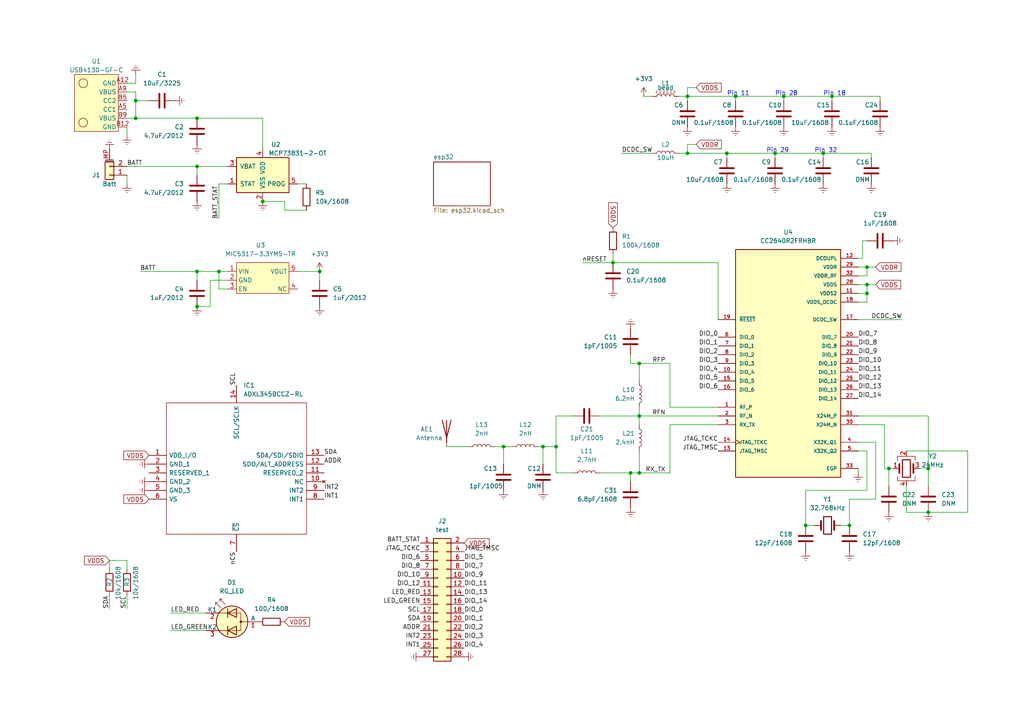
<source format=kicad_sch>
(kicad_sch (version 20211123) (generator eeschema)

  (uuid 802b19c3-93b2-41be-88f9-1286ac1ce851)

  (paper "A4")

  (lib_symbols
    (symbol "ADXL345BCCZ-RL:ADXL345BCCZ-RL" (pin_names (offset 0.762)) (in_bom yes) (on_board yes)
      (property "Reference" "IC" (id 0) (at 46.99 20.32 0)
        (effects (font (size 1.27 1.27)) (justify left))
      )
      (property "Value" "ADXL345BCCZ-RL" (id 1) (at 46.99 17.78 0)
        (effects (font (size 1.27 1.27)) (justify left))
      )
      (property "Footprint" "ADXL345BCCZRL" (id 2) (at 46.99 15.24 0)
        (effects (font (size 1.27 1.27)) (justify left) hide)
      )
      (property "Datasheet" "https://www.analog.com/media/en/technical-documentation/data-sheets/ADXL345.pdf" (id 3) (at 46.99 12.7 0)
        (effects (font (size 1.27 1.27)) (justify left) hide)
      )
      (property "Description" "Accelerometers Digital Output Three-Axis Accel 4K RL" (id 4) (at 46.99 10.16 0)
        (effects (font (size 1.27 1.27)) (justify left) hide)
      )
      (property "Height" "1" (id 5) (at 46.99 7.62 0)
        (effects (font (size 1.27 1.27)) (justify left) hide)
      )
      (property "Mouser Part Number" "584-ADXL345BCCZ-R" (id 6) (at 46.99 5.08 0)
        (effects (font (size 1.27 1.27)) (justify left) hide)
      )
      (property "Mouser Price/Stock" "https://www.mouser.co.uk/ProductDetail/Analog-Devices/ADXL345BCCZ-RL?qs=WIvQP4zGangSXrz9XHbgiA%3D%3D" (id 7) (at 46.99 2.54 0)
        (effects (font (size 1.27 1.27)) (justify left) hide)
      )
      (property "Manufacturer_Name" "Analog Devices" (id 8) (at 46.99 0 0)
        (effects (font (size 1.27 1.27)) (justify left) hide)
      )
      (property "Manufacturer_Part_Number" "ADXL345BCCZ-RL" (id 9) (at 46.99 -2.54 0)
        (effects (font (size 1.27 1.27)) (justify left) hide)
      )
      (symbol "ADXL345BCCZ-RL_0_0"
        (pin passive line (at 0 0 0) (length 5.08)
          (name "VDD_I/O" (effects (font (size 1.27 1.27))))
          (number "1" (effects (font (size 1.27 1.27))))
        )
        (pin no_connect line (at 50.8 -7.62 180) (length 5.08)
          (name "NC" (effects (font (size 1.27 1.27))))
          (number "10" (effects (font (size 1.27 1.27))))
        )
        (pin passive line (at 50.8 -5.08 180) (length 5.08)
          (name "RESERVED_2" (effects (font (size 1.27 1.27))))
          (number "11" (effects (font (size 1.27 1.27))))
        )
        (pin passive line (at 50.8 -2.54 180) (length 5.08)
          (name "SDO/ALT_ADDRESS" (effects (font (size 1.27 1.27))))
          (number "12" (effects (font (size 1.27 1.27))))
        )
        (pin passive line (at 50.8 0 180) (length 5.08)
          (name "SDA/SDI/SDIO" (effects (font (size 1.27 1.27))))
          (number "13" (effects (font (size 1.27 1.27))))
        )
        (pin passive line (at 25.4 20.32 270) (length 5.08)
          (name "SCL/SCLK" (effects (font (size 1.27 1.27))))
          (number "14" (effects (font (size 1.27 1.27))))
        )
        (pin passive line (at 0 -2.54 0) (length 5.08)
          (name "GND_1" (effects (font (size 1.27 1.27))))
          (number "2" (effects (font (size 1.27 1.27))))
        )
        (pin passive line (at 0 -5.08 0) (length 5.08)
          (name "RESERVED_1" (effects (font (size 1.27 1.27))))
          (number "3" (effects (font (size 1.27 1.27))))
        )
        (pin passive line (at 0 -7.62 0) (length 5.08)
          (name "GND_2" (effects (font (size 1.27 1.27))))
          (number "4" (effects (font (size 1.27 1.27))))
        )
        (pin passive line (at 0 -10.16 0) (length 5.08)
          (name "GND_3" (effects (font (size 1.27 1.27))))
          (number "5" (effects (font (size 1.27 1.27))))
        )
        (pin passive line (at 0 -12.7 0) (length 5.08)
          (name "VS" (effects (font (size 1.27 1.27))))
          (number "6" (effects (font (size 1.27 1.27))))
        )
        (pin passive line (at 25.4 -27.94 90) (length 5.08)
          (name "~{CS}" (effects (font (size 1.27 1.27))))
          (number "7" (effects (font (size 1.27 1.27))))
        )
        (pin passive line (at 50.8 -12.7 180) (length 5.08)
          (name "INT1" (effects (font (size 1.27 1.27))))
          (number "8" (effects (font (size 1.27 1.27))))
        )
        (pin passive line (at 50.8 -10.16 180) (length 5.08)
          (name "INT2" (effects (font (size 1.27 1.27))))
          (number "9" (effects (font (size 1.27 1.27))))
        )
      )
      (symbol "ADXL345BCCZ-RL_0_1"
        (polyline
          (pts
            (xy 5.08 15.24)
            (xy 45.72 15.24)
            (xy 45.72 -22.86)
            (xy 5.08 -22.86)
            (xy 5.08 15.24)
          )
          (stroke (width 0.1524) (type default) (color 0 0 0 0))
          (fill (type none))
        )
      )
    )
    (symbol "Battery_Management:MCP73831-2-OT" (pin_names (offset 1.016)) (in_bom yes) (on_board yes)
      (property "Reference" "U" (id 0) (at -7.62 6.35 0)
        (effects (font (size 1.27 1.27)) (justify left))
      )
      (property "Value" "MCP73831-2-OT" (id 1) (at 1.27 6.35 0)
        (effects (font (size 1.27 1.27)) (justify left))
      )
      (property "Footprint" "Package_TO_SOT_SMD:SOT-23-5" (id 2) (at 1.27 -6.35 0)
        (effects (font (size 1.27 1.27) italic) (justify left) hide)
      )
      (property "Datasheet" "http://ww1.microchip.com/downloads/en/DeviceDoc/20001984g.pdf" (id 3) (at -3.81 -1.27 0)
        (effects (font (size 1.27 1.27)) hide)
      )
      (property "ki_keywords" "battery charger lithium" (id 4) (at 0 0 0)
        (effects (font (size 1.27 1.27)) hide)
      )
      (property "ki_description" "Single cell, Li-Ion/Li-Po charge management controller, 4.20V, Tri-State Status Output, in SOT23-5 package" (id 5) (at 0 0 0)
        (effects (font (size 1.27 1.27)) hide)
      )
      (property "ki_fp_filters" "SOT?23*" (id 6) (at 0 0 0)
        (effects (font (size 1.27 1.27)) hide)
      )
      (symbol "MCP73831-2-OT_0_1"
        (rectangle (start -7.62 5.08) (end 7.62 -5.08)
          (stroke (width 0.254) (type default) (color 0 0 0 0))
          (fill (type background))
        )
      )
      (symbol "MCP73831-2-OT_1_1"
        (pin output line (at 10.16 -2.54 180) (length 2.54)
          (name "STAT" (effects (font (size 1.27 1.27))))
          (number "1" (effects (font (size 1.27 1.27))))
        )
        (pin power_in line (at 0 -7.62 90) (length 2.54)
          (name "VSS" (effects (font (size 1.27 1.27))))
          (number "2" (effects (font (size 1.27 1.27))))
        )
        (pin power_out line (at 10.16 2.54 180) (length 2.54)
          (name "VBAT" (effects (font (size 1.27 1.27))))
          (number "3" (effects (font (size 1.27 1.27))))
        )
        (pin power_in line (at 0 7.62 270) (length 2.54)
          (name "VDD" (effects (font (size 1.27 1.27))))
          (number "4" (effects (font (size 1.27 1.27))))
        )
        (pin input line (at -10.16 -2.54 0) (length 2.54)
          (name "PROG" (effects (font (size 1.27 1.27))))
          (number "5" (effects (font (size 1.27 1.27))))
        )
      )
    )
    (symbol "CC2640R2FRHBR:CC2640R2FRHBR" (pin_names (offset 1.016)) (in_bom yes) (on_board yes)
      (property "Reference" "U" (id 0) (at -15.24 33.782 0)
        (effects (font (size 1.27 1.27)) (justify left bottom))
      )
      (property "Value" "CC2640R2FRHBR" (id 1) (at -15.24 -35.56 0)
        (effects (font (size 1.27 1.27)) (justify left bottom))
      )
      (property "Footprint" "IC_CC2640R2FRHBR" (id 2) (at 0 0 0)
        (effects (font (size 1.27 1.27)) (justify left bottom) hide)
      )
      (property "Datasheet" "" (id 3) (at 0 0 0)
        (effects (font (size 1.27 1.27)) (justify left bottom) hide)
      )
      (property "STANDARD" "Manufacturer Recommendations" (id 4) (at 0 0 0)
        (effects (font (size 1.27 1.27)) (justify left bottom) hide)
      )
      (property "MAXIMUM_PACKAGE_HEIGHT" "1 mm" (id 5) (at 0 0 0)
        (effects (font (size 1.27 1.27)) (justify left bottom) hide)
      )
      (property "MANUFACTURER" "Texas Instruments" (id 6) (at 0 0 0)
        (effects (font (size 1.27 1.27)) (justify left bottom) hide)
      )
      (property "PARTREV" "C" (id 7) (at 0 0 0)
        (effects (font (size 1.27 1.27)) (justify left bottom) hide)
      )
      (property "ki_locked" "" (id 8) (at 0 0 0)
        (effects (font (size 1.27 1.27)))
      )
      (symbol "CC2640R2FRHBR_0_0"
        (rectangle (start -15.24 -33.02) (end 15.24 33.02)
          (stroke (width 0.254) (type default) (color 0 0 0 0))
          (fill (type background))
        )
        (pin bidirectional line (at -20.32 -12.7 0) (length 5.08)
          (name "RF_P" (effects (font (size 1.016 1.016))))
          (number "1" (effects (font (size 1.016 1.016))))
        )
        (pin bidirectional line (at -20.32 -2.54 0) (length 5.08)
          (name "DIO_4" (effects (font (size 1.016 1.016))))
          (number "10" (effects (font (size 1.016 1.016))))
        )
        (pin power_in line (at 20.32 20.32 180) (length 5.08)
          (name "VDDS2" (effects (font (size 1.016 1.016))))
          (number "11" (effects (font (size 1.016 1.016))))
        )
        (pin power_in line (at 20.32 30.48 180) (length 5.08)
          (name "DCOUPL" (effects (font (size 1.016 1.016))))
          (number "12" (effects (font (size 1.016 1.016))))
        )
        (pin bidirectional line (at -20.32 -25.4 0) (length 5.08)
          (name "JTAG_TMSC" (effects (font (size 1.016 1.016))))
          (number "13" (effects (font (size 1.016 1.016))))
        )
        (pin bidirectional clock (at -20.32 -22.86 0) (length 5.08)
          (name "JTAG_TCKC" (effects (font (size 1.016 1.016))))
          (number "14" (effects (font (size 1.016 1.016))))
        )
        (pin bidirectional line (at -20.32 -5.08 0) (length 5.08)
          (name "DIO_5" (effects (font (size 1.016 1.016))))
          (number "15" (effects (font (size 1.016 1.016))))
        )
        (pin bidirectional line (at -20.32 -7.62 0) (length 5.08)
          (name "DIO_6" (effects (font (size 1.016 1.016))))
          (number "16" (effects (font (size 1.016 1.016))))
        )
        (pin output line (at 20.32 12.7 180) (length 5.08)
          (name "DCDC_SW" (effects (font (size 1.016 1.016))))
          (number "17" (effects (font (size 1.016 1.016))))
        )
        (pin power_in line (at 20.32 17.78 180) (length 5.08)
          (name "VDDS_DCDC" (effects (font (size 1.016 1.016))))
          (number "18" (effects (font (size 1.016 1.016))))
        )
        (pin input line (at -20.32 12.7 0) (length 5.08)
          (name "~{RESET}" (effects (font (size 1.016 1.016))))
          (number "19" (effects (font (size 1.016 1.016))))
        )
        (pin bidirectional line (at -20.32 -15.24 0) (length 5.08)
          (name "RF_N" (effects (font (size 1.016 1.016))))
          (number "2" (effects (font (size 1.016 1.016))))
        )
        (pin bidirectional line (at 20.32 7.62 180) (length 5.08)
          (name "DIO_7" (effects (font (size 1.016 1.016))))
          (number "20" (effects (font (size 1.016 1.016))))
        )
        (pin bidirectional line (at 20.32 5.08 180) (length 5.08)
          (name "DIO_8" (effects (font (size 1.016 1.016))))
          (number "21" (effects (font (size 1.016 1.016))))
        )
        (pin bidirectional line (at 20.32 2.54 180) (length 5.08)
          (name "DIO_9" (effects (font (size 1.016 1.016))))
          (number "22" (effects (font (size 1.016 1.016))))
        )
        (pin bidirectional line (at 20.32 0 180) (length 5.08)
          (name "DIO_10" (effects (font (size 1.016 1.016))))
          (number "23" (effects (font (size 1.016 1.016))))
        )
        (pin bidirectional line (at 20.32 -2.54 180) (length 5.08)
          (name "DIO_11" (effects (font (size 1.016 1.016))))
          (number "24" (effects (font (size 1.016 1.016))))
        )
        (pin bidirectional line (at 20.32 -5.08 180) (length 5.08)
          (name "DIO_12" (effects (font (size 1.016 1.016))))
          (number "25" (effects (font (size 1.016 1.016))))
        )
        (pin bidirectional line (at 20.32 -7.62 180) (length 5.08)
          (name "DIO_13" (effects (font (size 1.016 1.016))))
          (number "26" (effects (font (size 1.016 1.016))))
        )
        (pin bidirectional line (at 20.32 -10.16 180) (length 5.08)
          (name "DIO_14" (effects (font (size 1.016 1.016))))
          (number "27" (effects (font (size 1.016 1.016))))
        )
        (pin power_in line (at 20.32 22.86 180) (length 5.08)
          (name "VDDS" (effects (font (size 1.016 1.016))))
          (number "28" (effects (font (size 1.016 1.016))))
        )
        (pin power_in line (at 20.32 27.94 180) (length 5.08)
          (name "VDDR" (effects (font (size 1.016 1.016))))
          (number "29" (effects (font (size 1.016 1.016))))
        )
        (pin bidirectional line (at -20.32 -17.78 0) (length 5.08)
          (name "RX_TX" (effects (font (size 1.016 1.016))))
          (number "3" (effects (font (size 1.016 1.016))))
        )
        (pin bidirectional line (at 20.32 -17.78 180) (length 5.08)
          (name "X24M_N" (effects (font (size 1.016 1.016))))
          (number "30" (effects (font (size 1.016 1.016))))
        )
        (pin bidirectional line (at 20.32 -15.24 180) (length 5.08)
          (name "X24M_P" (effects (font (size 1.016 1.016))))
          (number "31" (effects (font (size 1.016 1.016))))
        )
        (pin power_in line (at 20.32 25.4 180) (length 5.08)
          (name "VDDR_RF" (effects (font (size 1.016 1.016))))
          (number "32" (effects (font (size 1.016 1.016))))
        )
        (pin power_in line (at 20.32 -30.48 180) (length 5.08)
          (name "EGP" (effects (font (size 1.016 1.016))))
          (number "33" (effects (font (size 1.016 1.016))))
        )
        (pin bidirectional line (at 20.32 -22.86 180) (length 5.08)
          (name "X32K_Q1" (effects (font (size 1.016 1.016))))
          (number "4" (effects (font (size 1.016 1.016))))
        )
        (pin bidirectional line (at 20.32 -25.4 180) (length 5.08)
          (name "X32K_Q2" (effects (font (size 1.016 1.016))))
          (number "5" (effects (font (size 1.016 1.016))))
        )
        (pin bidirectional line (at -20.32 7.62 0) (length 5.08)
          (name "DIO_0" (effects (font (size 1.016 1.016))))
          (number "6" (effects (font (size 1.016 1.016))))
        )
        (pin bidirectional line (at -20.32 5.08 0) (length 5.08)
          (name "DIO_1" (effects (font (size 1.016 1.016))))
          (number "7" (effects (font (size 1.016 1.016))))
        )
        (pin bidirectional line (at -20.32 2.54 0) (length 5.08)
          (name "DIO_2" (effects (font (size 1.016 1.016))))
          (number "8" (effects (font (size 1.016 1.016))))
        )
        (pin bidirectional line (at -20.32 0 0) (length 5.08)
          (name "DIO_3" (effects (font (size 1.016 1.016))))
          (number "9" (effects (font (size 1.016 1.016))))
        )
      )
    )
    (symbol "Connector_Generic:Conn_02x14_Odd_Even" (pin_names (offset 1.016) hide) (in_bom yes) (on_board yes)
      (property "Reference" "J" (id 0) (at 1.27 17.78 0)
        (effects (font (size 1.27 1.27)))
      )
      (property "Value" "Conn_02x14_Odd_Even" (id 1) (at 1.27 -20.32 0)
        (effects (font (size 1.27 1.27)))
      )
      (property "Footprint" "" (id 2) (at 0 0 0)
        (effects (font (size 1.27 1.27)) hide)
      )
      (property "Datasheet" "~" (id 3) (at 0 0 0)
        (effects (font (size 1.27 1.27)) hide)
      )
      (property "ki_keywords" "connector" (id 4) (at 0 0 0)
        (effects (font (size 1.27 1.27)) hide)
      )
      (property "ki_description" "Generic connector, double row, 02x14, odd/even pin numbering scheme (row 1 odd numbers, row 2 even numbers), script generated (kicad-library-utils/schlib/autogen/connector/)" (id 5) (at 0 0 0)
        (effects (font (size 1.27 1.27)) hide)
      )
      (property "ki_fp_filters" "Connector*:*_2x??_*" (id 6) (at 0 0 0)
        (effects (font (size 1.27 1.27)) hide)
      )
      (symbol "Conn_02x14_Odd_Even_1_1"
        (rectangle (start -1.27 -17.653) (end 0 -17.907)
          (stroke (width 0.1524) (type default) (color 0 0 0 0))
          (fill (type none))
        )
        (rectangle (start -1.27 -15.113) (end 0 -15.367)
          (stroke (width 0.1524) (type default) (color 0 0 0 0))
          (fill (type none))
        )
        (rectangle (start -1.27 -12.573) (end 0 -12.827)
          (stroke (width 0.1524) (type default) (color 0 0 0 0))
          (fill (type none))
        )
        (rectangle (start -1.27 -10.033) (end 0 -10.287)
          (stroke (width 0.1524) (type default) (color 0 0 0 0))
          (fill (type none))
        )
        (rectangle (start -1.27 -7.493) (end 0 -7.747)
          (stroke (width 0.1524) (type default) (color 0 0 0 0))
          (fill (type none))
        )
        (rectangle (start -1.27 -4.953) (end 0 -5.207)
          (stroke (width 0.1524) (type default) (color 0 0 0 0))
          (fill (type none))
        )
        (rectangle (start -1.27 -2.413) (end 0 -2.667)
          (stroke (width 0.1524) (type default) (color 0 0 0 0))
          (fill (type none))
        )
        (rectangle (start -1.27 0.127) (end 0 -0.127)
          (stroke (width 0.1524) (type default) (color 0 0 0 0))
          (fill (type none))
        )
        (rectangle (start -1.27 2.667) (end 0 2.413)
          (stroke (width 0.1524) (type default) (color 0 0 0 0))
          (fill (type none))
        )
        (rectangle (start -1.27 5.207) (end 0 4.953)
          (stroke (width 0.1524) (type default) (color 0 0 0 0))
          (fill (type none))
        )
        (rectangle (start -1.27 7.747) (end 0 7.493)
          (stroke (width 0.1524) (type default) (color 0 0 0 0))
          (fill (type none))
        )
        (rectangle (start -1.27 10.287) (end 0 10.033)
          (stroke (width 0.1524) (type default) (color 0 0 0 0))
          (fill (type none))
        )
        (rectangle (start -1.27 12.827) (end 0 12.573)
          (stroke (width 0.1524) (type default) (color 0 0 0 0))
          (fill (type none))
        )
        (rectangle (start -1.27 15.367) (end 0 15.113)
          (stroke (width 0.1524) (type default) (color 0 0 0 0))
          (fill (type none))
        )
        (rectangle (start -1.27 16.51) (end 3.81 -19.05)
          (stroke (width 0.254) (type default) (color 0 0 0 0))
          (fill (type background))
        )
        (rectangle (start 3.81 -17.653) (end 2.54 -17.907)
          (stroke (width 0.1524) (type default) (color 0 0 0 0))
          (fill (type none))
        )
        (rectangle (start 3.81 -15.113) (end 2.54 -15.367)
          (stroke (width 0.1524) (type default) (color 0 0 0 0))
          (fill (type none))
        )
        (rectangle (start 3.81 -12.573) (end 2.54 -12.827)
          (stroke (width 0.1524) (type default) (color 0 0 0 0))
          (fill (type none))
        )
        (rectangle (start 3.81 -10.033) (end 2.54 -10.287)
          (stroke (width 0.1524) (type default) (color 0 0 0 0))
          (fill (type none))
        )
        (rectangle (start 3.81 -7.493) (end 2.54 -7.747)
          (stroke (width 0.1524) (type default) (color 0 0 0 0))
          (fill (type none))
        )
        (rectangle (start 3.81 -4.953) (end 2.54 -5.207)
          (stroke (width 0.1524) (type default) (color 0 0 0 0))
          (fill (type none))
        )
        (rectangle (start 3.81 -2.413) (end 2.54 -2.667)
          (stroke (width 0.1524) (type default) (color 0 0 0 0))
          (fill (type none))
        )
        (rectangle (start 3.81 0.127) (end 2.54 -0.127)
          (stroke (width 0.1524) (type default) (color 0 0 0 0))
          (fill (type none))
        )
        (rectangle (start 3.81 2.667) (end 2.54 2.413)
          (stroke (width 0.1524) (type default) (color 0 0 0 0))
          (fill (type none))
        )
        (rectangle (start 3.81 5.207) (end 2.54 4.953)
          (stroke (width 0.1524) (type default) (color 0 0 0 0))
          (fill (type none))
        )
        (rectangle (start 3.81 7.747) (end 2.54 7.493)
          (stroke (width 0.1524) (type default) (color 0 0 0 0))
          (fill (type none))
        )
        (rectangle (start 3.81 10.287) (end 2.54 10.033)
          (stroke (width 0.1524) (type default) (color 0 0 0 0))
          (fill (type none))
        )
        (rectangle (start 3.81 12.827) (end 2.54 12.573)
          (stroke (width 0.1524) (type default) (color 0 0 0 0))
          (fill (type none))
        )
        (rectangle (start 3.81 15.367) (end 2.54 15.113)
          (stroke (width 0.1524) (type default) (color 0 0 0 0))
          (fill (type none))
        )
        (pin passive line (at -5.08 15.24 0) (length 3.81)
          (name "Pin_1" (effects (font (size 1.27 1.27))))
          (number "1" (effects (font (size 1.27 1.27))))
        )
        (pin passive line (at 7.62 5.08 180) (length 3.81)
          (name "Pin_10" (effects (font (size 1.27 1.27))))
          (number "10" (effects (font (size 1.27 1.27))))
        )
        (pin passive line (at -5.08 2.54 0) (length 3.81)
          (name "Pin_11" (effects (font (size 1.27 1.27))))
          (number "11" (effects (font (size 1.27 1.27))))
        )
        (pin passive line (at 7.62 2.54 180) (length 3.81)
          (name "Pin_12" (effects (font (size 1.27 1.27))))
          (number "12" (effects (font (size 1.27 1.27))))
        )
        (pin passive line (at -5.08 0 0) (length 3.81)
          (name "Pin_13" (effects (font (size 1.27 1.27))))
          (number "13" (effects (font (size 1.27 1.27))))
        )
        (pin passive line (at 7.62 0 180) (length 3.81)
          (name "Pin_14" (effects (font (size 1.27 1.27))))
          (number "14" (effects (font (size 1.27 1.27))))
        )
        (pin passive line (at -5.08 -2.54 0) (length 3.81)
          (name "Pin_15" (effects (font (size 1.27 1.27))))
          (number "15" (effects (font (size 1.27 1.27))))
        )
        (pin passive line (at 7.62 -2.54 180) (length 3.81)
          (name "Pin_16" (effects (font (size 1.27 1.27))))
          (number "16" (effects (font (size 1.27 1.27))))
        )
        (pin passive line (at -5.08 -5.08 0) (length 3.81)
          (name "Pin_17" (effects (font (size 1.27 1.27))))
          (number "17" (effects (font (size 1.27 1.27))))
        )
        (pin passive line (at 7.62 -5.08 180) (length 3.81)
          (name "Pin_18" (effects (font (size 1.27 1.27))))
          (number "18" (effects (font (size 1.27 1.27))))
        )
        (pin passive line (at -5.08 -7.62 0) (length 3.81)
          (name "Pin_19" (effects (font (size 1.27 1.27))))
          (number "19" (effects (font (size 1.27 1.27))))
        )
        (pin passive line (at 7.62 15.24 180) (length 3.81)
          (name "Pin_2" (effects (font (size 1.27 1.27))))
          (number "2" (effects (font (size 1.27 1.27))))
        )
        (pin passive line (at 7.62 -7.62 180) (length 3.81)
          (name "Pin_20" (effects (font (size 1.27 1.27))))
          (number "20" (effects (font (size 1.27 1.27))))
        )
        (pin passive line (at -5.08 -10.16 0) (length 3.81)
          (name "Pin_21" (effects (font (size 1.27 1.27))))
          (number "21" (effects (font (size 1.27 1.27))))
        )
        (pin passive line (at 7.62 -10.16 180) (length 3.81)
          (name "Pin_22" (effects (font (size 1.27 1.27))))
          (number "22" (effects (font (size 1.27 1.27))))
        )
        (pin passive line (at -5.08 -12.7 0) (length 3.81)
          (name "Pin_23" (effects (font (size 1.27 1.27))))
          (number "23" (effects (font (size 1.27 1.27))))
        )
        (pin passive line (at 7.62 -12.7 180) (length 3.81)
          (name "Pin_24" (effects (font (size 1.27 1.27))))
          (number "24" (effects (font (size 1.27 1.27))))
        )
        (pin passive line (at -5.08 -15.24 0) (length 3.81)
          (name "Pin_25" (effects (font (size 1.27 1.27))))
          (number "25" (effects (font (size 1.27 1.27))))
        )
        (pin passive line (at 7.62 -15.24 180) (length 3.81)
          (name "Pin_26" (effects (font (size 1.27 1.27))))
          (number "26" (effects (font (size 1.27 1.27))))
        )
        (pin passive line (at -5.08 -17.78 0) (length 3.81)
          (name "Pin_27" (effects (font (size 1.27 1.27))))
          (number "27" (effects (font (size 1.27 1.27))))
        )
        (pin passive line (at 7.62 -17.78 180) (length 3.81)
          (name "Pin_28" (effects (font (size 1.27 1.27))))
          (number "28" (effects (font (size 1.27 1.27))))
        )
        (pin passive line (at -5.08 12.7 0) (length 3.81)
          (name "Pin_3" (effects (font (size 1.27 1.27))))
          (number "3" (effects (font (size 1.27 1.27))))
        )
        (pin passive line (at 7.62 12.7 180) (length 3.81)
          (name "Pin_4" (effects (font (size 1.27 1.27))))
          (number "4" (effects (font (size 1.27 1.27))))
        )
        (pin passive line (at -5.08 10.16 0) (length 3.81)
          (name "Pin_5" (effects (font (size 1.27 1.27))))
          (number "5" (effects (font (size 1.27 1.27))))
        )
        (pin passive line (at 7.62 10.16 180) (length 3.81)
          (name "Pin_6" (effects (font (size 1.27 1.27))))
          (number "6" (effects (font (size 1.27 1.27))))
        )
        (pin passive line (at -5.08 7.62 0) (length 3.81)
          (name "Pin_7" (effects (font (size 1.27 1.27))))
          (number "7" (effects (font (size 1.27 1.27))))
        )
        (pin passive line (at 7.62 7.62 180) (length 3.81)
          (name "Pin_8" (effects (font (size 1.27 1.27))))
          (number "8" (effects (font (size 1.27 1.27))))
        )
        (pin passive line (at -5.08 5.08 0) (length 3.81)
          (name "Pin_9" (effects (font (size 1.27 1.27))))
          (number "9" (effects (font (size 1.27 1.27))))
        )
      )
    )
    (symbol "Connector_Generic_MountingPin:Conn_01x02_MountingPin" (pin_names (offset 1.016) hide) (in_bom yes) (on_board yes)
      (property "Reference" "J" (id 0) (at 0 2.54 0)
        (effects (font (size 1.27 1.27)))
      )
      (property "Value" "Conn_01x02_MountingPin" (id 1) (at 1.27 -5.08 0)
        (effects (font (size 1.27 1.27)) (justify left))
      )
      (property "Footprint" "" (id 2) (at 0 0 0)
        (effects (font (size 1.27 1.27)) hide)
      )
      (property "Datasheet" "~" (id 3) (at 0 0 0)
        (effects (font (size 1.27 1.27)) hide)
      )
      (property "ki_keywords" "connector" (id 4) (at 0 0 0)
        (effects (font (size 1.27 1.27)) hide)
      )
      (property "ki_description" "Generic connectable mounting pin connector, single row, 01x02, script generated (kicad-library-utils/schlib/autogen/connector/)" (id 5) (at 0 0 0)
        (effects (font (size 1.27 1.27)) hide)
      )
      (property "ki_fp_filters" "Connector*:*_1x??-1MP*" (id 6) (at 0 0 0)
        (effects (font (size 1.27 1.27)) hide)
      )
      (symbol "Conn_01x02_MountingPin_1_1"
        (rectangle (start -1.27 -2.413) (end 0 -2.667)
          (stroke (width 0.1524) (type default) (color 0 0 0 0))
          (fill (type none))
        )
        (rectangle (start -1.27 0.127) (end 0 -0.127)
          (stroke (width 0.1524) (type default) (color 0 0 0 0))
          (fill (type none))
        )
        (rectangle (start -1.27 1.27) (end 1.27 -3.81)
          (stroke (width 0.254) (type default) (color 0 0 0 0))
          (fill (type background))
        )
        (polyline
          (pts
            (xy -1.016 -4.572)
            (xy 1.016 -4.572)
          )
          (stroke (width 0.1524) (type default) (color 0 0 0 0))
          (fill (type none))
        )
        (text "Mounting" (at 0 -4.191 0)
          (effects (font (size 0.381 0.381)))
        )
        (pin passive line (at -5.08 0 0) (length 3.81)
          (name "Pin_1" (effects (font (size 1.27 1.27))))
          (number "1" (effects (font (size 1.27 1.27))))
        )
        (pin passive line (at -5.08 -2.54 0) (length 3.81)
          (name "Pin_2" (effects (font (size 1.27 1.27))))
          (number "2" (effects (font (size 1.27 1.27))))
        )
        (pin passive line (at 0 -7.62 90) (length 3.048)
          (name "MountPin" (effects (font (size 1.27 1.27))))
          (number "MP" (effects (font (size 1.27 1.27))))
        )
      )
    )
    (symbol "Device:Antenna" (pin_numbers hide) (pin_names (offset 1.016) hide) (in_bom yes) (on_board yes)
      (property "Reference" "AE" (id 0) (at -1.905 1.905 0)
        (effects (font (size 1.27 1.27)) (justify right))
      )
      (property "Value" "Antenna" (id 1) (at -1.905 0 0)
        (effects (font (size 1.27 1.27)) (justify right))
      )
      (property "Footprint" "" (id 2) (at 0 0 0)
        (effects (font (size 1.27 1.27)) hide)
      )
      (property "Datasheet" "~" (id 3) (at 0 0 0)
        (effects (font (size 1.27 1.27)) hide)
      )
      (property "ki_keywords" "antenna" (id 4) (at 0 0 0)
        (effects (font (size 1.27 1.27)) hide)
      )
      (property "ki_description" "Antenna" (id 5) (at 0 0 0)
        (effects (font (size 1.27 1.27)) hide)
      )
      (symbol "Antenna_0_1"
        (polyline
          (pts
            (xy 0 2.54)
            (xy 0 -3.81)
          )
          (stroke (width 0.254) (type default) (color 0 0 0 0))
          (fill (type none))
        )
        (polyline
          (pts
            (xy 1.27 2.54)
            (xy 0 -2.54)
            (xy -1.27 2.54)
          )
          (stroke (width 0.254) (type default) (color 0 0 0 0))
          (fill (type none))
        )
      )
      (symbol "Antenna_1_1"
        (pin input line (at 0 -5.08 90) (length 2.54)
          (name "A" (effects (font (size 1.27 1.27))))
          (number "1" (effects (font (size 1.27 1.27))))
        )
      )
    )
    (symbol "Device:C" (pin_numbers hide) (pin_names (offset 0.254)) (in_bom yes) (on_board yes)
      (property "Reference" "C" (id 0) (at 0.635 2.54 0)
        (effects (font (size 1.27 1.27)) (justify left))
      )
      (property "Value" "C" (id 1) (at 0.635 -2.54 0)
        (effects (font (size 1.27 1.27)) (justify left))
      )
      (property "Footprint" "" (id 2) (at 0.9652 -3.81 0)
        (effects (font (size 1.27 1.27)) hide)
      )
      (property "Datasheet" "~" (id 3) (at 0 0 0)
        (effects (font (size 1.27 1.27)) hide)
      )
      (property "ki_keywords" "cap capacitor" (id 4) (at 0 0 0)
        (effects (font (size 1.27 1.27)) hide)
      )
      (property "ki_description" "Unpolarized capacitor" (id 5) (at 0 0 0)
        (effects (font (size 1.27 1.27)) hide)
      )
      (property "ki_fp_filters" "C_*" (id 6) (at 0 0 0)
        (effects (font (size 1.27 1.27)) hide)
      )
      (symbol "C_0_1"
        (polyline
          (pts
            (xy -2.032 -0.762)
            (xy 2.032 -0.762)
          )
          (stroke (width 0.508) (type default) (color 0 0 0 0))
          (fill (type none))
        )
        (polyline
          (pts
            (xy -2.032 0.762)
            (xy 2.032 0.762)
          )
          (stroke (width 0.508) (type default) (color 0 0 0 0))
          (fill (type none))
        )
      )
      (symbol "C_1_1"
        (pin passive line (at 0 3.81 270) (length 2.794)
          (name "~" (effects (font (size 1.27 1.27))))
          (number "1" (effects (font (size 1.27 1.27))))
        )
        (pin passive line (at 0 -3.81 90) (length 2.794)
          (name "~" (effects (font (size 1.27 1.27))))
          (number "2" (effects (font (size 1.27 1.27))))
        )
      )
    )
    (symbol "Device:Crystal" (pin_numbers hide) (pin_names (offset 1.016) hide) (in_bom yes) (on_board yes)
      (property "Reference" "Y" (id 0) (at 0 3.81 0)
        (effects (font (size 1.27 1.27)))
      )
      (property "Value" "Crystal" (id 1) (at 0 -3.81 0)
        (effects (font (size 1.27 1.27)))
      )
      (property "Footprint" "" (id 2) (at 0 0 0)
        (effects (font (size 1.27 1.27)) hide)
      )
      (property "Datasheet" "~" (id 3) (at 0 0 0)
        (effects (font (size 1.27 1.27)) hide)
      )
      (property "ki_keywords" "quartz ceramic resonator oscillator" (id 4) (at 0 0 0)
        (effects (font (size 1.27 1.27)) hide)
      )
      (property "ki_description" "Two pin crystal" (id 5) (at 0 0 0)
        (effects (font (size 1.27 1.27)) hide)
      )
      (property "ki_fp_filters" "Crystal*" (id 6) (at 0 0 0)
        (effects (font (size 1.27 1.27)) hide)
      )
      (symbol "Crystal_0_1"
        (rectangle (start -1.143 2.54) (end 1.143 -2.54)
          (stroke (width 0.3048) (type default) (color 0 0 0 0))
          (fill (type none))
        )
        (polyline
          (pts
            (xy -2.54 0)
            (xy -1.905 0)
          )
          (stroke (width 0) (type default) (color 0 0 0 0))
          (fill (type none))
        )
        (polyline
          (pts
            (xy -1.905 -1.27)
            (xy -1.905 1.27)
          )
          (stroke (width 0.508) (type default) (color 0 0 0 0))
          (fill (type none))
        )
        (polyline
          (pts
            (xy 1.905 -1.27)
            (xy 1.905 1.27)
          )
          (stroke (width 0.508) (type default) (color 0 0 0 0))
          (fill (type none))
        )
        (polyline
          (pts
            (xy 2.54 0)
            (xy 1.905 0)
          )
          (stroke (width 0) (type default) (color 0 0 0 0))
          (fill (type none))
        )
      )
      (symbol "Crystal_1_1"
        (pin passive line (at -3.81 0 0) (length 1.27)
          (name "1" (effects (font (size 1.27 1.27))))
          (number "1" (effects (font (size 1.27 1.27))))
        )
        (pin passive line (at 3.81 0 180) (length 1.27)
          (name "2" (effects (font (size 1.27 1.27))))
          (number "2" (effects (font (size 1.27 1.27))))
        )
      )
    )
    (symbol "Device:Crystal_GND24" (pin_names (offset 1.016) hide) (in_bom yes) (on_board yes)
      (property "Reference" "Y" (id 0) (at 3.175 5.08 0)
        (effects (font (size 1.27 1.27)) (justify left))
      )
      (property "Value" "Crystal_GND24" (id 1) (at 3.175 3.175 0)
        (effects (font (size 1.27 1.27)) (justify left))
      )
      (property "Footprint" "" (id 2) (at 0 0 0)
        (effects (font (size 1.27 1.27)) hide)
      )
      (property "Datasheet" "~" (id 3) (at 0 0 0)
        (effects (font (size 1.27 1.27)) hide)
      )
      (property "ki_keywords" "quartz ceramic resonator oscillator" (id 4) (at 0 0 0)
        (effects (font (size 1.27 1.27)) hide)
      )
      (property "ki_description" "Four pin crystal, GND on pins 2 and 4" (id 5) (at 0 0 0)
        (effects (font (size 1.27 1.27)) hide)
      )
      (property "ki_fp_filters" "Crystal*" (id 6) (at 0 0 0)
        (effects (font (size 1.27 1.27)) hide)
      )
      (symbol "Crystal_GND24_0_1"
        (rectangle (start -1.143 2.54) (end 1.143 -2.54)
          (stroke (width 0.3048) (type default) (color 0 0 0 0))
          (fill (type none))
        )
        (polyline
          (pts
            (xy -2.54 0)
            (xy -2.032 0)
          )
          (stroke (width 0) (type default) (color 0 0 0 0))
          (fill (type none))
        )
        (polyline
          (pts
            (xy -2.032 -1.27)
            (xy -2.032 1.27)
          )
          (stroke (width 0.508) (type default) (color 0 0 0 0))
          (fill (type none))
        )
        (polyline
          (pts
            (xy 0 -3.81)
            (xy 0 -3.556)
          )
          (stroke (width 0) (type default) (color 0 0 0 0))
          (fill (type none))
        )
        (polyline
          (pts
            (xy 0 3.556)
            (xy 0 3.81)
          )
          (stroke (width 0) (type default) (color 0 0 0 0))
          (fill (type none))
        )
        (polyline
          (pts
            (xy 2.032 -1.27)
            (xy 2.032 1.27)
          )
          (stroke (width 0.508) (type default) (color 0 0 0 0))
          (fill (type none))
        )
        (polyline
          (pts
            (xy 2.032 0)
            (xy 2.54 0)
          )
          (stroke (width 0) (type default) (color 0 0 0 0))
          (fill (type none))
        )
        (polyline
          (pts
            (xy -2.54 -2.286)
            (xy -2.54 -3.556)
            (xy 2.54 -3.556)
            (xy 2.54 -2.286)
          )
          (stroke (width 0) (type default) (color 0 0 0 0))
          (fill (type none))
        )
        (polyline
          (pts
            (xy -2.54 2.286)
            (xy -2.54 3.556)
            (xy 2.54 3.556)
            (xy 2.54 2.286)
          )
          (stroke (width 0) (type default) (color 0 0 0 0))
          (fill (type none))
        )
      )
      (symbol "Crystal_GND24_1_1"
        (pin passive line (at -3.81 0 0) (length 1.27)
          (name "1" (effects (font (size 1.27 1.27))))
          (number "1" (effects (font (size 1.27 1.27))))
        )
        (pin passive line (at 0 5.08 270) (length 1.27)
          (name "2" (effects (font (size 1.27 1.27))))
          (number "2" (effects (font (size 1.27 1.27))))
        )
        (pin passive line (at 3.81 0 180) (length 1.27)
          (name "3" (effects (font (size 1.27 1.27))))
          (number "3" (effects (font (size 1.27 1.27))))
        )
        (pin passive line (at 0 -5.08 90) (length 1.27)
          (name "4" (effects (font (size 1.27 1.27))))
          (number "4" (effects (font (size 1.27 1.27))))
        )
      )
    )
    (symbol "Device:L" (pin_numbers hide) (pin_names (offset 1.016) hide) (in_bom yes) (on_board yes)
      (property "Reference" "L" (id 0) (at -1.27 0 90)
        (effects (font (size 1.27 1.27)))
      )
      (property "Value" "L" (id 1) (at 1.905 0 90)
        (effects (font (size 1.27 1.27)))
      )
      (property "Footprint" "" (id 2) (at 0 0 0)
        (effects (font (size 1.27 1.27)) hide)
      )
      (property "Datasheet" "~" (id 3) (at 0 0 0)
        (effects (font (size 1.27 1.27)) hide)
      )
      (property "ki_keywords" "inductor choke coil reactor magnetic" (id 4) (at 0 0 0)
        (effects (font (size 1.27 1.27)) hide)
      )
      (property "ki_description" "Inductor" (id 5) (at 0 0 0)
        (effects (font (size 1.27 1.27)) hide)
      )
      (property "ki_fp_filters" "Choke_* *Coil* Inductor_* L_*" (id 6) (at 0 0 0)
        (effects (font (size 1.27 1.27)) hide)
      )
      (symbol "L_0_1"
        (arc (start 0 -2.54) (mid 0.635 -1.905) (end 0 -1.27)
          (stroke (width 0) (type default) (color 0 0 0 0))
          (fill (type none))
        )
        (arc (start 0 -1.27) (mid 0.635 -0.635) (end 0 0)
          (stroke (width 0) (type default) (color 0 0 0 0))
          (fill (type none))
        )
        (arc (start 0 0) (mid 0.635 0.635) (end 0 1.27)
          (stroke (width 0) (type default) (color 0 0 0 0))
          (fill (type none))
        )
        (arc (start 0 1.27) (mid 0.635 1.905) (end 0 2.54)
          (stroke (width 0) (type default) (color 0 0 0 0))
          (fill (type none))
        )
      )
      (symbol "L_1_1"
        (pin passive line (at 0 3.81 270) (length 1.27)
          (name "1" (effects (font (size 1.27 1.27))))
          (number "1" (effects (font (size 1.27 1.27))))
        )
        (pin passive line (at 0 -3.81 90) (length 1.27)
          (name "2" (effects (font (size 1.27 1.27))))
          (number "2" (effects (font (size 1.27 1.27))))
        )
      )
    )
    (symbol "Device:L_Ferrite" (pin_numbers hide) (pin_names (offset 1.016) hide) (in_bom yes) (on_board yes)
      (property "Reference" "L" (id 0) (at -1.27 0 90)
        (effects (font (size 1.27 1.27)))
      )
      (property "Value" "L_Ferrite" (id 1) (at 2.794 0 90)
        (effects (font (size 1.27 1.27)))
      )
      (property "Footprint" "" (id 2) (at 0 0 0)
        (effects (font (size 1.27 1.27)) hide)
      )
      (property "Datasheet" "~" (id 3) (at 0 0 0)
        (effects (font (size 1.27 1.27)) hide)
      )
      (property "ki_keywords" "inductor choke coil reactor magnetic" (id 4) (at 0 0 0)
        (effects (font (size 1.27 1.27)) hide)
      )
      (property "ki_description" "Inductor with ferrite core" (id 5) (at 0 0 0)
        (effects (font (size 1.27 1.27)) hide)
      )
      (property "ki_fp_filters" "Choke_* *Coil* Inductor_* L_*" (id 6) (at 0 0 0)
        (effects (font (size 1.27 1.27)) hide)
      )
      (symbol "L_Ferrite_0_1"
        (arc (start 0 -2.54) (mid 0.635 -1.905) (end 0 -1.27)
          (stroke (width 0) (type default) (color 0 0 0 0))
          (fill (type none))
        )
        (arc (start 0 -1.27) (mid 0.635 -0.635) (end 0 0)
          (stroke (width 0) (type default) (color 0 0 0 0))
          (fill (type none))
        )
        (polyline
          (pts
            (xy 1.016 -2.794)
            (xy 1.016 -2.286)
          )
          (stroke (width 0) (type default) (color 0 0 0 0))
          (fill (type none))
        )
        (polyline
          (pts
            (xy 1.016 -1.778)
            (xy 1.016 -1.27)
          )
          (stroke (width 0) (type default) (color 0 0 0 0))
          (fill (type none))
        )
        (polyline
          (pts
            (xy 1.016 -0.762)
            (xy 1.016 -0.254)
          )
          (stroke (width 0) (type default) (color 0 0 0 0))
          (fill (type none))
        )
        (polyline
          (pts
            (xy 1.016 0.254)
            (xy 1.016 0.762)
          )
          (stroke (width 0) (type default) (color 0 0 0 0))
          (fill (type none))
        )
        (polyline
          (pts
            (xy 1.016 1.27)
            (xy 1.016 1.778)
          )
          (stroke (width 0) (type default) (color 0 0 0 0))
          (fill (type none))
        )
        (polyline
          (pts
            (xy 1.016 2.286)
            (xy 1.016 2.794)
          )
          (stroke (width 0) (type default) (color 0 0 0 0))
          (fill (type none))
        )
        (polyline
          (pts
            (xy 1.524 -2.286)
            (xy 1.524 -2.794)
          )
          (stroke (width 0) (type default) (color 0 0 0 0))
          (fill (type none))
        )
        (polyline
          (pts
            (xy 1.524 -1.27)
            (xy 1.524 -1.778)
          )
          (stroke (width 0) (type default) (color 0 0 0 0))
          (fill (type none))
        )
        (polyline
          (pts
            (xy 1.524 -0.254)
            (xy 1.524 -0.762)
          )
          (stroke (width 0) (type default) (color 0 0 0 0))
          (fill (type none))
        )
        (polyline
          (pts
            (xy 1.524 0.762)
            (xy 1.524 0.254)
          )
          (stroke (width 0) (type default) (color 0 0 0 0))
          (fill (type none))
        )
        (polyline
          (pts
            (xy 1.524 1.778)
            (xy 1.524 1.27)
          )
          (stroke (width 0) (type default) (color 0 0 0 0))
          (fill (type none))
        )
        (polyline
          (pts
            (xy 1.524 2.794)
            (xy 1.524 2.286)
          )
          (stroke (width 0) (type default) (color 0 0 0 0))
          (fill (type none))
        )
        (arc (start 0 0) (mid 0.635 0.635) (end 0 1.27)
          (stroke (width 0) (type default) (color 0 0 0 0))
          (fill (type none))
        )
        (arc (start 0 1.27) (mid 0.635 1.905) (end 0 2.54)
          (stroke (width 0) (type default) (color 0 0 0 0))
          (fill (type none))
        )
      )
      (symbol "L_Ferrite_1_1"
        (pin passive line (at 0 3.81 270) (length 1.27)
          (name "1" (effects (font (size 1.27 1.27))))
          (number "1" (effects (font (size 1.27 1.27))))
        )
        (pin passive line (at 0 -3.81 90) (length 1.27)
          (name "2" (effects (font (size 1.27 1.27))))
          (number "2" (effects (font (size 1.27 1.27))))
        )
      )
    )
    (symbol "Device:R" (pin_numbers hide) (pin_names (offset 0)) (in_bom yes) (on_board yes)
      (property "Reference" "R" (id 0) (at 2.032 0 90)
        (effects (font (size 1.27 1.27)))
      )
      (property "Value" "R" (id 1) (at 0 0 90)
        (effects (font (size 1.27 1.27)))
      )
      (property "Footprint" "" (id 2) (at -1.778 0 90)
        (effects (font (size 1.27 1.27)) hide)
      )
      (property "Datasheet" "~" (id 3) (at 0 0 0)
        (effects (font (size 1.27 1.27)) hide)
      )
      (property "ki_keywords" "R res resistor" (id 4) (at 0 0 0)
        (effects (font (size 1.27 1.27)) hide)
      )
      (property "ki_description" "Resistor" (id 5) (at 0 0 0)
        (effects (font (size 1.27 1.27)) hide)
      )
      (property "ki_fp_filters" "R_*" (id 6) (at 0 0 0)
        (effects (font (size 1.27 1.27)) hide)
      )
      (symbol "R_0_1"
        (rectangle (start -1.016 -2.54) (end 1.016 2.54)
          (stroke (width 0.254) (type default) (color 0 0 0 0))
          (fill (type none))
        )
      )
      (symbol "R_1_1"
        (pin passive line (at 0 3.81 270) (length 1.27)
          (name "~" (effects (font (size 1.27 1.27))))
          (number "1" (effects (font (size 1.27 1.27))))
        )
        (pin passive line (at 0 -3.81 90) (length 1.27)
          (name "~" (effects (font (size 1.27 1.27))))
          (number "2" (effects (font (size 1.27 1.27))))
        )
      )
    )
    (symbol "MIC5317-3.3YM5-TR:MIC5317-3.3YM5-TR" (in_bom yes) (on_board yes)
      (property "Reference" "U" (id 0) (at 0 6.35 0)
        (effects (font (size 1.27 1.27)))
      )
      (property "Value" "MIC5317-3.3YM5-TR" (id 1) (at 0 -5.08 0)
        (effects (font (size 1.27 1.27)))
      )
      (property "Footprint" "" (id 2) (at 0 0 0)
        (effects (font (size 1.27 1.27)) hide)
      )
      (property "Datasheet" "" (id 3) (at 0 0 0)
        (effects (font (size 1.27 1.27)) hide)
      )
      (symbol "MIC5317-3.3YM5-TR_0_1"
        (rectangle (start -8.89 -2.54) (end -8.89 -2.54)
          (stroke (width 0) (type default) (color 0 0 0 0))
          (fill (type none))
        )
        (rectangle (start -8.89 -2.54) (end -8.89 -2.54)
          (stroke (width 0) (type default) (color 0 0 0 0))
          (fill (type none))
        )
        (rectangle (start -8.89 -2.54) (end -8.89 -2.54)
          (stroke (width 0) (type default) (color 0 0 0 0))
          (fill (type none))
        )
        (rectangle (start -8.89 -2.54) (end -8.89 -2.54)
          (stroke (width 0) (type default) (color 0 0 0 0))
          (fill (type none))
        )
        (rectangle (start -8.89 -2.54) (end -8.89 -2.54)
          (stroke (width 0) (type default) (color 0 0 0 0))
          (fill (type none))
        )
        (rectangle (start -8.89 -2.54) (end -8.89 -2.54)
          (stroke (width 0) (type default) (color 0 0 0 0))
          (fill (type none))
        )
        (rectangle (start -8.89 -2.54) (end -8.89 -2.54)
          (stroke (width 0) (type default) (color 0 0 0 0))
          (fill (type none))
        )
        (rectangle (start -8.89 -2.54) (end -8.89 -2.54)
          (stroke (width 0) (type default) (color 0 0 0 0))
          (fill (type none))
        )
        (rectangle (start -8.89 -2.54) (end -8.89 -2.54)
          (stroke (width 0) (type default) (color 0 0 0 0))
          (fill (type none))
        )
        (rectangle (start -8.89 -2.54) (end -8.89 -2.54)
          (stroke (width 0) (type default) (color 0 0 0 0))
          (fill (type none))
        )
        (rectangle (start -8.89 -2.54) (end -8.89 -2.54)
          (stroke (width 0) (type default) (color 0 0 0 0))
          (fill (type none))
        )
        (rectangle (start -7.62 5.08) (end 7.62 -3.81)
          (stroke (width 0) (type default) (color 0 0 0 0))
          (fill (type background))
        )
        (polyline
          (pts
            (xy -8.89 -2.54)
            (xy -8.89 -2.54)
          )
          (stroke (width 0) (type default) (color 0 0 0 0))
          (fill (type none))
        )
        (polyline
          (pts
            (xy -8.89 -2.54)
            (xy -8.89 -2.54)
          )
          (stroke (width 0) (type default) (color 0 0 0 0))
          (fill (type none))
        )
        (polyline
          (pts
            (xy -8.89 -2.54)
            (xy -8.89 -2.54)
          )
          (stroke (width 0) (type default) (color 0 0 0 0))
          (fill (type none))
        )
        (polyline
          (pts
            (xy -8.89 -2.54)
            (xy -8.89 -2.54)
          )
          (stroke (width 0) (type default) (color 0 0 0 0))
          (fill (type none))
        )
        (polyline
          (pts
            (xy -8.89 -2.54)
            (xy -8.89 -2.54)
          )
          (stroke (width 0) (type default) (color 0 0 0 0))
          (fill (type none))
        )
        (polyline
          (pts
            (xy -8.89 -2.54)
            (xy -8.89 -2.54)
          )
          (stroke (width 0) (type default) (color 0 0 0 0))
          (fill (type none))
        )
      )
      (symbol "MIC5317-3.3YM5-TR_1_1"
        (pin input line (at -10.16 2.54 0) (length 2.54)
          (name "VIN" (effects (font (size 1.27 1.27))))
          (number "1" (effects (font (size 1.27 1.27))))
        )
        (pin input line (at -10.16 0 0) (length 2.54)
          (name "GND" (effects (font (size 1.27 1.27))))
          (number "2" (effects (font (size 1.27 1.27))))
        )
        (pin input line (at -10.16 -2.54 0) (length 2.54)
          (name "EN" (effects (font (size 1.27 1.27))))
          (number "3" (effects (font (size 1.27 1.27))))
        )
        (pin input line (at 10.16 -2.54 180) (length 2.54)
          (name "NC" (effects (font (size 1.27 1.27))))
          (number "4" (effects (font (size 1.27 1.27))))
        )
        (pin input line (at 10.16 2.54 180) (length 2.54)
          (name "VOUT" (effects (font (size 1.27 1.27))))
          (number "5" (effects (font (size 1.27 1.27))))
        )
      )
    )
    (symbol "USB4130:USB4130-GF-C" (in_bom yes) (on_board yes)
      (property "Reference" "U" (id 0) (at 0 10.16 0)
        (effects (font (size 1.27 1.27)))
      )
      (property "Value" "USB4130-GF-C" (id 1) (at 0 -8.89 0)
        (effects (font (size 1.27 1.27)))
      )
      (property "Footprint" "" (id 2) (at 0 0 0)
        (effects (font (size 1.27 1.27)) hide)
      )
      (property "Datasheet" "" (id 3) (at 0 0 0)
        (effects (font (size 1.27 1.27)) hide)
      )
      (symbol "USB4130-GF-C_0_1"
        (circle (center -5.08 -5.08) (radius 1.27)
          (stroke (width 0) (type default) (color 0 0 0 0))
          (fill (type none))
        )
        (circle (center -5.08 6.35) (radius 1.27)
          (stroke (width 0) (type default) (color 0 0 0 0))
          (fill (type none))
        )
        (rectangle (start 5.08 8.89) (end -7.62 -7.62)
          (stroke (width 0) (type default) (color 0 0 0 0))
          (fill (type background))
        )
      )
      (symbol "USB4130-GF-C_1_1"
        (pin input line (at 7.62 6.35 180) (length 2.54)
          (name "GND" (effects (font (size 1.27 1.27))))
          (number "A12" (effects (font (size 1.27 1.27))))
        )
        (pin input line (at 7.62 -1.27 180) (length 2.54)
          (name "CC1" (effects (font (size 1.27 1.27))))
          (number "A5" (effects (font (size 1.27 1.27))))
        )
        (pin input line (at 7.62 3.81 180) (length 2.54)
          (name "VBUS" (effects (font (size 1.27 1.27))))
          (number "A9" (effects (font (size 1.27 1.27))))
        )
        (pin input line (at 7.62 -6.35 180) (length 2.54)
          (name "GND" (effects (font (size 1.27 1.27))))
          (number "B12" (effects (font (size 1.27 1.27))))
        )
        (pin input line (at 7.62 1.27 180) (length 2.54)
          (name "CC2" (effects (font (size 1.27 1.27))))
          (number "B5" (effects (font (size 1.27 1.27))))
        )
        (pin input line (at 7.62 -3.81 180) (length 2.54)
          (name "VBUS" (effects (font (size 1.27 1.27))))
          (number "B9" (effects (font (size 1.27 1.27))))
        )
      )
    )
    (symbol "m_LED:LED_Dual_AKK" (pin_names (offset 0)) (in_bom yes) (on_board yes)
      (property "Reference" "D" (id 0) (at 0 5.715 0)
        (effects (font (size 1.27 1.27)))
      )
      (property "Value" "LED_Dual_AKK" (id 1) (at 0 -6.35 0)
        (effects (font (size 1.27 1.27)))
      )
      (property "Footprint" "" (id 2) (at 1.27 0 0)
        (effects (font (size 1.27 1.27)) hide)
      )
      (property "Datasheet" "~" (id 3) (at 1.27 0 0)
        (effects (font (size 1.27 1.27)) hide)
      )
      (property "ki_keywords" "LED diode bicolor dual" (id 4) (at 0 0 0)
        (effects (font (size 1.27 1.27)) hide)
      )
      (property "ki_description" "Dual LED, common anode on pin 2" (id 5) (at 0 0 0)
        (effects (font (size 1.27 1.27)) hide)
      )
      (property "ki_fp_filters" "LED* LED_SMD:* LED_THT:*" (id 6) (at 0 0 0)
        (effects (font (size 1.27 1.27)) hide)
      )
      (symbol "LED_Dual_AKK_0_1"
        (circle (center -2.54 0) (radius 0.2794)
          (stroke (width 0) (type default) (color 0 0 0 0))
          (fill (type outline))
        )
        (polyline
          (pts
            (xy -4.572 0)
            (xy -2.54 0)
          )
          (stroke (width 0) (type default) (color 0 0 0 0))
          (fill (type none))
        )
        (polyline
          (pts
            (xy 1.27 -1.27)
            (xy 1.27 -3.81)
          )
          (stroke (width 0.254) (type default) (color 0 0 0 0))
          (fill (type none))
        )
        (polyline
          (pts
            (xy 1.27 3.81)
            (xy 1.27 1.27)
          )
          (stroke (width 0.254) (type default) (color 0 0 0 0))
          (fill (type none))
        )
        (polyline
          (pts
            (xy 3.81 -2.54)
            (xy 1.905 -2.54)
          )
          (stroke (width 0) (type default) (color 0 0 0 0))
          (fill (type none))
        )
        (polyline
          (pts
            (xy 3.81 2.54)
            (xy 1.905 2.54)
          )
          (stroke (width 0) (type default) (color 0 0 0 0))
          (fill (type none))
        )
        (polyline
          (pts
            (xy -1.27 -1.27)
            (xy -1.27 -3.81)
            (xy 1.27 -2.54)
            (xy -1.27 -1.27)
          )
          (stroke (width 0.254) (type default) (color 0 0 0 0))
          (fill (type none))
        )
        (polyline
          (pts
            (xy -1.27 3.81)
            (xy -1.27 1.27)
            (xy 1.27 2.54)
            (xy -1.27 3.81)
          )
          (stroke (width 0.254) (type default) (color 0 0 0 0))
          (fill (type none))
        )
        (polyline
          (pts
            (xy 2.032 2.54)
            (xy -2.54 2.54)
            (xy -2.54 -2.54)
            (xy 2.032 -2.54)
          )
          (stroke (width 0) (type default) (color 0 0 0 0))
          (fill (type none))
        )
        (polyline
          (pts
            (xy 2.032 5.08)
            (xy 3.556 6.604)
            (xy 2.794 6.604)
            (xy 3.556 6.604)
            (xy 3.556 5.842)
          )
          (stroke (width 0) (type default) (color 0 0 0 0))
          (fill (type none))
        )
        (polyline
          (pts
            (xy 3.302 4.064)
            (xy 4.826 5.588)
            (xy 4.064 5.588)
            (xy 4.826 5.588)
            (xy 4.826 4.826)
          )
          (stroke (width 0) (type default) (color 0 0 0 0))
          (fill (type none))
        )
        (circle (center 0 0) (radius 4.572)
          (stroke (width 0.254) (type default) (color 0 0 0 0))
          (fill (type background))
        )
      )
      (symbol "LED_Dual_AKK_1_1"
        (pin input line (at -7.62 0 0) (length 3.048)
          (name "A" (effects (font (size 1.27 1.27))))
          (number "1" (effects (font (size 1.27 1.27))))
        )
        (pin input line (at 7.62 2.54 180) (length 3.81)
          (name "K1" (effects (font (size 1.27 1.27))))
          (number "2" (effects (font (size 1.27 1.27))))
        )
        (pin input line (at 7.62 -2.54 180) (length 3.81)
          (name "K2" (effects (font (size 1.27 1.27))))
          (number "3" (effects (font (size 1.27 1.27))))
        )
      )
    )
    (symbol "power:+3V3" (power) (pin_names (offset 0)) (in_bom yes) (on_board yes)
      (property "Reference" "#PWR" (id 0) (at 0 -3.81 0)
        (effects (font (size 1.27 1.27)) hide)
      )
      (property "Value" "+3V3" (id 1) (at 0 3.556 0)
        (effects (font (size 1.27 1.27)))
      )
      (property "Footprint" "" (id 2) (at 0 0 0)
        (effects (font (size 1.27 1.27)) hide)
      )
      (property "Datasheet" "" (id 3) (at 0 0 0)
        (effects (font (size 1.27 1.27)) hide)
      )
      (property "ki_keywords" "power-flag" (id 4) (at 0 0 0)
        (effects (font (size 1.27 1.27)) hide)
      )
      (property "ki_description" "Power symbol creates a global label with name \"+3V3\"" (id 5) (at 0 0 0)
        (effects (font (size 1.27 1.27)) hide)
      )
      (symbol "+3V3_0_1"
        (polyline
          (pts
            (xy -0.762 1.27)
            (xy 0 2.54)
          )
          (stroke (width 0) (type default) (color 0 0 0 0))
          (fill (type none))
        )
        (polyline
          (pts
            (xy 0 0)
            (xy 0 2.54)
          )
          (stroke (width 0) (type default) (color 0 0 0 0))
          (fill (type none))
        )
        (polyline
          (pts
            (xy 0 2.54)
            (xy 0.762 1.27)
          )
          (stroke (width 0) (type default) (color 0 0 0 0))
          (fill (type none))
        )
      )
      (symbol "+3V3_1_1"
        (pin power_in line (at 0 0 90) (length 0) hide
          (name "+3V3" (effects (font (size 1.27 1.27))))
          (number "1" (effects (font (size 1.27 1.27))))
        )
      )
    )
    (symbol "power:Earth" (power) (pin_names (offset 0)) (in_bom yes) (on_board yes)
      (property "Reference" "#PWR" (id 0) (at 0 -6.35 0)
        (effects (font (size 1.27 1.27)) hide)
      )
      (property "Value" "Earth" (id 1) (at 0 -3.81 0)
        (effects (font (size 1.27 1.27)) hide)
      )
      (property "Footprint" "" (id 2) (at 0 0 0)
        (effects (font (size 1.27 1.27)) hide)
      )
      (property "Datasheet" "~" (id 3) (at 0 0 0)
        (effects (font (size 1.27 1.27)) hide)
      )
      (property "ki_keywords" "power-flag ground gnd" (id 4) (at 0 0 0)
        (effects (font (size 1.27 1.27)) hide)
      )
      (property "ki_description" "Power symbol creates a global label with name \"Earth\"" (id 5) (at 0 0 0)
        (effects (font (size 1.27 1.27)) hide)
      )
      (symbol "Earth_0_1"
        (polyline
          (pts
            (xy -0.635 -1.905)
            (xy 0.635 -1.905)
          )
          (stroke (width 0) (type default) (color 0 0 0 0))
          (fill (type none))
        )
        (polyline
          (pts
            (xy -0.127 -2.54)
            (xy 0.127 -2.54)
          )
          (stroke (width 0) (type default) (color 0 0 0 0))
          (fill (type none))
        )
        (polyline
          (pts
            (xy 0 -1.27)
            (xy 0 0)
          )
          (stroke (width 0) (type default) (color 0 0 0 0))
          (fill (type none))
        )
        (polyline
          (pts
            (xy 1.27 -1.27)
            (xy -1.27 -1.27)
          )
          (stroke (width 0) (type default) (color 0 0 0 0))
          (fill (type none))
        )
      )
      (symbol "Earth_1_1"
        (pin power_in line (at 0 0 270) (length 0) hide
          (name "Earth" (effects (font (size 1.27 1.27))))
          (number "1" (effects (font (size 1.27 1.27))))
        )
      )
    )
  )

  (junction (at 146.05 129.54) (diameter 0) (color 0 0 0 0)
    (uuid 0d718a1a-31b5-4821-a311-a064369873e9)
  )
  (junction (at 251.46 82.55) (diameter 0) (color 0 0 0 0)
    (uuid 15e35c87-247f-4699-a7c9-d856582fbcc1)
  )
  (junction (at 39.37 29.21) (diameter 0) (color 0 0 0 0)
    (uuid 1bb72c91-8a1f-4452-863e-c720c53a8cdc)
  )
  (junction (at 185.42 105.41) (diameter 0) (color 0 0 0 0)
    (uuid 1fb5aafc-9481-4663-a0bb-3a8fde936012)
  )
  (junction (at 182.88 137.16) (diameter 0) (color 0 0 0 0)
    (uuid 25d22614-9f3f-4a6c-bc54-97bf1e2ebc9d)
  )
  (junction (at 251.46 77.47) (diameter 0) (color 0 0 0 0)
    (uuid 2d628190-cda9-406b-9252-463cca30d874)
  )
  (junction (at 224.79 44.45) (diameter 0) (color 0 0 0 0)
    (uuid 34164df1-407c-491b-9326-41947e860756)
  )
  (junction (at 269.24 135.89) (diameter 0) (color 0 0 0 0)
    (uuid 36ad3cdb-df13-4a5c-aacd-4fe255624f1a)
  )
  (junction (at 199.39 27.94) (diameter 0) (color 0 0 0 0)
    (uuid 39574ec3-e69f-49f5-a450-b03981560829)
  )
  (junction (at 251.46 85.09) (diameter 0) (color 0 0 0 0)
    (uuid 4845bf70-179c-44af-ad66-35d354b8a315)
  )
  (junction (at 213.36 27.94) (diameter 0) (color 0 0 0 0)
    (uuid 4db801a3-6ccf-4df1-ba6b-a1ec05a41ec1)
  )
  (junction (at 92.71 78.74) (diameter 0) (color 0 0 0 0)
    (uuid 4e5401c6-323e-4f09-933f-79266b052fec)
  )
  (junction (at 63.5 78.74) (diameter 0) (color 0 0 0 0)
    (uuid 58b237a2-68b3-4d9e-9b63-096a0a515e2f)
  )
  (junction (at 257.81 135.89) (diameter 0) (color 0 0 0 0)
    (uuid 5d254c40-ecb8-4757-936b-40a42a18a793)
  )
  (junction (at 238.76 44.45) (diameter 0) (color 0 0 0 0)
    (uuid 5dd35b9e-690d-43a3-bb88-3eb7ed40f589)
  )
  (junction (at 57.15 48.26) (diameter 0) (color 0 0 0 0)
    (uuid 65724090-a34c-40f6-afb3-014562be547a)
  )
  (junction (at 39.37 34.29) (diameter 0) (color 0 0 0 0)
    (uuid 6ae0b11d-41d8-47f5-bfd1-96020baf253e)
  )
  (junction (at 246.38 152.4) (diameter 0) (color 0 0 0 0)
    (uuid 6fee90ff-7f0a-4a03-ac96-ffa5e659de6f)
  )
  (junction (at 57.15 88.9) (diameter 0) (color 0 0 0 0)
    (uuid 72a97824-6fb2-437d-bb79-56199a4f145f)
  )
  (junction (at 157.48 129.54) (diameter 0) (color 0 0 0 0)
    (uuid 7fdf32f3-6ef3-4670-ba27-23dba6df3e6b)
  )
  (junction (at 177.8 76.2) (diameter 0) (color 0 0 0 0)
    (uuid 81782a8f-c26d-4cc0-9124-87f9a8438c3f)
  )
  (junction (at 241.3 27.94) (diameter 0) (color 0 0 0 0)
    (uuid 96938e59-6c94-43cc-8bde-dfc082ec29de)
  )
  (junction (at 161.29 129.54) (diameter 0) (color 0 0 0 0)
    (uuid 9de6e8d5-15b8-4a95-a5c2-4175d512e7af)
  )
  (junction (at 210.82 44.45) (diameter 0) (color 0 0 0 0)
    (uuid 9ed19b8c-4158-4215-9dd7-6a7aadb6320d)
  )
  (junction (at 269.24 148.59) (diameter 0) (color 0 0 0 0)
    (uuid ab86afab-fa98-41bc-bdd8-402c31970b25)
  )
  (junction (at 233.68 152.4) (diameter 0) (color 0 0 0 0)
    (uuid b84342ff-7c28-44aa-81a5-df87c3e8af20)
  )
  (junction (at 199.39 44.45) (diameter 0) (color 0 0 0 0)
    (uuid bf3caf94-457a-46cd-8ab8-ff3ecc2835f0)
  )
  (junction (at 57.15 34.29) (diameter 0) (color 0 0 0 0)
    (uuid c00002c8-ada5-4cb7-a3a5-f7251cead5e7)
  )
  (junction (at 185.42 120.65) (diameter 0) (color 0 0 0 0)
    (uuid c857e099-8431-43df-86b6-3dfa574bce27)
  )
  (junction (at 227.33 27.94) (diameter 0) (color 0 0 0 0)
    (uuid d8fa9e53-42da-448a-9fa9-a6f31aa0c84c)
  )
  (junction (at 57.15 78.74) (diameter 0) (color 0 0 0 0)
    (uuid e5c30b4f-5724-4ded-837a-f05fbca60645)
  )
  (junction (at 76.2 58.42) (diameter 0) (color 0 0 0 0)
    (uuid f5586c48-284c-437c-a1a0-15264bd6ed7a)
  )
  (junction (at 185.42 137.16) (diameter 0) (color 0 0 0 0)
    (uuid ff56c7d4-a783-46d3-808e-c8db4924423f)
  )

  (wire (pts (xy 241.3 27.94) (xy 241.3 29.21))
    (stroke (width 0) (type default) (color 0 0 0 0))
    (uuid 02edb8ce-9fc2-4505-9b2a-819d3dc78374)
  )
  (wire (pts (xy 161.29 129.54) (xy 161.29 120.65))
    (stroke (width 0) (type default) (color 0 0 0 0))
    (uuid 0537dc21-2a12-4e16-9faf-55c5b9401af1)
  )
  (wire (pts (xy 252.73 44.45) (xy 252.73 45.72))
    (stroke (width 0) (type default) (color 0 0 0 0))
    (uuid 087965f6-5825-4808-a22a-bc27836527dc)
  )
  (wire (pts (xy 76.2 58.42) (xy 82.55 58.42))
    (stroke (width 0) (type default) (color 0 0 0 0))
    (uuid 092ebf26-3a2d-4a20-9248-44e756525c86)
  )
  (wire (pts (xy 39.37 29.21) (xy 39.37 34.29))
    (stroke (width 0) (type default) (color 0 0 0 0))
    (uuid 09910216-9b6b-4009-97fd-74625d7d82ea)
  )
  (wire (pts (xy 39.37 29.21) (xy 43.18 29.21))
    (stroke (width 0) (type default) (color 0 0 0 0))
    (uuid 0aae23be-dcde-4237-b87a-f5ee85e01757)
  )
  (wire (pts (xy 57.15 48.26) (xy 57.15 50.8))
    (stroke (width 0) (type default) (color 0 0 0 0))
    (uuid 0b413889-ab13-4841-a999-80e24d9cd5ee)
  )
  (wire (pts (xy 201.93 41.91) (xy 199.39 41.91))
    (stroke (width 0) (type default) (color 0 0 0 0))
    (uuid 0bc25670-2042-47fd-aafd-612ee93f3941)
  )
  (wire (pts (xy 82.55 60.96) (xy 88.9 60.96))
    (stroke (width 0) (type default) (color 0 0 0 0))
    (uuid 0ee09fb4-2af6-473d-b672-f6c8a01682f6)
  )
  (wire (pts (xy 66.04 81.28) (xy 60.96 81.28))
    (stroke (width 0) (type default) (color 0 0 0 0))
    (uuid 0fdc7ebb-4b15-4947-a92f-73b17a1787e1)
  )
  (wire (pts (xy 199.39 44.45) (xy 210.82 44.45))
    (stroke (width 0) (type default) (color 0 0 0 0))
    (uuid 10aaa32e-176b-447c-9c01-fa7afc67f442)
  )
  (wire (pts (xy 36.83 162.56) (xy 36.83 165.1))
    (stroke (width 0) (type default) (color 0 0 0 0))
    (uuid 14d5e3c9-7b91-4c72-a00d-5e3f5715c940)
  )
  (wire (pts (xy 199.39 25.4) (xy 199.39 27.94))
    (stroke (width 0) (type default) (color 0 0 0 0))
    (uuid 179c37a9-2f0b-4824-be1b-92abf55c3726)
  )
  (wire (pts (xy 250.19 74.93) (xy 248.92 74.93))
    (stroke (width 0) (type default) (color 0 0 0 0))
    (uuid 17ba55aa-0712-4f5b-9054-8f14aee125c8)
  )
  (wire (pts (xy 63.5 53.34) (xy 63.5 63.5))
    (stroke (width 0) (type default) (color 0 0 0 0))
    (uuid 17dd6396-640f-4cdf-8e95-0a6110fa517d)
  )
  (wire (pts (xy 57.15 78.74) (xy 63.5 78.74))
    (stroke (width 0) (type default) (color 0 0 0 0))
    (uuid 1844c1f2-10b0-4e5a-8210-9529ed367901)
  )
  (wire (pts (xy 177.8 73.66) (xy 177.8 76.2))
    (stroke (width 0) (type default) (color 0 0 0 0))
    (uuid 18c9fb16-7749-4f19-bc8f-a5b34cb87157)
  )
  (wire (pts (xy 31.75 162.56) (xy 36.83 162.56))
    (stroke (width 0) (type default) (color 0 0 0 0))
    (uuid 1d1a4dc2-42c0-4f9a-b226-a3a661afb2d6)
  )
  (wire (pts (xy 251.46 142.24) (xy 233.68 142.24))
    (stroke (width 0) (type default) (color 0 0 0 0))
    (uuid 1f192db5-0019-4510-918c-2eee984bfcc3)
  )
  (wire (pts (xy 269.24 135.89) (xy 269.24 120.65))
    (stroke (width 0) (type default) (color 0 0 0 0))
    (uuid 20ed16f8-6464-4980-9b38-d5a6f79df09a)
  )
  (wire (pts (xy 262.89 148.59) (xy 269.24 148.59))
    (stroke (width 0) (type default) (color 0 0 0 0))
    (uuid 219da2c4-d928-4f6c-96d0-7510478e252e)
  )
  (wire (pts (xy 262.89 130.81) (xy 280.67 130.81))
    (stroke (width 0) (type default) (color 0 0 0 0))
    (uuid 21af92b2-14a3-4663-92c9-2ec3d66d8480)
  )
  (wire (pts (xy 63.5 83.82) (xy 66.04 83.82))
    (stroke (width 0) (type default) (color 0 0 0 0))
    (uuid 2976cb0f-d1d0-445f-8136-be7943790a1c)
  )
  (wire (pts (xy 224.79 44.45) (xy 238.76 44.45))
    (stroke (width 0) (type default) (color 0 0 0 0))
    (uuid 2b384f8a-f2c4-418a-ab42-15d1c77de637)
  )
  (wire (pts (xy 246.38 152.4) (xy 246.38 144.78))
    (stroke (width 0) (type default) (color 0 0 0 0))
    (uuid 2c8a9a8b-e764-493b-91e6-81e9acfb02b4)
  )
  (wire (pts (xy 269.24 135.89) (xy 269.24 140.97))
    (stroke (width 0) (type default) (color 0 0 0 0))
    (uuid 2cf0c0a9-bb10-4609-b3c7-b631e4b6c356)
  )
  (wire (pts (xy 161.29 137.16) (xy 161.29 129.54))
    (stroke (width 0) (type default) (color 0 0 0 0))
    (uuid 2d1ae66e-d55f-4813-a261-50b9a29923dc)
  )
  (wire (pts (xy 196.85 27.94) (xy 199.39 27.94))
    (stroke (width 0) (type default) (color 0 0 0 0))
    (uuid 2f5cfec4-a47d-48a1-9d68-818474796787)
  )
  (wire (pts (xy 210.82 44.45) (xy 224.79 44.45))
    (stroke (width 0) (type default) (color 0 0 0 0))
    (uuid 37686853-6904-4869-b683-996910fda978)
  )
  (wire (pts (xy 182.88 137.16) (xy 182.88 139.7))
    (stroke (width 0) (type default) (color 0 0 0 0))
    (uuid 3f140e9e-cf43-4443-887a-6dcc534b1103)
  )
  (wire (pts (xy 248.92 82.55) (xy 251.46 82.55))
    (stroke (width 0) (type default) (color 0 0 0 0))
    (uuid 4644a2f1-c81b-492b-98f8-d940be00e5bb)
  )
  (wire (pts (xy 224.79 44.45) (xy 224.79 45.72))
    (stroke (width 0) (type default) (color 0 0 0 0))
    (uuid 46c6e8f4-205c-40c8-ae96-c13ac9de9fa4)
  )
  (wire (pts (xy 36.83 26.67) (xy 39.37 26.67))
    (stroke (width 0) (type default) (color 0 0 0 0))
    (uuid 4896379f-40b0-4f65-a1ad-59c8d93de616)
  )
  (wire (pts (xy 248.92 85.09) (xy 251.46 85.09))
    (stroke (width 0) (type default) (color 0 0 0 0))
    (uuid 49a8a9bc-3247-40c8-8da7-4407b849b969)
  )
  (wire (pts (xy 208.28 118.11) (xy 194.31 118.11))
    (stroke (width 0) (type default) (color 0 0 0 0))
    (uuid 49c60bad-8fe3-4945-84e1-9432e52fa089)
  )
  (wire (pts (xy 63.5 83.82) (xy 63.5 78.74))
    (stroke (width 0) (type default) (color 0 0 0 0))
    (uuid 4b134ca8-8963-4dae-9208-bbed3e241058)
  )
  (wire (pts (xy 146.05 129.54) (xy 146.05 134.62))
    (stroke (width 0) (type default) (color 0 0 0 0))
    (uuid 4dda8abb-2b8e-4f03-b037-37ade2595ea6)
  )
  (wire (pts (xy 257.81 135.89) (xy 257.81 140.97))
    (stroke (width 0) (type default) (color 0 0 0 0))
    (uuid 4efca9fb-6d64-4ff8-aa71-72cc5095709a)
  )
  (wire (pts (xy 248.92 92.71) (xy 261.62 92.71))
    (stroke (width 0) (type default) (color 0 0 0 0))
    (uuid 4f74077b-b354-4c49-8d07-cd92a9b079e5)
  )
  (wire (pts (xy 177.8 76.2) (xy 208.28 76.2))
    (stroke (width 0) (type default) (color 0 0 0 0))
    (uuid 51f2af04-84c0-4ec4-b9c2-b669ecb56f50)
  )
  (wire (pts (xy 185.42 137.16) (xy 182.88 137.16))
    (stroke (width 0) (type default) (color 0 0 0 0))
    (uuid 5455e26b-ed63-4d37-9cc3-c0201dfd3b6c)
  )
  (wire (pts (xy 255.27 27.94) (xy 255.27 29.21))
    (stroke (width 0) (type default) (color 0 0 0 0))
    (uuid 58425706-3772-4822-b164-41971d247a8f)
  )
  (wire (pts (xy 227.33 27.94) (xy 241.3 27.94))
    (stroke (width 0) (type default) (color 0 0 0 0))
    (uuid 5b9ea264-374b-4f2e-8182-9f1976a75f79)
  )
  (wire (pts (xy 208.28 123.19) (xy 194.31 123.19))
    (stroke (width 0) (type default) (color 0 0 0 0))
    (uuid 5c142921-4428-4b38-a134-056be88a7689)
  )
  (wire (pts (xy 39.37 34.29) (xy 57.15 34.29))
    (stroke (width 0) (type default) (color 0 0 0 0))
    (uuid 5d8e3fa1-dd3a-466f-b9b5-289ad5d28e3e)
  )
  (wire (pts (xy 156.21 129.54) (xy 157.48 129.54))
    (stroke (width 0) (type default) (color 0 0 0 0))
    (uuid 6033e6ef-722c-47c3-9649-c67f434c922e)
  )
  (wire (pts (xy 36.83 36.83) (xy 36.83 39.37))
    (stroke (width 0) (type default) (color 0 0 0 0))
    (uuid 60c61675-acf5-4e88-870c-48714db0cc55)
  )
  (wire (pts (xy 36.83 50.8) (xy 36.83 53.34))
    (stroke (width 0) (type default) (color 0 0 0 0))
    (uuid 60d8de60-c9dd-4ce5-960b-c5168b34cee9)
  )
  (wire (pts (xy 243.84 152.4) (xy 246.38 152.4))
    (stroke (width 0) (type default) (color 0 0 0 0))
    (uuid 616e12c2-9c28-4d9e-834d-b6953c949247)
  )
  (wire (pts (xy 36.83 34.29) (xy 39.37 34.29))
    (stroke (width 0) (type default) (color 0 0 0 0))
    (uuid 640552d0-6e6b-4af6-9539-fef1607fff27)
  )
  (wire (pts (xy 251.46 77.47) (xy 251.46 80.01))
    (stroke (width 0) (type default) (color 0 0 0 0))
    (uuid 64e69a88-0d6b-403f-8184-a91f62fe15bd)
  )
  (wire (pts (xy 266.7 135.89) (xy 269.24 135.89))
    (stroke (width 0) (type default) (color 0 0 0 0))
    (uuid 65649bf4-4bfb-4e35-a452-77b165699e15)
  )
  (wire (pts (xy 129.54 129.54) (xy 135.89 129.54))
    (stroke (width 0) (type default) (color 0 0 0 0))
    (uuid 65ba14b3-3868-42e8-b2b6-df9f31163d54)
  )
  (wire (pts (xy 49.53 182.88) (xy 59.69 182.88))
    (stroke (width 0) (type default) (color 0 0 0 0))
    (uuid 66067eaf-0d82-477a-a3f3-fd68b9e40cb0)
  )
  (wire (pts (xy 157.48 129.54) (xy 157.48 134.62))
    (stroke (width 0) (type default) (color 0 0 0 0))
    (uuid 67013927-1bff-4cd0-903d-f2b7239a243c)
  )
  (wire (pts (xy 199.39 41.91) (xy 199.39 44.45))
    (stroke (width 0) (type default) (color 0 0 0 0))
    (uuid 68355f75-bde1-4aff-b019-8e83e3b36518)
  )
  (wire (pts (xy 166.37 137.16) (xy 161.29 137.16))
    (stroke (width 0) (type default) (color 0 0 0 0))
    (uuid 6a196500-f301-4706-9e63-6ed114dd4d7d)
  )
  (wire (pts (xy 36.83 48.26) (xy 57.15 48.26))
    (stroke (width 0) (type default) (color 0 0 0 0))
    (uuid 6a715a90-6947-4624-9f86-38f99c454e07)
  )
  (wire (pts (xy 185.42 105.41) (xy 182.88 105.41))
    (stroke (width 0) (type default) (color 0 0 0 0))
    (uuid 6ac4ac08-c9ae-416d-b09e-191bcbf93f08)
  )
  (wire (pts (xy 251.46 82.55) (xy 251.46 85.09))
    (stroke (width 0) (type default) (color 0 0 0 0))
    (uuid 6ae18f5c-b287-4f07-b7cb-81e0e687ea47)
  )
  (wire (pts (xy 182.88 105.41) (xy 182.88 102.87))
    (stroke (width 0) (type default) (color 0 0 0 0))
    (uuid 6b4f9e50-9e83-4926-abe4-e9b265456ab6)
  )
  (wire (pts (xy 60.96 88.9) (xy 57.15 88.9))
    (stroke (width 0) (type default) (color 0 0 0 0))
    (uuid 6ce00071-9f80-46a2-b112-32bf0bd6f2bf)
  )
  (wire (pts (xy 168.91 76.2) (xy 177.8 76.2))
    (stroke (width 0) (type default) (color 0 0 0 0))
    (uuid 6f1ecf88-90dc-4e83-8549-2bb6f87d8034)
  )
  (wire (pts (xy 262.89 140.97) (xy 262.89 148.59))
    (stroke (width 0) (type default) (color 0 0 0 0))
    (uuid 717e8216-2c23-432e-b84a-3b04b6a31257)
  )
  (wire (pts (xy 86.36 78.74) (xy 92.71 78.74))
    (stroke (width 0) (type default) (color 0 0 0 0))
    (uuid 71e77d40-dade-41ee-9344-7e58702af180)
  )
  (wire (pts (xy 173.99 120.65) (xy 185.42 120.65))
    (stroke (width 0) (type default) (color 0 0 0 0))
    (uuid 728272a4-0056-4dce-ab81-042f6cea8f65)
  )
  (wire (pts (xy 213.36 27.94) (xy 227.33 27.94))
    (stroke (width 0) (type default) (color 0 0 0 0))
    (uuid 72ede8f6-8b1d-4571-9487-795104cf4a00)
  )
  (wire (pts (xy 280.67 148.59) (xy 269.24 148.59))
    (stroke (width 0) (type default) (color 0 0 0 0))
    (uuid 738f8d06-434c-4d6f-bd51-4856b36d9ba1)
  )
  (wire (pts (xy 161.29 120.65) (xy 166.37 120.65))
    (stroke (width 0) (type default) (color 0 0 0 0))
    (uuid 76a1f1b0-1d1d-47cb-b28a-7f24fd9c43f7)
  )
  (wire (pts (xy 196.85 44.45) (xy 199.39 44.45))
    (stroke (width 0) (type default) (color 0 0 0 0))
    (uuid 793a135a-8197-4d32-91c3-5a50162d60e3)
  )
  (wire (pts (xy 251.46 69.85) (xy 250.19 69.85))
    (stroke (width 0) (type default) (color 0 0 0 0))
    (uuid 7bbe1e1e-35c4-4fd1-b9aa-ec5f7bd68ef6)
  )
  (wire (pts (xy 251.46 80.01) (xy 248.92 80.01))
    (stroke (width 0) (type default) (color 0 0 0 0))
    (uuid 7d6e42fa-9d90-4f22-9ab2-2a09a48f47d6)
  )
  (wire (pts (xy 63.5 78.74) (xy 66.04 78.74))
    (stroke (width 0) (type default) (color 0 0 0 0))
    (uuid 81e11a9d-8aad-4332-b989-54ff7e3285a2)
  )
  (wire (pts (xy 180.34 44.45) (xy 189.23 44.45))
    (stroke (width 0) (type default) (color 0 0 0 0))
    (uuid 821e3a9c-01cf-4237-aadb-9cccd2e36b07)
  )
  (wire (pts (xy 60.96 81.28) (xy 60.96 88.9))
    (stroke (width 0) (type default) (color 0 0 0 0))
    (uuid 8396e241-a798-48b3-9c38-f7f7c1592f7e)
  )
  (wire (pts (xy 185.42 118.11) (xy 185.42 120.65))
    (stroke (width 0) (type default) (color 0 0 0 0))
    (uuid 8421c441-8962-4518-9863-ece19147ecd6)
  )
  (wire (pts (xy 251.46 82.55) (xy 254 82.55))
    (stroke (width 0) (type default) (color 0 0 0 0))
    (uuid 870c32e1-ab93-4ca4-8bd1-345b2925fd06)
  )
  (wire (pts (xy 199.39 27.94) (xy 213.36 27.94))
    (stroke (width 0) (type default) (color 0 0 0 0))
    (uuid 8b5d0b86-4d9c-43a2-8d37-e6c5f3986a29)
  )
  (wire (pts (xy 248.92 123.19) (xy 256.54 123.19))
    (stroke (width 0) (type default) (color 0 0 0 0))
    (uuid 8e0874e7-24f2-45b9-afb8-125db552b9b0)
  )
  (wire (pts (xy 185.42 105.41) (xy 185.42 110.49))
    (stroke (width 0) (type default) (color 0 0 0 0))
    (uuid 8fb4ca0d-5a3c-4edb-9a51-6b896b96268f)
  )
  (wire (pts (xy 40.64 78.74) (xy 57.15 78.74))
    (stroke (width 0) (type default) (color 0 0 0 0))
    (uuid 9042486b-9fcf-4608-833e-42a5916adc2c)
  )
  (wire (pts (xy 201.93 25.4) (xy 199.39 25.4))
    (stroke (width 0) (type default) (color 0 0 0 0))
    (uuid 922f7c8d-13ec-47c7-8cd8-cce34429e6a2)
  )
  (wire (pts (xy 256.54 135.89) (xy 257.81 135.89))
    (stroke (width 0) (type default) (color 0 0 0 0))
    (uuid 929e418b-d291-4648-9eea-d5a5781e983f)
  )
  (wire (pts (xy 199.39 27.94) (xy 199.39 29.21))
    (stroke (width 0) (type default) (color 0 0 0 0))
    (uuid 95c81782-a516-468a-af70-1fbedec7ec3b)
  )
  (wire (pts (xy 254 128.27) (xy 248.92 128.27))
    (stroke (width 0) (type default) (color 0 0 0 0))
    (uuid 95cecef8-629f-4d55-963c-95fb843e96d6)
  )
  (wire (pts (xy 39.37 26.67) (xy 39.37 29.21))
    (stroke (width 0) (type default) (color 0 0 0 0))
    (uuid 9879ea9c-51c1-4919-8e3c-0076423e0483)
  )
  (wire (pts (xy 256.54 123.19) (xy 256.54 135.89))
    (stroke (width 0) (type default) (color 0 0 0 0))
    (uuid 98866e43-64aa-4293-a9d1-e7c1fd3ceff5)
  )
  (wire (pts (xy 194.31 118.11) (xy 194.31 105.41))
    (stroke (width 0) (type default) (color 0 0 0 0))
    (uuid 9b10f68c-3ce7-4386-b7d9-fad23c220113)
  )
  (wire (pts (xy 238.76 44.45) (xy 238.76 45.72))
    (stroke (width 0) (type default) (color 0 0 0 0))
    (uuid 9b4f8084-19c7-43be-9215-55a15a45e223)
  )
  (wire (pts (xy 250.19 69.85) (xy 250.19 74.93))
    (stroke (width 0) (type default) (color 0 0 0 0))
    (uuid 9c255dbe-c366-4206-96d2-36b66240f19b)
  )
  (wire (pts (xy 31.75 162.56) (xy 31.75 165.1))
    (stroke (width 0) (type default) (color 0 0 0 0))
    (uuid 9eaee424-4d72-46d8-bba0-951c974af458)
  )
  (wire (pts (xy 233.68 152.4) (xy 236.22 152.4))
    (stroke (width 0) (type default) (color 0 0 0 0))
    (uuid a06925f5-078c-4de2-a126-00286e40a738)
  )
  (wire (pts (xy 57.15 48.26) (xy 66.04 48.26))
    (stroke (width 0) (type default) (color 0 0 0 0))
    (uuid a7767011-2253-4767-8076-0b5363734e6b)
  )
  (wire (pts (xy 185.42 120.65) (xy 208.28 120.65))
    (stroke (width 0) (type default) (color 0 0 0 0))
    (uuid a7a6ae66-7ea4-47e7-9b72-b3d2e7f40041)
  )
  (wire (pts (xy 157.48 129.54) (xy 161.29 129.54))
    (stroke (width 0) (type default) (color 0 0 0 0))
    (uuid ab7af349-bda9-414f-894c-3abb0b2e88b9)
  )
  (wire (pts (xy 76.2 34.29) (xy 76.2 43.18))
    (stroke (width 0) (type default) (color 0 0 0 0))
    (uuid ace4ae97-fc00-406b-8a60-7e66c693feda)
  )
  (wire (pts (xy 238.76 44.45) (xy 252.73 44.45))
    (stroke (width 0) (type default) (color 0 0 0 0))
    (uuid ae239fe4-1745-415a-a638-821d60d52eca)
  )
  (wire (pts (xy 31.75 172.72) (xy 31.75 176.53))
    (stroke (width 0) (type default) (color 0 0 0 0))
    (uuid af2146fd-6ce3-4727-bd22-a58a5d6fbd97)
  )
  (wire (pts (xy 39.37 21.59) (xy 39.37 24.13))
    (stroke (width 0) (type default) (color 0 0 0 0))
    (uuid b3433655-5617-4d35-86b8-0a1f441d86c1)
  )
  (wire (pts (xy 39.37 24.13) (xy 36.83 24.13))
    (stroke (width 0) (type default) (color 0 0 0 0))
    (uuid b38ddc82-0bab-4516-9b3c-b85d73108b4f)
  )
  (wire (pts (xy 246.38 144.78) (xy 254 144.78))
    (stroke (width 0) (type default) (color 0 0 0 0))
    (uuid b4e4edf4-6b8e-4bbf-9d2a-b483fe5f00b5)
  )
  (wire (pts (xy 251.46 85.09) (xy 251.46 87.63))
    (stroke (width 0) (type default) (color 0 0 0 0))
    (uuid b62b8797-3064-4fb0-8590-d7ccd5afd27c)
  )
  (wire (pts (xy 233.68 142.24) (xy 233.68 152.4))
    (stroke (width 0) (type default) (color 0 0 0 0))
    (uuid b69a75d0-36c0-41ba-ae20-35031c51ef15)
  )
  (wire (pts (xy 257.81 135.89) (xy 259.08 135.89))
    (stroke (width 0) (type default) (color 0 0 0 0))
    (uuid b7a9e9d0-f8c4-4088-96e6-4286c32d3169)
  )
  (wire (pts (xy 63.5 53.34) (xy 66.04 53.34))
    (stroke (width 0) (type default) (color 0 0 0 0))
    (uuid bb7cf7b0-f818-47d1-95f6-51d56590b352)
  )
  (wire (pts (xy 86.36 53.34) (xy 88.9 53.34))
    (stroke (width 0) (type default) (color 0 0 0 0))
    (uuid bbc21800-e941-4480-999d-08008690e156)
  )
  (wire (pts (xy 186.69 27.94) (xy 189.23 27.94))
    (stroke (width 0) (type default) (color 0 0 0 0))
    (uuid bc90d22b-c08f-4235-86cf-e6c2da41252b)
  )
  (wire (pts (xy 251.46 130.81) (xy 251.46 142.24))
    (stroke (width 0) (type default) (color 0 0 0 0))
    (uuid be139ec6-1af3-432e-a22d-513e8a34412a)
  )
  (wire (pts (xy 143.51 129.54) (xy 146.05 129.54))
    (stroke (width 0) (type default) (color 0 0 0 0))
    (uuid bf0c3b26-5579-49eb-8527-eca024b9e3da)
  )
  (wire (pts (xy 82.55 58.42) (xy 82.55 60.96))
    (stroke (width 0) (type default) (color 0 0 0 0))
    (uuid bf3f6176-ba24-4e8a-b36c-fe462cfbe54a)
  )
  (wire (pts (xy 248.92 130.81) (xy 251.46 130.81))
    (stroke (width 0) (type default) (color 0 0 0 0))
    (uuid bfb27e3c-21df-443d-b697-ae5142f4136b)
  )
  (wire (pts (xy 194.31 123.19) (xy 194.31 137.16))
    (stroke (width 0) (type default) (color 0 0 0 0))
    (uuid ccdff459-10de-430f-b04c-124a139b8fb0)
  )
  (wire (pts (xy 76.2 34.29) (xy 57.15 34.29))
    (stroke (width 0) (type default) (color 0 0 0 0))
    (uuid cef0866a-c78a-4c54-9d68-a65ae8877142)
  )
  (wire (pts (xy 248.92 77.47) (xy 251.46 77.47))
    (stroke (width 0) (type default) (color 0 0 0 0))
    (uuid d12a539b-8952-412d-be33-22fae9d9edb2)
  )
  (wire (pts (xy 208.28 76.2) (xy 208.28 92.71))
    (stroke (width 0) (type default) (color 0 0 0 0))
    (uuid d2222914-39df-4c24-bb0a-7e77be0bca79)
  )
  (wire (pts (xy 251.46 77.47) (xy 254 77.47))
    (stroke (width 0) (type default) (color 0 0 0 0))
    (uuid d613cbc7-c354-4b1e-8291-0010ef1499ef)
  )
  (wire (pts (xy 248.92 135.89) (xy 248.92 137.16))
    (stroke (width 0) (type default) (color 0 0 0 0))
    (uuid d646d774-685b-4dda-977c-35ccac96b791)
  )
  (wire (pts (xy 210.82 44.45) (xy 210.82 45.72))
    (stroke (width 0) (type default) (color 0 0 0 0))
    (uuid d8c194ee-18f5-41c4-a538-bd62632a75d6)
  )
  (wire (pts (xy 173.99 137.16) (xy 182.88 137.16))
    (stroke (width 0) (type default) (color 0 0 0 0))
    (uuid db31c8a5-85ad-4b27-8480-8dac5d989fdb)
  )
  (wire (pts (xy 280.67 130.81) (xy 280.67 148.59))
    (stroke (width 0) (type default) (color 0 0 0 0))
    (uuid db999f30-fbcf-4220-a7d8-d0acb5625631)
  )
  (wire (pts (xy 185.42 105.41) (xy 194.31 105.41))
    (stroke (width 0) (type default) (color 0 0 0 0))
    (uuid e0664b6a-a816-4af7-a081-295dd01b7053)
  )
  (wire (pts (xy 92.71 81.28) (xy 92.71 78.74))
    (stroke (width 0) (type default) (color 0 0 0 0))
    (uuid e0cfb0b1-51ea-4250-9e08-2cdafeb839c6)
  )
  (wire (pts (xy 36.83 172.72) (xy 36.83 176.53))
    (stroke (width 0) (type default) (color 0 0 0 0))
    (uuid e238c45a-c41c-48a7-8e29-43b1cab16f90)
  )
  (wire (pts (xy 251.46 87.63) (xy 248.92 87.63))
    (stroke (width 0) (type default) (color 0 0 0 0))
    (uuid e6939f6d-e880-4f77-bb7d-17991ca45b99)
  )
  (wire (pts (xy 185.42 137.16) (xy 194.31 137.16))
    (stroke (width 0) (type default) (color 0 0 0 0))
    (uuid e73ef9c4-f805-4487-aaf1-95d6d849b7f5)
  )
  (wire (pts (xy 241.3 27.94) (xy 255.27 27.94))
    (stroke (width 0) (type default) (color 0 0 0 0))
    (uuid e90fc80c-b58d-443e-9841-8b56a6fbb024)
  )
  (wire (pts (xy 185.42 130.81) (xy 185.42 137.16))
    (stroke (width 0) (type default) (color 0 0 0 0))
    (uuid e9a569f4-ed87-415f-8bc2-1ca441e1bd4a)
  )
  (wire (pts (xy 269.24 120.65) (xy 248.92 120.65))
    (stroke (width 0) (type default) (color 0 0 0 0))
    (uuid ea0b6e0d-3f10-479c-80b3-5615a3c7b454)
  )
  (wire (pts (xy 146.05 129.54) (xy 148.59 129.54))
    (stroke (width 0) (type default) (color 0 0 0 0))
    (uuid ec9b8bfc-303d-41d0-a20e-a7ab1e777876)
  )
  (wire (pts (xy 185.42 120.65) (xy 185.42 123.19))
    (stroke (width 0) (type default) (color 0 0 0 0))
    (uuid efd149fd-b7b4-4653-9baa-8730496fe8e1)
  )
  (wire (pts (xy 227.33 27.94) (xy 227.33 29.21))
    (stroke (width 0) (type default) (color 0 0 0 0))
    (uuid eff4288f-1bfc-4018-9a85-2be49d6223b9)
  )
  (wire (pts (xy 57.15 81.28) (xy 57.15 78.74))
    (stroke (width 0) (type default) (color 0 0 0 0))
    (uuid f1a2f0eb-e590-4c37-a1fc-1cc67d470fd0)
  )
  (wire (pts (xy 49.53 177.8) (xy 59.69 177.8))
    (stroke (width 0) (type default) (color 0 0 0 0))
    (uuid f59d82df-27d4-456b-b0e4-054fe35452b9)
  )
  (wire (pts (xy 254 144.78) (xy 254 128.27))
    (stroke (width 0) (type default) (color 0 0 0 0))
    (uuid f61ef4e8-876b-4733-bf9b-05ef04e75da2)
  )
  (wire (pts (xy 213.36 27.94) (xy 213.36 29.21))
    (stroke (width 0) (type default) (color 0 0 0 0))
    (uuid ff284d7d-e600-4417-91a1-98d0faa04133)
  )

  (text "Pin 18\n" (at 238.76 27.94 0)
    (effects (font (size 1.27 1.27)) (justify left bottom))
    (uuid 075ab70b-70fe-42b7-a32a-55fc1562e45e)
  )
  (text "Pin 29" (at 222.25 44.45 0)
    (effects (font (size 1.27 1.27)) (justify left bottom))
    (uuid 1001ad35-32fe-4930-bafa-8a7189ebf2e4)
  )
  (text "Pin 11\n" (at 210.82 27.94 0)
    (effects (font (size 1.27 1.27)) (justify left bottom))
    (uuid abf7ff16-f63a-46e8-837a-da624f93f48a)
  )
  (text "Pin 28\n" (at 224.79 27.94 0)
    (effects (font (size 1.27 1.27)) (justify left bottom))
    (uuid bbec4c44-82e5-41d5-9c63-49469a3adee1)
  )
  (text "Pin 32" (at 236.22 44.45 0)
    (effects (font (size 1.27 1.27)) (justify left bottom))
    (uuid cef8d217-a297-4404-9266-1bd98b38da45)
  )

  (label "ADDR" (at 93.98 134.62 0)
    (effects (font (size 1.27 1.27)) (justify left bottom))
    (uuid 06693d88-e626-468c-964e-74bd2fa368da)
  )
  (label "DIO_4" (at 134.62 187.96 0)
    (effects (font (size 1.27 1.27)) (justify left bottom))
    (uuid 068e7cd3-5c9b-4b0a-968a-dbface00f0e9)
  )
  (label "DIO_6" (at 208.28 113.03 180)
    (effects (font (size 1.27 1.27)) (justify right bottom))
    (uuid 0c21f094-e514-41f6-bcc1-6da435c9aad8)
  )
  (label "nCS" (at 68.58 160.02 270)
    (effects (font (size 1.27 1.27)) (justify right bottom))
    (uuid 100d098f-5928-4cfe-9681-e8eadd80292c)
  )
  (label "DIO_4" (at 208.28 107.95 180)
    (effects (font (size 1.27 1.27)) (justify right bottom))
    (uuid 169a85d3-12bc-4e05-9bc7-24d93aac6737)
  )
  (label "DIO_1" (at 134.62 180.34 0)
    (effects (font (size 1.27 1.27)) (justify left bottom))
    (uuid 187c0f83-f889-409b-aa40-a02698cbc0ef)
  )
  (label "JTAG_TMSC" (at 134.62 160.02 0)
    (effects (font (size 1.27 1.27)) (justify left bottom))
    (uuid 18f11f7c-5997-48a5-b974-8fc6b7c5a780)
  )
  (label "LED_RED" (at 121.92 172.72 180)
    (effects (font (size 1.27 1.27)) (justify right bottom))
    (uuid 241f0f98-a45b-432f-83f3-497a06a72493)
  )
  (label "DIO_2" (at 208.28 102.87 180)
    (effects (font (size 1.27 1.27)) (justify right bottom))
    (uuid 2a6ce2a9-98dc-4809-a232-e6e4d7b0cf27)
  )
  (label "SCL" (at 36.83 176.53 90)
    (effects (font (size 1.27 1.27)) (justify left bottom))
    (uuid 2ab61216-e31b-4540-b8e8-7261287f8aec)
  )
  (label "DIO_7" (at 134.62 165.1 0)
    (effects (font (size 1.27 1.27)) (justify left bottom))
    (uuid 2cedd738-3263-45ae-8310-09a08e7abb79)
  )
  (label "DIO_12" (at 248.92 110.49 0)
    (effects (font (size 1.27 1.27)) (justify left bottom))
    (uuid 312d0cdd-974a-44a3-9801-9ac307313422)
  )
  (label "DIO_14" (at 248.92 115.57 0)
    (effects (font (size 1.27 1.27)) (justify left bottom))
    (uuid 3800d099-5579-44a3-81a8-6c2aa385b66c)
  )
  (label "DIO_12" (at 121.92 170.18 180)
    (effects (font (size 1.27 1.27)) (justify right bottom))
    (uuid 39eef8af-9b5e-4904-bfa8-2d647fdd180b)
  )
  (label "DIO_8" (at 248.92 100.33 0)
    (effects (font (size 1.27 1.27)) (justify left bottom))
    (uuid 45b11951-bf86-4308-a31f-4520fb49175e)
  )
  (label "nRESET" (at 168.91 76.2 0)
    (effects (font (size 1.27 1.27)) (justify left bottom))
    (uuid 45bebe55-8a2a-4115-b906-ea5ae4bca7d5)
  )
  (label "RFN" (at 193.04 120.65 180)
    (effects (font (size 1.27 1.27)) (justify right bottom))
    (uuid 489e7853-1511-49d3-9223-e3815eb936ed)
  )
  (label "SCL" (at 121.92 177.8 180)
    (effects (font (size 1.27 1.27)) (justify right bottom))
    (uuid 494eca06-2f6f-49bc-b144-0b80af2c2ff1)
  )
  (label "DIO_2" (at 134.62 182.88 0)
    (effects (font (size 1.27 1.27)) (justify left bottom))
    (uuid 4ffaa96a-781e-46f8-bb99-55c3bbd21090)
  )
  (label "DIO_9" (at 248.92 102.87 0)
    (effects (font (size 1.27 1.27)) (justify left bottom))
    (uuid 51004712-aca9-4fbd-9031-39741f9e5cab)
  )
  (label "BATT" (at 36.83 48.26 0)
    (effects (font (size 1.27 1.27)) (justify left bottom))
    (uuid 52bd81b9-d429-43bc-8f3b-7f1f2febdef3)
  )
  (label "DIO_7" (at 248.92 97.79 0)
    (effects (font (size 1.27 1.27)) (justify left bottom))
    (uuid 67c85884-8715-4c80-9ddb-92c83ab22627)
  )
  (label "LED_GREEN" (at 49.53 182.88 0)
    (effects (font (size 1.27 1.27)) (justify left bottom))
    (uuid 6e0b4302-d46b-471c-b060-79e2c3c8a5dd)
  )
  (label "LED_RED" (at 49.53 177.8 0)
    (effects (font (size 1.27 1.27)) (justify left bottom))
    (uuid 72801d95-b082-421e-bc54-171ede8da733)
  )
  (label "DIO_14" (at 134.62 175.26 0)
    (effects (font (size 1.27 1.27)) (justify left bottom))
    (uuid 74779680-b084-400c-829b-d767812e0a54)
  )
  (label "DIO_0" (at 208.28 97.79 180)
    (effects (font (size 1.27 1.27)) (justify right bottom))
    (uuid 7b58cf55-2fef-4de5-932f-6290da773ee7)
  )
  (label "DIO_5" (at 208.28 110.49 180)
    (effects (font (size 1.27 1.27)) (justify right bottom))
    (uuid 7f5e6fb1-ab28-4cf5-a128-f5903e3cb100)
  )
  (label "DIO_9" (at 134.62 167.64 0)
    (effects (font (size 1.27 1.27)) (justify left bottom))
    (uuid 8c562e6b-8916-4868-bc4c-b841e11c22e8)
  )
  (label "DIO_11" (at 248.92 107.95 0)
    (effects (font (size 1.27 1.27)) (justify left bottom))
    (uuid 8de30114-9754-44fe-9338-458b3613d63f)
  )
  (label "INT2" (at 121.92 185.42 180)
    (effects (font (size 1.27 1.27)) (justify right bottom))
    (uuid 93a76b5e-d6e1-4dca-a35f-48d3dea27631)
  )
  (label "DIO_3" (at 208.28 105.41 180)
    (effects (font (size 1.27 1.27)) (justify right bottom))
    (uuid 98ceb48e-0870-4479-8029-69df1b5b1967)
  )
  (label "LED_GREEN" (at 121.92 175.26 180)
    (effects (font (size 1.27 1.27)) (justify right bottom))
    (uuid 9e839ec8-b7f1-4463-b38d-df6592555587)
  )
  (label "JTAG_TMSC" (at 208.28 130.81 180)
    (effects (font (size 1.27 1.27)) (justify right bottom))
    (uuid a2bdae7e-c813-42dd-a280-3fa30a135ab4)
  )
  (label "SDA" (at 31.75 176.53 90)
    (effects (font (size 1.27 1.27)) (justify left bottom))
    (uuid a6130851-778f-4c63-87fd-04843c2ff635)
  )
  (label "DIO_6" (at 121.92 162.56 180)
    (effects (font (size 1.27 1.27)) (justify right bottom))
    (uuid a76dfc7c-ac65-478c-baa8-144167f8b371)
  )
  (label "INT1" (at 93.98 144.78 0)
    (effects (font (size 1.27 1.27)) (justify left bottom))
    (uuid a917d304-7182-41e2-acd8-326523bccd0b)
  )
  (label "BATT" (at 40.64 78.74 0)
    (effects (font (size 1.27 1.27)) (justify left bottom))
    (uuid a9ca153c-5b97-4359-b48e-cadad9d6f9a1)
  )
  (label "DIO_3" (at 134.62 185.42 0)
    (effects (font (size 1.27 1.27)) (justify left bottom))
    (uuid ad2ced4f-765e-41dd-9bbd-2d4b74161c30)
  )
  (label "SDA" (at 121.92 180.34 180)
    (effects (font (size 1.27 1.27)) (justify right bottom))
    (uuid ae1af0fb-c79f-458b-b871-98c8e42eaae0)
  )
  (label "DCDC_SW" (at 261.62 92.71 180)
    (effects (font (size 1.27 1.27)) (justify right bottom))
    (uuid af8b696f-22fd-4821-a89c-1f9a62a32a03)
  )
  (label "JTAG_TCKC" (at 208.28 128.27 180)
    (effects (font (size 1.27 1.27)) (justify right bottom))
    (uuid b460a0e3-02ae-4e3b-bab3-22df32267bfa)
  )
  (label "DIO_1" (at 208.28 100.33 180)
    (effects (font (size 1.27 1.27)) (justify right bottom))
    (uuid b611fa9f-1155-4375-8594-d43a67859b40)
  )
  (label "DCDC_SW" (at 180.34 44.45 0)
    (effects (font (size 1.27 1.27)) (justify left bottom))
    (uuid ba6e7482-179f-473c-9e19-054e00142512)
  )
  (label "ADDR" (at 121.92 182.88 180)
    (effects (font (size 1.27 1.27)) (justify right bottom))
    (uuid bbe8c70b-7bfb-49b9-bb0c-40cde5f6d667)
  )
  (label "DIO_5" (at 134.62 162.56 0)
    (effects (font (size 1.27 1.27)) (justify left bottom))
    (uuid bc2fb9b3-bdc5-4081-b6a9-733cd597f226)
  )
  (label "SCL" (at 68.58 111.76 90)
    (effects (font (size 1.27 1.27)) (justify left bottom))
    (uuid bd87c8ae-c0f8-478e-afa3-98b6cb999a88)
  )
  (label "RFP" (at 193.04 105.41 180)
    (effects (font (size 1.27 1.27)) (justify right bottom))
    (uuid be0f1ea6-6a5c-498e-802f-6f21f5b68267)
  )
  (label "JTAG_TCKC" (at 121.92 160.02 180)
    (effects (font (size 1.27 1.27)) (justify right bottom))
    (uuid becc549f-e0cd-44bd-b970-3e83ac2f9af6)
  )
  (label "INT1" (at 121.92 187.96 180)
    (effects (font (size 1.27 1.27)) (justify right bottom))
    (uuid c69ac4ee-c1f8-4b22-9f8b-e600887e0308)
  )
  (label "RX_TX" (at 193.04 137.16 180)
    (effects (font (size 1.27 1.27)) (justify right bottom))
    (uuid c75b1dfb-214e-4535-bf4f-7adfd4920ec9)
  )
  (label "DIO_0" (at 134.62 177.8 0)
    (effects (font (size 1.27 1.27)) (justify left bottom))
    (uuid cd20b3de-1c08-432c-abc0-7107d8a04f2e)
  )
  (label "DIO_13" (at 248.92 113.03 0)
    (effects (font (size 1.27 1.27)) (justify left bottom))
    (uuid d059d124-c031-4001-839d-f5e9f388551f)
  )
  (label "DIO_11" (at 134.62 170.18 0)
    (effects (font (size 1.27 1.27)) (justify left bottom))
    (uuid d3c8299b-08a0-4381-8d18-6b094ad959ee)
  )
  (label "DIO_8" (at 121.92 165.1 180)
    (effects (font (size 1.27 1.27)) (justify right bottom))
    (uuid d928fe1f-2438-4d93-b482-8a5bf383c0ae)
  )
  (label "BATT_STAT" (at 63.5 63.5 90)
    (effects (font (size 1.27 1.27)) (justify left bottom))
    (uuid d9fcec22-5d5f-4501-b5de-203851d6b7a8)
  )
  (label "DIO_10" (at 121.92 167.64 180)
    (effects (font (size 1.27 1.27)) (justify right bottom))
    (uuid dbe1766a-5265-4b1a-8e9d-fad1c6d01e95)
  )
  (label "DIO_10" (at 248.92 105.41 0)
    (effects (font (size 1.27 1.27)) (justify left bottom))
    (uuid dc2489c9-2ef4-4840-a39f-a521d6360deb)
  )
  (label "BATT_STAT" (at 121.92 157.48 180)
    (effects (font (size 1.27 1.27)) (justify right bottom))
    (uuid dff213c9-5d5d-455f-9b97-de37474c14fb)
  )
  (label "INT2" (at 93.98 142.24 0)
    (effects (font (size 1.27 1.27)) (justify left bottom))
    (uuid e1c596a2-427e-4e93-a802-ef4089427b10)
  )
  (label "SDA" (at 93.98 132.08 0)
    (effects (font (size 1.27 1.27)) (justify left bottom))
    (uuid e4d9a3e2-e425-4a2c-a0bb-bcc0e7242f1c)
  )
  (label "DIO_13" (at 134.62 172.72 0)
    (effects (font (size 1.27 1.27)) (justify left bottom))
    (uuid ea2a4e95-9004-4748-80c1-199d9a2ad7e6)
  )

  (global_label "VDDS" (shape input) (at 201.93 25.4 0) (fields_autoplaced)
    (effects (font (size 1.27 1.27)) (justify left))
    (uuid 28316bde-3849-4923-b444-47fe5d761c8c)
    (property "Intersheet References" "${INTERSHEET_REFS}" (id 0) (at 209.1812 25.3206 0)
      (effects (font (size 1.27 1.27)) (justify left) hide)
    )
  )
  (global_label "VDDS" (shape input) (at 254 82.55 0) (fields_autoplaced)
    (effects (font (size 1.27 1.27)) (justify left))
    (uuid 4356403d-cf6f-4a81-9cf2-3d7aef3fff33)
    (property "Intersheet References" "${INTERSHEET_REFS}" (id 0) (at 261.2512 82.4706 0)
      (effects (font (size 1.27 1.27)) (justify left) hide)
    )
  )
  (global_label "VDDS" (shape input) (at 82.55 180.34 0) (fields_autoplaced)
    (effects (font (size 1.27 1.27)) (justify left))
    (uuid 4c46244e-9fc5-41a5-aeb2-b311dab12fb9)
    (property "Intersheet References" "${INTERSHEET_REFS}" (id 0) (at 89.8012 180.2606 0)
      (effects (font (size 1.27 1.27)) (justify left) hide)
    )
  )
  (global_label "VDDS" (shape input) (at 43.18 144.78 180) (fields_autoplaced)
    (effects (font (size 1.27 1.27)) (justify right))
    (uuid 62a1cc59-32a9-478b-a702-eb13581b9055)
    (property "Intersheet References" "${INTERSHEET_REFS}" (id 0) (at 35.9288 144.8594 0)
      (effects (font (size 1.27 1.27)) (justify right) hide)
    )
  )
  (global_label "VDDS" (shape input) (at 134.62 157.48 0) (fields_autoplaced)
    (effects (font (size 1.27 1.27)) (justify left))
    (uuid 8bbbb8ef-b55b-4146-97cb-a690b19e0b58)
    (property "Intersheet References" "${INTERSHEET_REFS}" (id 0) (at 141.8712 157.4006 0)
      (effects (font (size 1.27 1.27)) (justify left) hide)
    )
  )
  (global_label "VDDS" (shape input) (at 177.8 66.04 90) (fields_autoplaced)
    (effects (font (size 1.27 1.27)) (justify left))
    (uuid ab385e7d-865e-4a64-9cf5-3bb73a5edf1e)
    (property "Intersheet References" "${INTERSHEET_REFS}" (id 0) (at 177.7206 58.7888 90)
      (effects (font (size 1.27 1.27)) (justify left) hide)
    )
  )
  (global_label "VDDR" (shape input) (at 254 77.47 0) (fields_autoplaced)
    (effects (font (size 1.27 1.27)) (justify left))
    (uuid b6b460ef-49bc-48f8-afb6-5cef13e021b3)
    (property "Intersheet References" "${INTERSHEET_REFS}" (id 0) (at 261.3117 77.3906 0)
      (effects (font (size 1.27 1.27)) (justify left) hide)
    )
  )
  (global_label "VDDS" (shape input) (at 31.75 162.56 180) (fields_autoplaced)
    (effects (font (size 1.27 1.27)) (justify right))
    (uuid bc10cd31-0eec-4a24-a29b-726ac09a41e7)
    (property "Intersheet References" "${INTERSHEET_REFS}" (id 0) (at 24.4988 162.6394 0)
      (effects (font (size 1.27 1.27)) (justify right) hide)
    )
  )
  (global_label "VDDS" (shape input) (at 43.18 132.08 180) (fields_autoplaced)
    (effects (font (size 1.27 1.27)) (justify right))
    (uuid c3849912-1582-48a8-b0da-1fbdb25b4f90)
    (property "Intersheet References" "${INTERSHEET_REFS}" (id 0) (at 35.9288 132.1594 0)
      (effects (font (size 1.27 1.27)) (justify right) hide)
    )
  )
  (global_label "VDDR" (shape input) (at 201.93 41.91 0) (fields_autoplaced)
    (effects (font (size 1.27 1.27)) (justify left))
    (uuid d17857e8-f1c6-4cbc-990f-9788526c8020)
    (property "Intersheet References" "${INTERSHEET_REFS}" (id 0) (at 209.2417 41.8306 0)
      (effects (font (size 1.27 1.27)) (justify left) hide)
    )
  )

  (symbol (lib_id "Device:C") (at 252.73 49.53 180) (unit 1)
    (in_bom yes) (on_board yes)
    (uuid 084e9042-cddf-48c4-9297-d51d17488cdd)
    (property "Reference" "C16" (id 0) (at 250.19 46.99 0))
    (property "Value" "DNM" (id 1) (at 250.19 52.07 0))
    (property "Footprint" "Capacitor_SMD:C_0603_1608Metric_Pad1.08x0.95mm_HandSolder" (id 2) (at 251.7648 45.72 0)
      (effects (font (size 1.27 1.27)) hide)
    )
    (property "Datasheet" "" (id 3) (at 252.73 49.53 0)
      (effects (font (size 1.27 1.27)) hide)
    )
    (pin "1" (uuid df6db1fc-beaa-426c-94ce-e6fd088e7ede))
    (pin "2" (uuid 7ac5f36e-91d7-494f-8f21-6f78e1a10efa))
  )

  (symbol (lib_id "power:Earth") (at 121.92 190.5 270) (unit 1)
    (in_bom yes) (on_board yes) (fields_autoplaced)
    (uuid 08a39bc6-fe2b-4adc-a264-d44e62cbff86)
    (property "Reference" "#PWR015" (id 0) (at 115.57 190.5 0)
      (effects (font (size 1.27 1.27)) hide)
    )
    (property "Value" "Earth" (id 1) (at 118.11 190.5 0)
      (effects (font (size 1.27 1.27)) hide)
    )
    (property "Footprint" "" (id 2) (at 121.92 190.5 0)
      (effects (font (size 1.27 1.27)) hide)
    )
    (property "Datasheet" "~" (id 3) (at 121.92 190.5 0)
      (effects (font (size 1.27 1.27)) hide)
    )
    (pin "1" (uuid 5f0d5d79-49e9-439a-8184-4c4eb96525a6))
  )

  (symbol (lib_id "Device:C") (at 92.71 85.09 0) (unit 1)
    (in_bom yes) (on_board yes) (fields_autoplaced)
    (uuid 09e82824-8254-4c42-b691-7ddfec98b028)
    (property "Reference" "C5" (id 0) (at 96.52 83.8199 0)
      (effects (font (size 1.27 1.27)) (justify left))
    )
    (property "Value" "1uF/2012" (id 1) (at 96.52 86.3599 0)
      (effects (font (size 1.27 1.27)) (justify left))
    )
    (property "Footprint" "Capacitor_SMD:C_0805_2012Metric_Pad1.18x1.45mm_HandSolder" (id 2) (at 93.6752 88.9 0)
      (effects (font (size 1.27 1.27)) hide)
    )
    (property "Datasheet" "https://www.mouser.kr/ProductDetail/Samsung-Electro-Mechanics/CL21B105KPFNNNE?qs=sGAEpiMZZMvsSlwiRhF8qlxW52pIu5FNtSylQlc%252Bd4w%3D" (id 3) (at 92.71 85.09 0)
      (effects (font (size 1.27 1.27)) hide)
    )
    (property "MPN" "CL21B105KPFNNNE" (id 4) (at 92.71 85.09 0)
      (effects (font (size 1.27 1.27)) hide)
    )
    (pin "1" (uuid c0b233c3-0354-40a8-9da4-8134543aeba9))
    (pin "2" (uuid 65005d00-785c-47cc-ab46-46f216bd5f30))
  )

  (symbol (lib_id "power:Earth") (at 43.18 142.24 270) (unit 1)
    (in_bom yes) (on_board yes) (fields_autoplaced)
    (uuid 0ddacdb2-ce63-43f2-bc3d-0634a225d441)
    (property "Reference" "#PWR07" (id 0) (at 36.83 142.24 0)
      (effects (font (size 1.27 1.27)) hide)
    )
    (property "Value" "Earth" (id 1) (at 39.37 142.24 0)
      (effects (font (size 1.27 1.27)) hide)
    )
    (property "Footprint" "" (id 2) (at 43.18 142.24 0)
      (effects (font (size 1.27 1.27)) hide)
    )
    (property "Datasheet" "~" (id 3) (at 43.18 142.24 0)
      (effects (font (size 1.27 1.27)) hide)
    )
    (pin "1" (uuid f5dadfda-0dec-43b8-b9a6-3937bbc2d827))
  )

  (symbol (lib_id "Device:L") (at 193.04 44.45 90) (unit 1)
    (in_bom yes) (on_board yes)
    (uuid 0e958b76-5000-4d36-a0de-1c634aab648c)
    (property "Reference" "L2" (id 0) (at 193.04 41.91 90))
    (property "Value" "10uH" (id 1) (at 193.04 45.72 90))
    (property "Footprint" "Inductor_SMD:L_1210_3225Metric_Pad1.42x2.65mm_HandSolder" (id 2) (at 193.04 44.45 0)
      (effects (font (size 1.27 1.27)) hide)
    )
    (property "Datasheet" "https://www.mouser.kr/ProductDetail/Taiyo-Yuden/CBC3225T100KR?qs=I6KAKw0tg2xBtBHDie3dYA%3D%3D" (id 3) (at 193.04 44.45 0)
      (effects (font (size 1.27 1.27)) hide)
    )
    (property "MPN" "CBC3225T100KR" (id 4) (at 193.04 44.45 90)
      (effects (font (size 1.27 1.27)) hide)
    )
    (pin "1" (uuid 4cc5f435-da02-4063-9148-c99186d99f30))
    (pin "2" (uuid fd8023ba-c18a-4ec3-b1f2-b3c38d435178))
  )

  (symbol (lib_id "power:Earth") (at 134.62 190.5 90) (unit 1)
    (in_bom yes) (on_board yes) (fields_autoplaced)
    (uuid 105d2504-17fd-4861-8a71-d7315c4b6623)
    (property "Reference" "#PWR017" (id 0) (at 140.97 190.5 0)
      (effects (font (size 1.27 1.27)) hide)
    )
    (property "Value" "Earth" (id 1) (at 138.43 190.5 0)
      (effects (font (size 1.27 1.27)) hide)
    )
    (property "Footprint" "" (id 2) (at 134.62 190.5 0)
      (effects (font (size 1.27 1.27)) hide)
    )
    (property "Datasheet" "~" (id 3) (at 134.62 190.5 0)
      (effects (font (size 1.27 1.27)) hide)
    )
    (pin "1" (uuid 7e00909d-092e-494d-a7f7-899e61722d95))
  )

  (symbol (lib_id "Device:C") (at 210.82 49.53 180) (unit 1)
    (in_bom yes) (on_board yes)
    (uuid 10a9aba9-c820-42e8-acfa-580f43f45ac8)
    (property "Reference" "C7" (id 0) (at 208.28 46.99 0))
    (property "Value" "10uF/1608" (id 1) (at 204.47 52.07 0))
    (property "Footprint" "Capacitor_SMD:C_0603_1608Metric_Pad1.08x0.95mm_HandSolder" (id 2) (at 209.8548 45.72 0)
      (effects (font (size 1.27 1.27)) hide)
    )
    (property "Datasheet" "https://www.mouser.kr/ProductDetail/Samsung-Electro-Mechanics/CL10A106KQ8NNNL?qs=sGAEpiMZZMvsSlwiRhF8qtsGU%2FCnaNeQ7LIpO77UA%252BbjPF4TGHsLxQ%3D%3D" (id 3) (at 210.82 49.53 0)
      (effects (font (size 1.27 1.27)) hide)
    )
    (property "MPN" "CL10A106KQ8NNNL" (id 4) (at 210.82 49.53 0)
      (effects (font (size 1.27 1.27)) hide)
    )
    (pin "1" (uuid 8222d832-54b2-41e4-8289-91d87057fa60))
    (pin "2" (uuid f71a91d2-ecf6-43a4-9202-46c62f162c83))
  )

  (symbol (lib_id "Device:C") (at 182.88 143.51 0) (mirror x) (unit 1)
    (in_bom yes) (on_board yes) (fields_autoplaced)
    (uuid 12c6ba85-b2c1-4543-9dab-5705ac6fd005)
    (property "Reference" "C31" (id 0) (at 179.07 142.2399 0)
      (effects (font (size 1.27 1.27)) (justify right))
    )
    (property "Value" "6.8pF/1608" (id 1) (at 179.07 144.7799 0)
      (effects (font (size 1.27 1.27)) (justify right))
    )
    (property "Footprint" "Capacitor_SMD:C_0603_1608Metric_Pad1.08x0.95mm_HandSolder" (id 2) (at 183.8452 139.7 0)
      (effects (font (size 1.27 1.27)) hide)
    )
    (property "Datasheet" "https://www.mouser.kr/ProductDetail/Samsung-Electro-Mechanics/CL10C6R8CB8NNNC?qs=sGAEpiMZZMvsSlwiRhF8qlxW52pIu5FNfr1qrdYEANI%3D" (id 3) (at 182.88 143.51 0)
      (effects (font (size 1.27 1.27)) hide)
    )
    (property "MPN" "CL10C6R8CB8NNNC" (id 4) (at 182.88 143.51 0)
      (effects (font (size 1.27 1.27)) hide)
    )
    (pin "1" (uuid 40615906-3ed0-4c5d-96a6-8eaeac01348b))
    (pin "2" (uuid 34fa9548-4927-4f34-9f81-c5287bd1f619))
  )

  (symbol (lib_id "power:Earth") (at 241.3 36.83 0) (unit 1)
    (in_bom yes) (on_board yes) (fields_autoplaced)
    (uuid 137cb04b-332f-4a68-ac57-a9a3899408cd)
    (property "Reference" "#PWR031" (id 0) (at 241.3 43.18 0)
      (effects (font (size 1.27 1.27)) hide)
    )
    (property "Value" "Earth" (id 1) (at 241.3 40.64 0)
      (effects (font (size 1.27 1.27)) hide)
    )
    (property "Footprint" "" (id 2) (at 241.3 36.83 0)
      (effects (font (size 1.27 1.27)) hide)
    )
    (property "Datasheet" "~" (id 3) (at 241.3 36.83 0)
      (effects (font (size 1.27 1.27)) hide)
    )
    (pin "1" (uuid 6bb97ba8-5c65-4f2c-be26-46d1377ace56))
  )

  (symbol (lib_id "Device:C") (at 57.15 54.61 0) (mirror x) (unit 1)
    (in_bom yes) (on_board yes) (fields_autoplaced)
    (uuid 199b6791-80ef-4ab6-a4bc-6994fb6e1e62)
    (property "Reference" "C3" (id 0) (at 53.34 53.3399 0)
      (effects (font (size 1.27 1.27)) (justify right))
    )
    (property "Value" "4.7uF/2012" (id 1) (at 53.34 55.8799 0)
      (effects (font (size 1.27 1.27)) (justify right))
    )
    (property "Footprint" "Capacitor_SMD:C_0805_2012Metric_Pad1.18x1.45mm_HandSolder" (id 2) (at 58.1152 50.8 0)
      (effects (font (size 1.27 1.27)) hide)
    )
    (property "Datasheet" "https://www.mouser.kr/ProductDetail/Samsung-Electro-Mechanics/CL21F475ZPFNNNE?qs=sGAEpiMZZMvsSlwiRhF8qvCY8MbTG5UFWOlEljjs57c%3D" (id 3) (at 57.15 54.61 0)
      (effects (font (size 1.27 1.27)) hide)
    )
    (property "MPN" "CL21F475ZPFNNNE" (id 4) (at 57.15 54.61 0)
      (effects (font (size 1.27 1.27)) hide)
    )
    (pin "1" (uuid bc5a4802-b21b-453f-9e2b-e622347f3199))
    (pin "2" (uuid e9a71e2c-933a-4237-b8d6-9783db739391))
  )

  (symbol (lib_id "power:Earth") (at 238.76 53.34 0) (unit 1)
    (in_bom yes) (on_board yes) (fields_autoplaced)
    (uuid 19c43fef-81dd-483c-ba55-0e2f6a78375c)
    (property "Reference" "#PWR030" (id 0) (at 238.76 59.69 0)
      (effects (font (size 1.27 1.27)) hide)
    )
    (property "Value" "Earth" (id 1) (at 238.76 57.15 0)
      (effects (font (size 1.27 1.27)) hide)
    )
    (property "Footprint" "" (id 2) (at 238.76 53.34 0)
      (effects (font (size 1.27 1.27)) hide)
    )
    (property "Datasheet" "~" (id 3) (at 238.76 53.34 0)
      (effects (font (size 1.27 1.27)) hide)
    )
    (pin "1" (uuid b53e6222-bb44-449d-8b52-066eab171393))
  )

  (symbol (lib_id "Device:C") (at 57.15 85.09 0) (mirror x) (unit 1)
    (in_bom yes) (on_board yes) (fields_autoplaced)
    (uuid 2084fbf6-0dc3-4639-afba-49154537d828)
    (property "Reference" "C4" (id 0) (at 53.34 83.8199 0)
      (effects (font (size 1.27 1.27)) (justify right))
    )
    (property "Value" "1uF/2012" (id 1) (at 53.34 86.3599 0)
      (effects (font (size 1.27 1.27)) (justify right))
    )
    (property "Footprint" "Capacitor_SMD:C_0805_2012Metric_Pad1.18x1.45mm_HandSolder" (id 2) (at 58.1152 81.28 0)
      (effects (font (size 1.27 1.27)) hide)
    )
    (property "Datasheet" "https://www.mouser.kr/ProductDetail/Samsung-Electro-Mechanics/CL21B105KPFNNNE?qs=sGAEpiMZZMvsSlwiRhF8qlxW52pIu5FNtSylQlc%252Bd4w%3D" (id 3) (at 57.15 85.09 0)
      (effects (font (size 1.27 1.27)) hide)
    )
    (property "MPN" "CL21B105KPFNNNE" (id 4) (at 57.15 85.09 0)
      (effects (font (size 1.27 1.27)) hide)
    )
    (pin "1" (uuid bd572dac-350f-4d4c-bd5b-e852715803a2))
    (pin "2" (uuid d92e57a2-5431-49a8-b156-075b98e57e52))
  )

  (symbol (lib_id "power:Earth") (at 199.39 36.83 0) (unit 1)
    (in_bom yes) (on_board yes) (fields_autoplaced)
    (uuid 23cbea4c-34f0-487b-9856-bc0b385f122c)
    (property "Reference" "#PWR024" (id 0) (at 199.39 43.18 0)
      (effects (font (size 1.27 1.27)) hide)
    )
    (property "Value" "Earth" (id 1) (at 199.39 40.64 0)
      (effects (font (size 1.27 1.27)) hide)
    )
    (property "Footprint" "" (id 2) (at 199.39 36.83 0)
      (effects (font (size 1.27 1.27)) hide)
    )
    (property "Datasheet" "~" (id 3) (at 199.39 36.83 0)
      (effects (font (size 1.27 1.27)) hide)
    )
    (pin "1" (uuid dd94924d-e66d-4d80-8823-031b8600de01))
  )

  (symbol (lib_id "Device:L") (at 152.4 129.54 270) (mirror x) (unit 1)
    (in_bom yes) (on_board yes) (fields_autoplaced)
    (uuid 262e825a-96c2-4f03-8e8a-0876fb4839fd)
    (property "Reference" "L12" (id 0) (at 152.4 123.19 90))
    (property "Value" "2nH" (id 1) (at 152.4 125.73 90))
    (property "Footprint" "Inductor_SMD:L_0603_1608Metric_Pad1.05x0.95mm_HandSolder" (id 2) (at 152.4 129.54 0)
      (effects (font (size 1.27 1.27)) hide)
    )
    (property "Datasheet" "https://www.mouser.kr/ProductDetail/Wurth-Elektronik/7447840020G?qs=aP1CjGhiNiHCfW3yFXjZDg%3D%3D" (id 3) (at 152.4 129.54 0)
      (effects (font (size 1.27 1.27)) hide)
    )
    (property "Field4" "7447840020G" (id 4) (at 152.4 129.54 0)
      (effects (font (size 1.27 1.27)) hide)
    )
    (pin "1" (uuid 9e86e538-f7ef-426e-aff9-956b8152b234))
    (pin "2" (uuid cc9c070d-eb72-44d9-bb8f-b57207f93b88))
  )

  (symbol (lib_id "power:Earth") (at 182.88 147.32 0) (unit 1)
    (in_bom yes) (on_board yes) (fields_autoplaced)
    (uuid 2ba01baf-673b-4c75-89be-0db226d83f68)
    (property "Reference" "#PWR022" (id 0) (at 182.88 153.67 0)
      (effects (font (size 1.27 1.27)) hide)
    )
    (property "Value" "Earth" (id 1) (at 182.88 151.13 0)
      (effects (font (size 1.27 1.27)) hide)
    )
    (property "Footprint" "" (id 2) (at 182.88 147.32 0)
      (effects (font (size 1.27 1.27)) hide)
    )
    (property "Datasheet" "~" (id 3) (at 182.88 147.32 0)
      (effects (font (size 1.27 1.27)) hide)
    )
    (pin "1" (uuid a97ae322-1ef0-4efd-b4d4-4ce136d0a6d9))
  )

  (symbol (lib_id "Device:C") (at 157.48 138.43 180) (unit 1)
    (in_bom yes) (on_board yes)
    (uuid 2e1f5035-0197-4269-afb7-319e53e6d807)
    (property "Reference" "C12" (id 0) (at 154.94 135.89 0))
    (property "Value" "DNM" (id 1) (at 154.94 140.97 0))
    (property "Footprint" "Capacitor_SMD:C_0603_1608Metric_Pad1.08x0.95mm_HandSolder" (id 2) (at 156.5148 134.62 0)
      (effects (font (size 1.27 1.27)) hide)
    )
    (property "Datasheet" "" (id 3) (at 157.48 138.43 0)
      (effects (font (size 1.27 1.27)) hide)
    )
    (pin "1" (uuid 7b222512-d8c7-4af0-b407-32e91bc01355))
    (pin "2" (uuid ed963ea2-02ef-4583-8a9b-906398acee1d))
  )

  (symbol (lib_id "USB4130:USB4130-GF-C") (at 29.21 30.48 0) (unit 1)
    (in_bom yes) (on_board yes) (fields_autoplaced)
    (uuid 2f1fd66e-7cdc-4a35-8528-5786ed77921a)
    (property "Reference" "U1" (id 0) (at 27.94 17.78 0))
    (property "Value" "USB4130-GF-C" (id 1) (at 27.94 20.32 0))
    (property "Footprint" "USB4130:USB4130-GF-C" (id 2) (at 29.21 30.48 0)
      (effects (font (size 1.27 1.27)) hide)
    )
    (property "Datasheet" "https://www.mouser.kr/ProductDetail/GCT/USB4130-GF-C?qs=DRkmTr78QAT65juStGjb3g%3D%3D" (id 3) (at 29.21 30.48 0)
      (effects (font (size 1.27 1.27)) hide)
    )
    (property "MPN" "USB4130-GF-C" (id 4) (at 29.21 30.48 0)
      (effects (font (size 1.27 1.27)) hide)
    )
    (pin "A12" (uuid f6714967-3196-49a5-9d2c-abedd2da2dea))
    (pin "A5" (uuid 1dd7cc5e-7adf-4903-aa3e-df4c368ff208))
    (pin "A9" (uuid 55178ea1-45e9-4bd7-b9a2-bde81866ea14))
    (pin "B12" (uuid f3b481ac-fb8b-4f18-81c7-0714971d30e0))
    (pin "B5" (uuid f238a3f0-c176-4f12-a79e-0e6266df1a06))
    (pin "B9" (uuid fe402588-0468-406a-88d1-fac0543fd0ff))
  )

  (symbol (lib_id "Device:L_Ferrite") (at 193.04 27.94 90) (unit 1)
    (in_bom yes) (on_board yes)
    (uuid 306d0f60-f326-49e0-aea4-c110dff4ff31)
    (property "Reference" "L1" (id 0) (at 193.04 24.13 90))
    (property "Value" "bead" (id 1) (at 193.04 25.4 90))
    (property "Footprint" "Inductor_SMD:L_0805_2012Metric_Pad1.05x1.20mm_HandSolder" (id 2) (at 193.04 27.94 0)
      (effects (font (size 1.27 1.27)) hide)
    )
    (property "Datasheet" "https://www.mouser.kr/ProductDetail/Wurth-Elektronik/742792097?qs=5twSNpOB8IDmTOgwZuY8hA%3D%3D" (id 3) (at 193.04 27.94 0)
      (effects (font (size 1.27 1.27)) hide)
    )
    (property "MPN" "742792097" (id 4) (at 193.04 27.94 90)
      (effects (font (size 1.27 1.27)) hide)
    )
    (pin "1" (uuid 1c22d719-8cdc-4edb-8534-41d3143dffd9))
    (pin "2" (uuid da6996a1-6aa0-40f5-9b4f-7619ce81a760))
  )

  (symbol (lib_id "power:Earth") (at 39.37 21.59 180) (unit 1)
    (in_bom yes) (on_board yes) (fields_autoplaced)
    (uuid 320d02a1-8495-44d3-9ee8-aa9dc59a9145)
    (property "Reference" "#PWR04" (id 0) (at 39.37 15.24 0)
      (effects (font (size 1.27 1.27)) hide)
    )
    (property "Value" "Earth" (id 1) (at 39.37 17.78 0)
      (effects (font (size 1.27 1.27)) hide)
    )
    (property "Footprint" "" (id 2) (at 39.37 21.59 0)
      (effects (font (size 1.27 1.27)) hide)
    )
    (property "Datasheet" "~" (id 3) (at 39.37 21.59 0)
      (effects (font (size 1.27 1.27)) hide)
    )
    (pin "1" (uuid fb3a8faa-d269-4f95-9eaf-03d221953a81))
  )

  (symbol (lib_id "power:Earth") (at 50.8 29.21 90) (unit 1)
    (in_bom yes) (on_board yes) (fields_autoplaced)
    (uuid 3619e54e-645a-4be8-ac9c-0f2abe7c8298)
    (property "Reference" "#PWR08" (id 0) (at 57.15 29.21 0)
      (effects (font (size 1.27 1.27)) hide)
    )
    (property "Value" "Earth" (id 1) (at 54.61 29.21 0)
      (effects (font (size 1.27 1.27)) hide)
    )
    (property "Footprint" "" (id 2) (at 50.8 29.21 0)
      (effects (font (size 1.27 1.27)) hide)
    )
    (property "Datasheet" "~" (id 3) (at 50.8 29.21 0)
      (effects (font (size 1.27 1.27)) hide)
    )
    (pin "1" (uuid d613d318-ea91-41fc-a0aa-cddadca417f1))
  )

  (symbol (lib_id "power:Earth") (at 157.48 142.24 0) (unit 1)
    (in_bom yes) (on_board yes) (fields_autoplaced)
    (uuid 371c288a-ee3a-4bcb-b2ea-0e1dbc9357c9)
    (property "Reference" "#PWR019" (id 0) (at 157.48 148.59 0)
      (effects (font (size 1.27 1.27)) hide)
    )
    (property "Value" "Earth" (id 1) (at 157.48 146.05 0)
      (effects (font (size 1.27 1.27)) hide)
    )
    (property "Footprint" "" (id 2) (at 157.48 142.24 0)
      (effects (font (size 1.27 1.27)) hide)
    )
    (property "Datasheet" "~" (id 3) (at 157.48 142.24 0)
      (effects (font (size 1.27 1.27)) hide)
    )
    (pin "1" (uuid e93cad44-208c-4472-8539-61ee1dc0d2b1))
  )

  (symbol (lib_id "power:Earth") (at 31.75 43.18 180) (unit 1)
    (in_bom yes) (on_board yes) (fields_autoplaced)
    (uuid 37dc3092-090e-4887-8ef0-e0e7795935a3)
    (property "Reference" "#PWR01" (id 0) (at 31.75 36.83 0)
      (effects (font (size 1.27 1.27)) hide)
    )
    (property "Value" "Earth" (id 1) (at 31.75 39.37 0)
      (effects (font (size 1.27 1.27)) hide)
    )
    (property "Footprint" "" (id 2) (at 31.75 43.18 0)
      (effects (font (size 1.27 1.27)) hide)
    )
    (property "Datasheet" "~" (id 3) (at 31.75 43.18 0)
      (effects (font (size 1.27 1.27)) hide)
    )
    (pin "1" (uuid 022ab125-bfdb-4480-ac3d-0f2dcb9b2d1b))
  )

  (symbol (lib_id "MIC5317-3.3YM5-TR:MIC5317-3.3YM5-TR") (at 76.2 81.28 0) (unit 1)
    (in_bom yes) (on_board yes) (fields_autoplaced)
    (uuid 41c3ec8e-49fa-40b8-af42-977e19dd3e83)
    (property "Reference" "U3" (id 0) (at 75.565 71.12 0))
    (property "Value" "MIC5317-3.3YM5-TR" (id 1) (at 75.565 73.66 0))
    (property "Footprint" "MIC5317-3:SOT95P280X145-5N" (id 2) (at 76.2 81.28 0)
      (effects (font (size 1.27 1.27)) hide)
    )
    (property "Datasheet" "https://www.mouser.kr/ProductDetail/Microchip-Technology-Atmel/MIC5317-3.3YM5-TR?qs=U6T8BxXiZAUR0BSg3XdMLw%3D%3D" (id 3) (at 76.2 81.28 0)
      (effects (font (size 1.27 1.27)) hide)
    )
    (property "MPN" "MIC5317-3.3YM5-TR" (id 4) (at 76.2 81.28 0)
      (effects (font (size 1.27 1.27)) hide)
    )
    (pin "1" (uuid 494ee114-2e92-4082-bbac-457ee73b9590))
    (pin "2" (uuid 20353e26-385d-437a-a206-03209fe2b440))
    (pin "3" (uuid 2ed4310e-0010-4046-8a50-e06e27e7d2b9))
    (pin "4" (uuid 5058cdb2-2195-4529-85f3-35f583b19708))
    (pin "5" (uuid a7a7f99d-f6ef-4d2c-9114-e6be4716f909))
  )

  (symbol (lib_id "Battery_Management:MCP73831-2-OT") (at 76.2 50.8 0) (mirror y) (unit 1)
    (in_bom yes) (on_board yes)
    (uuid 4419f267-72c4-4da9-aa03-b08f1f296bcd)
    (property "Reference" "U2" (id 0) (at 80.01 41.91 0))
    (property "Value" "MCP73831-2-OT" (id 1) (at 86.36 44.45 0))
    (property "Footprint" "Package_TO_SOT_SMD:SOT-23-5" (id 2) (at 74.93 57.15 0)
      (effects (font (size 1.27 1.27) italic) (justify left) hide)
    )
    (property "Datasheet" "https://www.mouser.kr/ProductDetail/Microchip-Technology/MCP73831T-2ACI-OT?qs=yUQqVecv4qvbBQBGbHx0Mw%3D%3D" (id 3) (at 80.01 52.07 0)
      (effects (font (size 1.27 1.27)) hide)
    )
    (property "MPN" "MCP73831T-2ACI/OT" (id 4) (at 76.2 50.8 0)
      (effects (font (size 1.27 1.27)) hide)
    )
    (pin "1" (uuid 6efa0ee4-3363-4bb7-8edc-e9881db9997b))
    (pin "2" (uuid c942a87d-2bef-4cf4-bc54-d4fd13e6b3a9))
    (pin "3" (uuid 5d56912d-b0ab-4576-954c-8038755f98f1))
    (pin "4" (uuid e3f679b6-5c5e-4ea3-84f1-038307cbf07d))
    (pin "5" (uuid f3582e9a-3b78-4a74-8f00-44a59803780c))
  )

  (symbol (lib_id "Device:C") (at 246.38 156.21 0) (unit 1)
    (in_bom yes) (on_board yes) (fields_autoplaced)
    (uuid 47536af4-e4d7-41f8-b950-f26165a5974a)
    (property "Reference" "C17" (id 0) (at 250.19 154.9399 0)
      (effects (font (size 1.27 1.27)) (justify left))
    )
    (property "Value" "12pF/1608" (id 1) (at 250.19 157.4799 0)
      (effects (font (size 1.27 1.27)) (justify left))
    )
    (property "Footprint" "Capacitor_SMD:C_0603_1608Metric_Pad1.08x0.95mm_HandSolder" (id 2) (at 247.3452 160.02 0)
      (effects (font (size 1.27 1.27)) hide)
    )
    (property "Datasheet" "https://www.mouser.kr/ProductDetail/Samsung-Electro-Mechanics/CL10C120JB81PNC?qs=sGAEpiMZZMvsSlwiRhF8qvCY8MbTG5UF0f8HS76OMDk%3D" (id 3) (at 246.38 156.21 0)
      (effects (font (size 1.27 1.27)) hide)
    )
    (property "MPN" "CL10C120JB81PNC" (id 4) (at 246.38 156.21 0)
      (effects (font (size 1.27 1.27)) hide)
    )
    (pin "1" (uuid 3afc05a0-d0a9-492b-92ba-0bcb0e446feb))
    (pin "2" (uuid 04440764-8f86-4970-a872-8fcd2f8f51de))
  )

  (symbol (lib_id "power:Earth") (at 233.68 160.02 0) (unit 1)
    (in_bom yes) (on_board yes) (fields_autoplaced)
    (uuid 49d2b956-2e0e-4e1e-8773-8f30d5f83829)
    (property "Reference" "#PWR029" (id 0) (at 233.68 166.37 0)
      (effects (font (size 1.27 1.27)) hide)
    )
    (property "Value" "Earth" (id 1) (at 233.68 163.83 0)
      (effects (font (size 1.27 1.27)) hide)
    )
    (property "Footprint" "" (id 2) (at 233.68 160.02 0)
      (effects (font (size 1.27 1.27)) hide)
    )
    (property "Datasheet" "~" (id 3) (at 233.68 160.02 0)
      (effects (font (size 1.27 1.27)) hide)
    )
    (pin "1" (uuid 254f482f-a57d-41de-b2dc-b7d7fc719fdd))
  )

  (symbol (lib_id "Device:L") (at 139.7 129.54 270) (mirror x) (unit 1)
    (in_bom yes) (on_board yes) (fields_autoplaced)
    (uuid 4b1e988d-15c9-4150-bcbb-f0ccf37691ba)
    (property "Reference" "L13" (id 0) (at 139.7 123.19 90))
    (property "Value" "2nH" (id 1) (at 139.7 125.73 90))
    (property "Footprint" "Inductor_SMD:L_0603_1608Metric_Pad1.05x0.95mm_HandSolder" (id 2) (at 139.7 129.54 0)
      (effects (font (size 1.27 1.27)) hide)
    )
    (property "Datasheet" "https://www.mouser.kr/ProductDetail/Wurth-Elektronik/7447840020G?qs=aP1CjGhiNiHCfW3yFXjZDg%3D%3D" (id 3) (at 139.7 129.54 0)
      (effects (font (size 1.27 1.27)) hide)
    )
    (property "Field4" "7447840020G" (id 4) (at 139.7 129.54 0)
      (effects (font (size 1.27 1.27)) hide)
    )
    (pin "1" (uuid d82256a2-b13d-4da8-bf5b-641ea7db9c55))
    (pin "2" (uuid 5a748c16-c2e0-4b3d-b55e-fc491ce3636c))
  )

  (symbol (lib_id "Device:C") (at 199.39 33.02 180) (unit 1)
    (in_bom yes) (on_board yes)
    (uuid 4bd74c9f-fade-4573-b926-72221adb1aa6)
    (property "Reference" "C6" (id 0) (at 196.85 30.48 0))
    (property "Value" "DNM" (id 1) (at 196.85 35.56 0))
    (property "Footprint" "Capacitor_SMD:C_0603_1608Metric_Pad1.08x0.95mm_HandSolder" (id 2) (at 198.4248 29.21 0)
      (effects (font (size 1.27 1.27)) hide)
    )
    (property "Datasheet" "" (id 3) (at 199.39 33.02 0)
      (effects (font (size 1.27 1.27)) hide)
    )
    (pin "1" (uuid e1dacffe-fa8d-47ee-be75-9cf38638667e))
    (pin "2" (uuid 413c6c3c-27d9-4492-9501-3c18b3fd862c))
  )

  (symbol (lib_id "power:Earth") (at 269.24 148.59 0) (unit 1)
    (in_bom yes) (on_board yes) (fields_autoplaced)
    (uuid 4d73052d-124a-4c3a-b6fe-52f7fcb36e32)
    (property "Reference" "#PWR038" (id 0) (at 269.24 154.94 0)
      (effects (font (size 1.27 1.27)) hide)
    )
    (property "Value" "Earth" (id 1) (at 269.24 152.4 0)
      (effects (font (size 1.27 1.27)) hide)
    )
    (property "Footprint" "" (id 2) (at 269.24 148.59 0)
      (effects (font (size 1.27 1.27)) hide)
    )
    (property "Datasheet" "~" (id 3) (at 269.24 148.59 0)
      (effects (font (size 1.27 1.27)) hide)
    )
    (pin "1" (uuid df0da102-99c7-4847-8193-bbd2e62e8a0c))
  )

  (symbol (lib_id "power:Earth") (at 210.82 53.34 0) (unit 1)
    (in_bom yes) (on_board yes) (fields_autoplaced)
    (uuid 51364df2-136c-47b8-a533-795720984797)
    (property "Reference" "#PWR025" (id 0) (at 210.82 59.69 0)
      (effects (font (size 1.27 1.27)) hide)
    )
    (property "Value" "Earth" (id 1) (at 210.82 57.15 0)
      (effects (font (size 1.27 1.27)) hide)
    )
    (property "Footprint" "" (id 2) (at 210.82 53.34 0)
      (effects (font (size 1.27 1.27)) hide)
    )
    (property "Datasheet" "~" (id 3) (at 210.82 53.34 0)
      (effects (font (size 1.27 1.27)) hide)
    )
    (pin "1" (uuid e8714f0d-776c-47f0-bb3d-e75a9ca46898))
  )

  (symbol (lib_id "Device:C") (at 224.79 49.53 180) (unit 1)
    (in_bom yes) (on_board yes)
    (uuid 5200cfec-c0be-413d-bef4-4afae93895d1)
    (property "Reference" "C9" (id 0) (at 222.25 46.99 0))
    (property "Value" "0.1uF/1608" (id 1) (at 218.44 52.07 0))
    (property "Footprint" "Capacitor_SMD:C_0603_1608Metric_Pad1.08x0.95mm_HandSolder" (id 2) (at 223.8248 45.72 0)
      (effects (font (size 1.27 1.27)) hide)
    )
    (property "Datasheet" "https://www.mouser.kr/ProductDetail/Samsung-Electro-Mechanics/CL10B104KB8NNNC?qs=sGAEpiMZZMvsSlwiRhF8qlxW52pIu5FNlOaTqh%2F4WZs%3D" (id 3) (at 224.79 49.53 0)
      (effects (font (size 1.27 1.27)) hide)
    )
    (property "MPN" "CL10B104KB8NNNC" (id 4) (at 224.79 49.53 0)
      (effects (font (size 1.27 1.27)) hide)
    )
    (pin "1" (uuid 37bb710e-e181-4574-9cb9-060145bb3d14))
    (pin "2" (uuid ba787ee3-767b-4871-afe0-8c928b599ff5))
  )

  (symbol (lib_id "Device:R") (at 177.8 69.85 0) (unit 1)
    (in_bom yes) (on_board yes) (fields_autoplaced)
    (uuid 549f703f-cf95-4926-a22e-c284653c1d62)
    (property "Reference" "R1" (id 0) (at 180.34 68.5799 0)
      (effects (font (size 1.27 1.27)) (justify left))
    )
    (property "Value" "100k/1608" (id 1) (at 180.34 71.1199 0)
      (effects (font (size 1.27 1.27)) (justify left))
    )
    (property "Footprint" "Resistor_SMD:R_0603_1608Metric_Pad0.98x0.95mm_HandSolder" (id 2) (at 176.022 69.85 90)
      (effects (font (size 1.27 1.27)) hide)
    )
    (property "Datasheet" "https://www.mouser.kr/ProductDetail/YAGEO/RC0603JR-07100KL?qs=sGAEpiMZZMtlubZbdhIBIP1i7CT%2FCYQhdMgKveaXtPU%3D" (id 3) (at 177.8 69.85 0)
      (effects (font (size 1.27 1.27)) hide)
    )
    (property "MPN" "RC0603JR-07100KL" (id 4) (at 177.8 69.85 0)
      (effects (font (size 1.27 1.27)) hide)
    )
    (pin "1" (uuid aa3ed1b1-6585-4efe-b56b-a2a158a21a13))
    (pin "2" (uuid fa5fa5f7-f43d-4e3a-b2c6-eef25aa5cd92))
  )

  (symbol (lib_id "power:Earth") (at 146.05 142.24 0) (unit 1)
    (in_bom yes) (on_board yes) (fields_autoplaced)
    (uuid 58176e88-f38d-4da5-8c1c-cc842ce64ac4)
    (property "Reference" "#PWR018" (id 0) (at 146.05 148.59 0)
      (effects (font (size 1.27 1.27)) hide)
    )
    (property "Value" "Earth" (id 1) (at 146.05 146.05 0)
      (effects (font (size 1.27 1.27)) hide)
    )
    (property "Footprint" "" (id 2) (at 146.05 142.24 0)
      (effects (font (size 1.27 1.27)) hide)
    )
    (property "Datasheet" "~" (id 3) (at 146.05 142.24 0)
      (effects (font (size 1.27 1.27)) hide)
    )
    (pin "1" (uuid 467daf6b-0201-4f20-a10b-7a6e76c66e09))
  )

  (symbol (lib_id "Device:R") (at 78.74 180.34 90) (unit 1)
    (in_bom yes) (on_board yes) (fields_autoplaced)
    (uuid 590e0b9b-85b8-4b68-b7a2-088255303e72)
    (property "Reference" "R4" (id 0) (at 78.74 173.99 90))
    (property "Value" "100/1608" (id 1) (at 78.74 176.53 90))
    (property "Footprint" "Resistor_SMD:R_0603_1608Metric_Pad0.98x0.95mm_HandSolder" (id 2) (at 78.74 182.118 90)
      (effects (font (size 1.27 1.27)) hide)
    )
    (property "Datasheet" "https://www.mouser.kr/ProductDetail/YAGEO/RC0603FR-07100RL?qs=sGAEpiMZZMtlubZbdhIBICtsPjK35vDHFEzhP8agZzw%3D" (id 3) (at 78.74 180.34 0)
      (effects (font (size 1.27 1.27)) hide)
    )
    (property "MPN" "RC0603FR-07100RL" (id 4) (at 78.74 180.34 90)
      (effects (font (size 1.27 1.27)) hide)
    )
    (pin "1" (uuid 2882b368-560e-4208-94cc-29b89778d673))
    (pin "2" (uuid 3f862c6a-b632-4fc0-b437-49eaf1e9477c))
  )

  (symbol (lib_id "power:Earth") (at 43.18 139.7 270) (unit 1)
    (in_bom yes) (on_board yes) (fields_autoplaced)
    (uuid 679af32a-6936-4b39-8188-e004bc9c8dba)
    (property "Reference" "#PWR06" (id 0) (at 36.83 139.7 0)
      (effects (font (size 1.27 1.27)) hide)
    )
    (property "Value" "Earth" (id 1) (at 39.37 139.7 0)
      (effects (font (size 1.27 1.27)) hide)
    )
    (property "Footprint" "" (id 2) (at 43.18 139.7 0)
      (effects (font (size 1.27 1.27)) hide)
    )
    (property "Datasheet" "~" (id 3) (at 43.18 139.7 0)
      (effects (font (size 1.27 1.27)) hide)
    )
    (pin "1" (uuid 205fd034-d0cd-448f-98d9-776567715622))
  )

  (symbol (lib_id "power:Earth") (at 255.27 36.83 0) (unit 1)
    (in_bom yes) (on_board yes) (fields_autoplaced)
    (uuid 6d8b61ea-ef2c-440e-971d-39c112208076)
    (property "Reference" "#PWR035" (id 0) (at 255.27 43.18 0)
      (effects (font (size 1.27 1.27)) hide)
    )
    (property "Value" "Earth" (id 1) (at 255.27 40.64 0)
      (effects (font (size 1.27 1.27)) hide)
    )
    (property "Footprint" "" (id 2) (at 255.27 36.83 0)
      (effects (font (size 1.27 1.27)) hide)
    )
    (property "Datasheet" "~" (id 3) (at 255.27 36.83 0)
      (effects (font (size 1.27 1.27)) hide)
    )
    (pin "1" (uuid eb72f2eb-3852-47de-be26-0451a7e02885))
  )

  (symbol (lib_id "power:Earth") (at 182.88 95.25 180) (unit 1)
    (in_bom yes) (on_board yes) (fields_autoplaced)
    (uuid 7354963e-1c73-4d97-bf00-ea5d4d4f2da5)
    (property "Reference" "#PWR021" (id 0) (at 182.88 88.9 0)
      (effects (font (size 1.27 1.27)) hide)
    )
    (property "Value" "Earth" (id 1) (at 182.88 91.44 0)
      (effects (font (size 1.27 1.27)) hide)
    )
    (property "Footprint" "" (id 2) (at 182.88 95.25 0)
      (effects (font (size 1.27 1.27)) hide)
    )
    (property "Datasheet" "~" (id 3) (at 182.88 95.25 0)
      (effects (font (size 1.27 1.27)) hide)
    )
    (pin "1" (uuid 58077cd3-79df-4d53-8028-a402710239e7))
  )

  (symbol (lib_id "power:Earth") (at 177.8 83.82 0) (unit 1)
    (in_bom yes) (on_board yes) (fields_autoplaced)
    (uuid 769051af-062d-463b-8ac8-dfbb53558061)
    (property "Reference" "#PWR020" (id 0) (at 177.8 90.17 0)
      (effects (font (size 1.27 1.27)) hide)
    )
    (property "Value" "Earth" (id 1) (at 177.8 87.63 0)
      (effects (font (size 1.27 1.27)) hide)
    )
    (property "Footprint" "" (id 2) (at 177.8 83.82 0)
      (effects (font (size 1.27 1.27)) hide)
    )
    (property "Datasheet" "~" (id 3) (at 177.8 83.82 0)
      (effects (font (size 1.27 1.27)) hide)
    )
    (pin "1" (uuid 8408c04c-491c-456e-8ef5-cac837f450b5))
  )

  (symbol (lib_id "Device:C") (at 255.27 69.85 270) (unit 1)
    (in_bom yes) (on_board yes) (fields_autoplaced)
    (uuid 7d3be19f-5cf2-470b-9a87-0018ca0f1ec2)
    (property "Reference" "C19" (id 0) (at 255.27 62.23 90))
    (property "Value" "1uF/1608" (id 1) (at 255.27 64.77 90))
    (property "Footprint" "Capacitor_SMD:C_0603_1608Metric_Pad1.08x0.95mm_HandSolder" (id 2) (at 251.46 70.8152 0)
      (effects (font (size 1.27 1.27)) hide)
    )
    (property "Datasheet" "https://www.mouser.kr/ProductDetail/Samsung-Electro-Mechanics/CL10B105KA8NNNC?qs=sGAEpiMZZMvsSlwiRhF8qlxW52pIu5FNC8Go0A4bOKI%3D" (id 3) (at 255.27 69.85 0)
      (effects (font (size 1.27 1.27)) hide)
    )
    (property "MPN" "CL10B105KA8NNNC" (id 4) (at 255.27 69.85 0)
      (effects (font (size 1.27 1.27)) hide)
    )
    (pin "1" (uuid 646bda7b-9175-4025-998b-8a61edb80c3c))
    (pin "2" (uuid 598494c5-5dbf-42c4-9b86-3b032b257ad4))
  )

  (symbol (lib_id "power:Earth") (at 246.38 160.02 0) (unit 1)
    (in_bom yes) (on_board yes) (fields_autoplaced)
    (uuid 82895b81-993c-4931-8b3e-9336fe9a66d0)
    (property "Reference" "#PWR032" (id 0) (at 246.38 166.37 0)
      (effects (font (size 1.27 1.27)) hide)
    )
    (property "Value" "Earth" (id 1) (at 246.38 163.83 0)
      (effects (font (size 1.27 1.27)) hide)
    )
    (property "Footprint" "" (id 2) (at 246.38 160.02 0)
      (effects (font (size 1.27 1.27)) hide)
    )
    (property "Datasheet" "~" (id 3) (at 246.38 160.02 0)
      (effects (font (size 1.27 1.27)) hide)
    )
    (pin "1" (uuid 5b7a5e9c-4882-41dd-b976-e3ad6bc159a0))
  )

  (symbol (lib_id "power:Earth") (at 36.83 39.37 0) (unit 1)
    (in_bom yes) (on_board yes) (fields_autoplaced)
    (uuid 8572b829-3b16-40b5-b5d6-1e8dfe1e1ab2)
    (property "Reference" "#PWR02" (id 0) (at 36.83 45.72 0)
      (effects (font (size 1.27 1.27)) hide)
    )
    (property "Value" "Earth" (id 1) (at 36.83 43.18 0)
      (effects (font (size 1.27 1.27)) hide)
    )
    (property "Footprint" "" (id 2) (at 36.83 39.37 0)
      (effects (font (size 1.27 1.27)) hide)
    )
    (property "Datasheet" "~" (id 3) (at 36.83 39.37 0)
      (effects (font (size 1.27 1.27)) hide)
    )
    (pin "1" (uuid a0d5a8cd-8cad-42e2-8450-340ce1821219))
  )

  (symbol (lib_id "power:Earth") (at 257.81 148.59 0) (unit 1)
    (in_bom yes) (on_board yes) (fields_autoplaced)
    (uuid 882d78f0-a583-42cf-8480-bb4a9cdefec8)
    (property "Reference" "#PWR036" (id 0) (at 257.81 154.94 0)
      (effects (font (size 1.27 1.27)) hide)
    )
    (property "Value" "Earth" (id 1) (at 257.81 152.4 0)
      (effects (font (size 1.27 1.27)) hide)
    )
    (property "Footprint" "" (id 2) (at 257.81 148.59 0)
      (effects (font (size 1.27 1.27)) hide)
    )
    (property "Datasheet" "~" (id 3) (at 257.81 148.59 0)
      (effects (font (size 1.27 1.27)) hide)
    )
    (pin "1" (uuid 93333400-5d09-4add-a41a-dc189486037d))
  )

  (symbol (lib_id "Device:R") (at 31.75 168.91 0) (unit 1)
    (in_bom yes) (on_board yes)
    (uuid 8899e3ea-5a77-4dca-a020-8600f9c07d7c)
    (property "Reference" "R2" (id 0) (at 31.75 170.18 90)
      (effects (font (size 1.27 1.27)) (justify left))
    )
    (property "Value" "10k/1608" (id 1) (at 34.29 173.99 90)
      (effects (font (size 1.27 1.27)) (justify left))
    )
    (property "Footprint" "Resistor_SMD:R_0603_1608Metric_Pad0.98x0.95mm_HandSolder" (id 2) (at 29.972 168.91 90)
      (effects (font (size 1.27 1.27)) hide)
    )
    (property "Datasheet" "https://www.mouser.kr/ProductDetail/YAGEO/RC0603JR-0710KL?qs=sGAEpiMZZMtlubZbdhIBINJ8AQ%252BDmUh2vk0gzXRT8ng%3D" (id 3) (at 31.75 168.91 0)
      (effects (font (size 1.27 1.27)) hide)
    )
    (property "MPN" "RC0603JR-0710KL" (id 4) (at 31.75 168.91 0)
      (effects (font (size 1.27 1.27)) hide)
    )
    (pin "1" (uuid 1144adda-1b8f-4418-8df3-f13c6c8d5dea))
    (pin "2" (uuid 3817411f-bfbc-4732-86ca-42ca4bc2ee34))
  )

  (symbol (lib_id "power:Earth") (at 57.15 88.9 0) (unit 1)
    (in_bom yes) (on_board yes) (fields_autoplaced)
    (uuid 8e8ea37c-f41d-4569-ace7-e732cb27a92d)
    (property "Reference" "#PWR011" (id 0) (at 57.15 95.25 0)
      (effects (font (size 1.27 1.27)) hide)
    )
    (property "Value" "Earth" (id 1) (at 57.15 92.71 0)
      (effects (font (size 1.27 1.27)) hide)
    )
    (property "Footprint" "" (id 2) (at 57.15 88.9 0)
      (effects (font (size 1.27 1.27)) hide)
    )
    (property "Datasheet" "~" (id 3) (at 57.15 88.9 0)
      (effects (font (size 1.27 1.27)) hide)
    )
    (pin "1" (uuid 47c6a9c8-5983-4d92-ac3d-772ab1a21802))
  )

  (symbol (lib_id "Device:C") (at 146.05 138.43 0) (mirror x) (unit 1)
    (in_bom yes) (on_board yes)
    (uuid 8fb3a35d-ae53-4597-a931-1a49121a1d09)
    (property "Reference" "C13" (id 0) (at 142.24 135.89 0))
    (property "Value" "1pF/1005" (id 1) (at 140.97 140.97 0))
    (property "Footprint" "Capacitor_SMD:C_0402_1005Metric_Pad0.74x0.62mm_HandSolder" (id 2) (at 147.0152 134.62 0)
      (effects (font (size 1.27 1.27)) hide)
    )
    (property "Datasheet" "https://www.mouser.kr/ProductDetail/Samsung-Electro-Mechanics/CL05C010CB51PNC?qs=sGAEpiMZZMvsSlwiRhF8qtsGU%2FCnaNeQS5kMp8r0azypAnbpgBMctg%3D%3D" (id 3) (at 146.05 138.43 0)
      (effects (font (size 1.27 1.27)) hide)
    )
    (property "MPN" "CL05C010CB51PNC" (id 4) (at 146.05 138.43 0)
      (effects (font (size 1.27 1.27)) hide)
    )
    (pin "1" (uuid 788caaee-22c8-40d9-862a-3d27aca4fe8b))
    (pin "2" (uuid 2cdd6a26-f072-4f48-bd9a-c3d763feb3c0))
  )

  (symbol (lib_id "Device:C") (at 241.3 33.02 180) (unit 1)
    (in_bom yes) (on_board yes)
    (uuid 9160b247-e88c-4b2f-b374-c356db3845b0)
    (property "Reference" "C15" (id 0) (at 238.76 30.48 0))
    (property "Value" "10uF/1608" (id 1) (at 234.95 35.56 0))
    (property "Footprint" "Capacitor_SMD:C_0603_1608Metric_Pad1.08x0.95mm_HandSolder" (id 2) (at 240.3348 29.21 0)
      (effects (font (size 1.27 1.27)) hide)
    )
    (property "Datasheet" "https://www.mouser.kr/ProductDetail/Samsung-Electro-Mechanics/CL10A106KQ8NNNL?qs=sGAEpiMZZMvsSlwiRhF8qtsGU%2FCnaNeQ7LIpO77UA%252BbjPF4TGHsLxQ%3D%3D" (id 3) (at 241.3 33.02 0)
      (effects (font (size 1.27 1.27)) hide)
    )
    (property "MPN" "CL10A106KQ8NNNL" (id 4) (at 241.3 33.02 0)
      (effects (font (size 1.27 1.27)) hide)
    )
    (pin "1" (uuid f971c61e-651d-4912-9ebf-8c032c174142))
    (pin "2" (uuid 0c2dd1f6-a820-46b2-a823-265037799815))
  )

  (symbol (lib_id "Device:C") (at 170.18 120.65 270) (mirror x) (unit 1)
    (in_bom yes) (on_board yes)
    (uuid 9344fdf8-ddbd-4408-973b-00e74b22d94c)
    (property "Reference" "C21" (id 0) (at 170.18 124.46 90))
    (property "Value" "1pF/1005" (id 1) (at 170.18 127 90))
    (property "Footprint" "Capacitor_SMD:C_0402_1005Metric_Pad0.74x0.62mm_HandSolder" (id 2) (at 166.37 119.6848 0)
      (effects (font (size 1.27 1.27)) hide)
    )
    (property "Datasheet" "https://www.mouser.kr/ProductDetail/Samsung-Electro-Mechanics/CL05C010CB51PNC?qs=sGAEpiMZZMvsSlwiRhF8qtsGU%2FCnaNeQS5kMp8r0azypAnbpgBMctg%3D%3D" (id 3) (at 170.18 120.65 0)
      (effects (font (size 1.27 1.27)) hide)
    )
    (property "MPN" "CL05C010CB51PNC" (id 4) (at 170.18 120.65 0)
      (effects (font (size 1.27 1.27)) hide)
    )
    (pin "1" (uuid 10c31700-5305-48cb-8b4e-35ab680d6ce9))
    (pin "2" (uuid 68509ab5-8fb0-4260-91bd-23670638894d))
  )

  (symbol (lib_id "power:Earth") (at 76.2 58.42 0) (unit 1)
    (in_bom yes) (on_board yes) (fields_autoplaced)
    (uuid 98eb0372-3de1-41da-b001-ce9a466d4945)
    (property "Reference" "#PWR012" (id 0) (at 76.2 64.77 0)
      (effects (font (size 1.27 1.27)) hide)
    )
    (property "Value" "Earth" (id 1) (at 76.2 62.23 0)
      (effects (font (size 1.27 1.27)) hide)
    )
    (property "Footprint" "" (id 2) (at 76.2 58.42 0)
      (effects (font (size 1.27 1.27)) hide)
    )
    (property "Datasheet" "~" (id 3) (at 76.2 58.42 0)
      (effects (font (size 1.27 1.27)) hide)
    )
    (pin "1" (uuid 1285f68a-7f52-4fe0-a7c6-0c227137ee9f))
  )

  (symbol (lib_id "Device:C") (at 238.76 49.53 180) (unit 1)
    (in_bom yes) (on_board yes)
    (uuid 9a299030-dc45-4a4b-b0cd-f52d4235178d)
    (property "Reference" "C14" (id 0) (at 236.22 46.99 0))
    (property "Value" "0.1uF/1608" (id 1) (at 232.41 52.07 0))
    (property "Footprint" "Capacitor_SMD:C_0603_1608Metric_Pad1.08x0.95mm_HandSolder" (id 2) (at 237.7948 45.72 0)
      (effects (font (size 1.27 1.27)) hide)
    )
    (property "Datasheet" "https://www.mouser.kr/ProductDetail/Samsung-Electro-Mechanics/CL10B104KB8NNNC?qs=sGAEpiMZZMvsSlwiRhF8qlxW52pIu5FNlOaTqh%2F4WZs%3D" (id 3) (at 238.76 49.53 0)
      (effects (font (size 1.27 1.27)) hide)
    )
    (property "MPN" "CL10B104KB8NNNC" (id 4) (at 238.76 49.53 0)
      (effects (font (size 1.27 1.27)) hide)
    )
    (pin "1" (uuid 0d16e4ca-8f55-45ae-b8d5-ccb17082a302))
    (pin "2" (uuid 6b949fc9-c321-40b2-beb0-661934cb359e))
  )

  (symbol (lib_id "Device:C") (at 57.15 38.1 0) (mirror x) (unit 1)
    (in_bom yes) (on_board yes) (fields_autoplaced)
    (uuid 9bc964f1-1c27-4000-97e6-8ae3111d876e)
    (property "Reference" "C2" (id 0) (at 53.34 36.8299 0)
      (effects (font (size 1.27 1.27)) (justify right))
    )
    (property "Value" "4.7uF/2012" (id 1) (at 53.34 39.3699 0)
      (effects (font (size 1.27 1.27)) (justify right))
    )
    (property "Footprint" "Capacitor_SMD:C_0805_2012Metric_Pad1.18x1.45mm_HandSolder" (id 2) (at 58.1152 34.29 0)
      (effects (font (size 1.27 1.27)) hide)
    )
    (property "Datasheet" "https://www.mouser.kr/ProductDetail/Samsung-Electro-Mechanics/CL21F475ZPFNNNE?qs=sGAEpiMZZMvsSlwiRhF8qvCY8MbTG5UFWOlEljjs57c%3D" (id 3) (at 57.15 38.1 0)
      (effects (font (size 1.27 1.27)) hide)
    )
    (property "MPN" "CL21F475ZPFNNNE" (id 4) (at 57.15 38.1 0)
      (effects (font (size 1.27 1.27)) hide)
    )
    (pin "1" (uuid ae12c49a-ea46-48de-89a0-d17f075c5a04))
    (pin "2" (uuid 7d76f8b8-753a-4b79-938e-d387aaaf026f))
  )

  (symbol (lib_id "power:Earth") (at 57.15 58.42 0) (unit 1)
    (in_bom yes) (on_board yes) (fields_autoplaced)
    (uuid 9da385c8-4708-4813-bfb1-be4c27bf5b48)
    (property "Reference" "#PWR010" (id 0) (at 57.15 64.77 0)
      (effects (font (size 1.27 1.27)) hide)
    )
    (property "Value" "Earth" (id 1) (at 57.15 62.23 0)
      (effects (font (size 1.27 1.27)) hide)
    )
    (property "Footprint" "" (id 2) (at 57.15 58.42 0)
      (effects (font (size 1.27 1.27)) hide)
    )
    (property "Datasheet" "~" (id 3) (at 57.15 58.42 0)
      (effects (font (size 1.27 1.27)) hide)
    )
    (pin "1" (uuid 9917e0b9-b502-44ff-89ee-e4a099cf0e58))
  )

  (symbol (lib_id "Device:L") (at 185.42 127 0) (mirror x) (unit 1)
    (in_bom yes) (on_board yes) (fields_autoplaced)
    (uuid 9edf2bc4-730a-478c-995c-6a054de1ae3c)
    (property "Reference" "L21" (id 0) (at 184.15 125.7299 0)
      (effects (font (size 1.27 1.27)) (justify right))
    )
    (property "Value" "2.4nH" (id 1) (at 184.15 128.2699 0)
      (effects (font (size 1.27 1.27)) (justify right))
    )
    (property "Footprint" "Inductor_SMD:L_0603_1608Metric_Pad1.05x0.95mm_HandSolder" (id 2) (at 185.42 127 0)
      (effects (font (size 1.27 1.27)) hide)
    )
    (property "Datasheet" "https://www.mouser.kr/ProductDetail/Murata-Electronics/LQW18AN2N4C80D?qs=coxMWmu44UCdz9qQr10jVQ%3D%3D" (id 3) (at 185.42 127 0)
      (effects (font (size 1.27 1.27)) hide)
    )
    (property "Field4" "LQW18AN2N4C80D" (id 4) (at 185.42 127 0)
      (effects (font (size 1.27 1.27)) hide)
    )
    (pin "1" (uuid 789185f6-bb2c-4da2-8ed9-a12ff2d16fb9))
    (pin "2" (uuid d4818ade-905f-4ad1-befb-1e3804a0bc7a))
  )

  (symbol (lib_id "power:Earth") (at 252.73 53.34 0) (unit 1)
    (in_bom yes) (on_board yes) (fields_autoplaced)
    (uuid a0b2c261-4afd-4861-a7a7-a8840f72b779)
    (property "Reference" "#PWR034" (id 0) (at 252.73 59.69 0)
      (effects (font (size 1.27 1.27)) hide)
    )
    (property "Value" "Earth" (id 1) (at 252.73 57.15 0)
      (effects (font (size 1.27 1.27)) hide)
    )
    (property "Footprint" "" (id 2) (at 252.73 53.34 0)
      (effects (font (size 1.27 1.27)) hide)
    )
    (property "Datasheet" "~" (id 3) (at 252.73 53.34 0)
      (effects (font (size 1.27 1.27)) hide)
    )
    (pin "1" (uuid 58346f9f-e310-4f9b-9126-e5281cbe6650))
  )

  (symbol (lib_id "power:Earth") (at 57.15 41.91 0) (unit 1)
    (in_bom yes) (on_board yes) (fields_autoplaced)
    (uuid a1af3600-12bc-41ed-8779-7ac2c0a2506b)
    (property "Reference" "#PWR09" (id 0) (at 57.15 48.26 0)
      (effects (font (size 1.27 1.27)) hide)
    )
    (property "Value" "Earth" (id 1) (at 57.15 45.72 0)
      (effects (font (size 1.27 1.27)) hide)
    )
    (property "Footprint" "" (id 2) (at 57.15 41.91 0)
      (effects (font (size 1.27 1.27)) hide)
    )
    (property "Datasheet" "~" (id 3) (at 57.15 41.91 0)
      (effects (font (size 1.27 1.27)) hide)
    )
    (pin "1" (uuid 68ae3af5-0534-4b57-9021-9f5997cacdd1))
  )

  (symbol (lib_id "Device:Antenna") (at 129.54 124.46 0) (unit 1)
    (in_bom yes) (on_board yes)
    (uuid a4ff6661-b15b-4171-85d2-7974fa9df9ae)
    (property "Reference" "AE1" (id 0) (at 121.92 124.46 0)
      (effects (font (size 1.27 1.27)) (justify left))
    )
    (property "Value" "Antenna" (id 1) (at 120.65 127 0)
      (effects (font (size 1.27 1.27)) (justify left))
    )
    (property "Footprint" "RF_Antenna:Texas_SWRA117D_2.4GHz_Right" (id 2) (at 129.54 124.46 0)
      (effects (font (size 1.27 1.27)) hide)
    )
    (property "Datasheet" "~" (id 3) (at 129.54 124.46 0)
      (effects (font (size 1.27 1.27)) hide)
    )
    (pin "1" (uuid 1e37c1d6-47d7-4006-b8a9-08b1e15a5e75))
  )

  (symbol (lib_id "Connector_Generic:Conn_02x14_Odd_Even") (at 127 172.72 0) (unit 1)
    (in_bom yes) (on_board yes) (fields_autoplaced)
    (uuid a6f7a0f8-44ba-4ba9-9cf0-83e3425c49bd)
    (property "Reference" "J2" (id 0) (at 128.27 151.13 0))
    (property "Value" "test" (id 1) (at 128.27 153.67 0))
    (property "Footprint" "Connector_PinHeader_2.54mm:PinHeader_2x14_P2.54mm_Vertical" (id 2) (at 127 172.72 0)
      (effects (font (size 1.27 1.27)) hide)
    )
    (property "Datasheet" "~" (id 3) (at 127 172.72 0)
      (effects (font (size 1.27 1.27)) hide)
    )
    (pin "1" (uuid f80847ce-f91d-4cc1-b397-96fe78307024))
    (pin "10" (uuid f2f2172f-ece0-462c-9d2c-b903bac6d888))
    (pin "11" (uuid 8bb09b17-1b8a-4d3b-9f74-b8c47132835e))
    (pin "12" (uuid f0163c1f-341b-4a01-aa05-09d411a5cf8a))
    (pin "13" (uuid 7c8d63bc-7c9e-484b-b466-b36dc6dde231))
    (pin "14" (uuid b5fa64da-2c6c-4277-8315-04deaad2145f))
    (pin "15" (uuid 4d453c5f-fd97-42f7-9e0f-0abc4f206344))
    (pin "16" (uuid d08021d0-da3f-45f4-83a0-baee73b54d7a))
    (pin "17" (uuid 0d8e793a-1dcd-467e-ae83-712dc74a18b0))
    (pin "18" (uuid 33041c9e-233c-408c-ba2b-3d290cf40bd9))
    (pin "19" (uuid b75d2be8-c10b-43af-89c5-5fc7ffb93668))
    (pin "2" (uuid fae58d9c-d467-44c7-b491-060537836a28))
    (pin "20" (uuid c60fdd7e-c91c-4cd5-9fc1-64428f02e397))
    (pin "21" (uuid a16ddc77-0125-41d3-9a49-ccfa8e8676fb))
    (pin "22" (uuid c117afaa-a377-42a9-89f5-293c24b114ab))
    (pin "23" (uuid cb532755-13fd-4d23-a2f6-a63d4d284168))
    (pin "24" (uuid eec9b54f-ba26-40cd-bd54-658f9d9da8e6))
    (pin "25" (uuid cf195b69-1345-4924-bf91-3f6cedfcf45d))
    (pin "26" (uuid 37d8dfdb-9887-4a82-8537-203110856fc3))
    (pin "27" (uuid eeb97dc0-be7b-4d62-bfa5-0cddc8e0ee68))
    (pin "28" (uuid 73823740-670b-4dcf-be2b-d2799fce6f9b))
    (pin "3" (uuid 5dda1ec5-2041-4d39-91d9-b40e4dd1f99f))
    (pin "4" (uuid bb3cd771-0cc5-47c3-9b8f-966d1b155cfd))
    (pin "5" (uuid fcce69bc-33c3-4996-ba5b-c1eda94e7634))
    (pin "6" (uuid 52483e12-4792-45cf-abbf-6103a6291faf))
    (pin "7" (uuid 3e20ef72-c2e3-4103-a8db-7f058c0d12cf))
    (pin "8" (uuid 5aced04e-7ecb-4300-bc3f-f3abc6dcd1de))
    (pin "9" (uuid f8702fe8-6c78-440c-87ee-1047e2bbd307))
  )

  (symbol (lib_id "power:+3V3") (at 186.69 27.94 0) (unit 1)
    (in_bom yes) (on_board yes) (fields_autoplaced)
    (uuid abbf8ed8-30f7-41eb-b6de-e93a3180f4e3)
    (property "Reference" "#PWR023" (id 0) (at 186.69 31.75 0)
      (effects (font (size 1.27 1.27)) hide)
    )
    (property "Value" "+3V3" (id 1) (at 186.69 22.86 0))
    (property "Footprint" "" (id 2) (at 186.69 27.94 0)
      (effects (font (size 1.27 1.27)) hide)
    )
    (property "Datasheet" "" (id 3) (at 186.69 27.94 0)
      (effects (font (size 1.27 1.27)) hide)
    )
    (pin "1" (uuid d289209d-1e51-4a61-b4ed-c1e35f423551))
  )

  (symbol (lib_id "power:Earth") (at 43.18 134.62 270) (unit 1)
    (in_bom yes) (on_board yes) (fields_autoplaced)
    (uuid ac1e1cff-ced7-4878-a98c-d174d57fa83c)
    (property "Reference" "#PWR05" (id 0) (at 36.83 134.62 0)
      (effects (font (size 1.27 1.27)) hide)
    )
    (property "Value" "Earth" (id 1) (at 39.37 134.62 0)
      (effects (font (size 1.27 1.27)) hide)
    )
    (property "Footprint" "" (id 2) (at 43.18 134.62 0)
      (effects (font (size 1.27 1.27)) hide)
    )
    (property "Datasheet" "~" (id 3) (at 43.18 134.62 0)
      (effects (font (size 1.27 1.27)) hide)
    )
    (pin "1" (uuid a47e2453-84ea-426e-8d4a-f4c24cbb58ff))
  )

  (symbol (lib_id "Device:L") (at 185.42 114.3 0) (mirror x) (unit 1)
    (in_bom yes) (on_board yes) (fields_autoplaced)
    (uuid acd29716-2184-413f-acfb-44077f85c7ee)
    (property "Reference" "L10" (id 0) (at 184.15 113.0299 0)
      (effects (font (size 1.27 1.27)) (justify right))
    )
    (property "Value" "6.2nH" (id 1) (at 184.15 115.5699 0)
      (effects (font (size 1.27 1.27)) (justify right))
    )
    (property "Footprint" "Inductor_SMD:L_0603_1608Metric_Pad1.05x0.95mm_HandSolder" (id 2) (at 185.42 114.3 0)
      (effects (font (size 1.27 1.27)) hide)
    )
    (property "Datasheet" "https://www.mouser.kr/ProductDetail/Murata-Electronics/LQW18AN6N2G8ZD?qs=XAiT9M5g4x9AzF7IDdUqJg%3D%3D" (id 3) (at 185.42 114.3 0)
      (effects (font (size 1.27 1.27)) hide)
    )
    (property "Field4" "LQW18AN6N2G8ZD" (id 4) (at 185.42 114.3 0)
      (effects (font (size 1.27 1.27)) hide)
    )
    (pin "1" (uuid c4a51b64-b640-42e0-947d-547a1dae6162))
    (pin "2" (uuid ccd06f09-6925-4476-8d56-5496570be654))
  )

  (symbol (lib_id "Device:L") (at 170.18 137.16 270) (mirror x) (unit 1)
    (in_bom yes) (on_board yes) (fields_autoplaced)
    (uuid ae2d51ce-ea6f-4122-9851-71205b98db83)
    (property "Reference" "L11" (id 0) (at 170.18 130.81 90))
    (property "Value" "2.7nH" (id 1) (at 170.18 133.35 90))
    (property "Footprint" "Inductor_SMD:L_0603_1608Metric_Pad1.05x0.95mm_HandSolder" (id 2) (at 170.18 137.16 0)
      (effects (font (size 1.27 1.27)) hide)
    )
    (property "Datasheet" "https://www.mouser.kr/ProductDetail/Bourns/CI160808-2N7D?qs=meVWcSOgEr5kO8iYHy4gyw%3D%3D" (id 3) (at 170.18 137.16 0)
      (effects (font (size 1.27 1.27)) hide)
    )
    (property "Field4" "CI160808-2N7D" (id 4) (at 170.18 137.16 0)
      (effects (font (size 1.27 1.27)) hide)
    )
    (pin "1" (uuid 216c209c-19df-4a6c-bdfd-9d9ca4811949))
    (pin "2" (uuid 2fbebbcf-a039-47db-a98a-a5a920c65919))
  )

  (symbol (lib_id "Device:C") (at 213.36 33.02 180) (unit 1)
    (in_bom yes) (on_board yes)
    (uuid b6da9a3c-afe7-4ead-a2d4-d8a11a2781c4)
    (property "Reference" "C8" (id 0) (at 210.82 30.48 0))
    (property "Value" "0.1uF/1608" (id 1) (at 207.01 35.56 0))
    (property "Footprint" "Capacitor_SMD:C_0603_1608Metric_Pad1.08x0.95mm_HandSolder" (id 2) (at 212.3948 29.21 0)
      (effects (font (size 1.27 1.27)) hide)
    )
    (property "Datasheet" "https://www.mouser.kr/ProductDetail/Samsung-Electro-Mechanics/CL10B104KB8NNNC?qs=sGAEpiMZZMvsSlwiRhF8qlxW52pIu5FNlOaTqh%2F4WZs%3D" (id 3) (at 213.36 33.02 0)
      (effects (font (size 1.27 1.27)) hide)
    )
    (property "MPN" "CL10B104KB8NNNC" (id 4) (at 213.36 33.02 0)
      (effects (font (size 1.27 1.27)) hide)
    )
    (pin "1" (uuid 74a25ead-28df-4114-9552-638308fcc38e))
    (pin "2" (uuid 9afcb87f-436a-43ef-bae9-be363d5248a2))
  )

  (symbol (lib_id "power:Earth") (at 259.08 69.85 90) (unit 1)
    (in_bom yes) (on_board yes) (fields_autoplaced)
    (uuid b8374e86-f9f1-4ee5-b573-4a17c9ee7ecc)
    (property "Reference" "#PWR037" (id 0) (at 265.43 69.85 0)
      (effects (font (size 1.27 1.27)) hide)
    )
    (property "Value" "Earth" (id 1) (at 262.89 69.85 0)
      (effects (font (size 1.27 1.27)) hide)
    )
    (property "Footprint" "" (id 2) (at 259.08 69.85 0)
      (effects (font (size 1.27 1.27)) hide)
    )
    (property "Datasheet" "~" (id 3) (at 259.08 69.85 0)
      (effects (font (size 1.27 1.27)) hide)
    )
    (pin "1" (uuid a33d67b5-f574-4bfa-a4b7-18230c87385d))
  )

  (symbol (lib_id "Device:Crystal_GND24") (at 262.89 135.89 0) (unit 1)
    (in_bom yes) (on_board yes) (fields_autoplaced)
    (uuid bb143826-c360-4419-a2d7-6027d3eed92b)
    (property "Reference" "Y2" (id 0) (at 270.51 132.3086 0))
    (property "Value" "24MHz" (id 1) (at 270.51 134.8486 0))
    (property "Footprint" "Oscillator:Oscillator_SMD_Abracon_ASE-4Pin_3.2x2.5mm_HandSoldering" (id 2) (at 262.89 135.89 0)
      (effects (font (size 1.27 1.27)) hide)
    )
    (property "Datasheet" "https://www.mouser.kr/ProductDetail/ABRACON/ABM8-24.000MHZ-B2-T3?qs=hxOQwdLlgeoViwKUV8tBuw%3D%3D" (id 3) (at 262.89 135.89 0)
      (effects (font (size 1.27 1.27)) hide)
    )
    (property "MPN" "ABM8-24.000MHZ-B2-T3" (id 4) (at 262.89 135.89 0)
      (effects (font (size 1.27 1.27)) hide)
    )
    (pin "1" (uuid c1c70d2c-b805-44fc-b68b-cf04c2ef5d4f))
    (pin "2" (uuid d7e19464-cc2c-454d-989e-d95442acb7e5))
    (pin "3" (uuid 722a4a18-8061-4b01-86e3-738516f7ad40))
    (pin "4" (uuid 28b22a4b-0722-49de-8766-69e6c7add5b6))
  )

  (symbol (lib_id "power:+3V3") (at 92.71 78.74 0) (unit 1)
    (in_bom yes) (on_board yes) (fields_autoplaced)
    (uuid bc63779e-cda8-4260-9ada-21af9b608c81)
    (property "Reference" "#PWR013" (id 0) (at 92.71 82.55 0)
      (effects (font (size 1.27 1.27)) hide)
    )
    (property "Value" "+3V3" (id 1) (at 92.71 73.66 0))
    (property "Footprint" "" (id 2) (at 92.71 78.74 0)
      (effects (font (size 1.27 1.27)) hide)
    )
    (property "Datasheet" "" (id 3) (at 92.71 78.74 0)
      (effects (font (size 1.27 1.27)) hide)
    )
    (pin "1" (uuid 47400847-dfde-41cc-9d8f-6009512a854b))
  )

  (symbol (lib_id "power:Earth") (at 227.33 36.83 0) (unit 1)
    (in_bom yes) (on_board yes) (fields_autoplaced)
    (uuid c221ebe8-62d8-4b86-bec6-a5abd0280ef3)
    (property "Reference" "#PWR028" (id 0) (at 227.33 43.18 0)
      (effects (font (size 1.27 1.27)) hide)
    )
    (property "Value" "Earth" (id 1) (at 227.33 40.64 0)
      (effects (font (size 1.27 1.27)) hide)
    )
    (property "Footprint" "" (id 2) (at 227.33 36.83 0)
      (effects (font (size 1.27 1.27)) hide)
    )
    (property "Datasheet" "~" (id 3) (at 227.33 36.83 0)
      (effects (font (size 1.27 1.27)) hide)
    )
    (pin "1" (uuid 954d18d8-fb2c-4ba5-a6d9-023fc40ab2d6))
  )

  (symbol (lib_id "ADXL345BCCZ-RL:ADXL345BCCZ-RL") (at 43.18 132.08 0) (unit 1)
    (in_bom yes) (on_board yes) (fields_autoplaced)
    (uuid c5edd852-9ab4-494f-93e2-f4592b0c54f2)
    (property "Reference" "IC1" (id 0) (at 70.5994 111.76 0)
      (effects (font (size 1.27 1.27)) (justify left))
    )
    (property "Value" "ADXL345BCCZ-RL" (id 1) (at 70.5994 114.3 0)
      (effects (font (size 1.27 1.27)) (justify left))
    )
    (property "Footprint" "ADXL345:ADXL345BCCZRL" (id 2) (at 90.17 116.84 0)
      (effects (font (size 1.27 1.27)) (justify left) hide)
    )
    (property "Datasheet" "https://www.analog.com/media/en/technical-documentation/data-sheets/ADXL345.pdf" (id 3) (at 90.17 119.38 0)
      (effects (font (size 1.27 1.27)) (justify left) hide)
    )
    (property "Description" "Accelerometers Digital Output Three-Axis Accel 4K RL" (id 4) (at 90.17 121.92 0)
      (effects (font (size 1.27 1.27)) (justify left) hide)
    )
    (property "Height" "1" (id 5) (at 90.17 124.46 0)
      (effects (font (size 1.27 1.27)) (justify left) hide)
    )
    (property "Mouser Part Number" "584-ADXL345BCCZ-R" (id 6) (at 90.17 127 0)
      (effects (font (size 1.27 1.27)) (justify left) hide)
    )
    (property "Mouser Price/Stock" "https://www.mouser.co.uk/ProductDetail/Analog-Devices/ADXL345BCCZ-RL?qs=WIvQP4zGangSXrz9XHbgiA%3D%3D" (id 7) (at 90.17 129.54 0)
      (effects (font (size 1.27 1.27)) (justify left) hide)
    )
    (property "Manufacturer_Name" "Analog Devices" (id 8) (at 90.17 132.08 0)
      (effects (font (size 1.27 1.27)) (justify left) hide)
    )
    (property "Manufacturer_Part_Number" "ADXL345BCCZ-RL" (id 9) (at 90.17 134.62 0)
      (effects (font (size 1.27 1.27)) (justify left) hide)
    )
    (pin "1" (uuid ead35009-da44-497b-a268-fbacae5a2a2d))
    (pin "10" (uuid b1aa1d77-0c07-4057-a342-4d50987160a2))
    (pin "11" (uuid 22e353ab-e828-44d5-8628-4ba84e620170))
    (pin "12" (uuid 7120e507-1476-45f6-a38a-3c1f2dcef9ab))
    (pin "13" (uuid 198c595b-513f-44d7-bd9a-a283d4e129c1))
    (pin "14" (uuid 367339f8-02e5-48c0-a462-1db64d858cc6))
    (pin "2" (uuid 63fae5f2-6b32-40ab-bb52-1d06ffea3248))
    (pin "3" (uuid b25c63fc-65d8-4934-912c-f226fc5ec297))
    (pin "4" (uuid 7752a2c3-fda5-46ef-a419-672277b5e797))
    (pin "5" (uuid a94d42f6-c9fe-4c0d-8e55-e75170cde6ff))
    (pin "6" (uuid 2d02b9a8-8e2c-4e02-8559-5676d2ab0fc4))
    (pin "7" (uuid 712f222f-3bb3-471a-b8d5-fe0819f890fa))
    (pin "8" (uuid 6e89e442-ee31-4383-b556-0543db852d25))
    (pin "9" (uuid e301e3fd-a8a2-47d7-a32d-a90483bec378))
  )

  (symbol (lib_id "Device:R") (at 88.9 57.15 0) (unit 1)
    (in_bom yes) (on_board yes) (fields_autoplaced)
    (uuid c703437d-39fd-4f59-b763-00d43c5a8d45)
    (property "Reference" "R5" (id 0) (at 91.44 55.8799 0)
      (effects (font (size 1.27 1.27)) (justify left))
    )
    (property "Value" "10k/1608" (id 1) (at 91.44 58.4199 0)
      (effects (font (size 1.27 1.27)) (justify left))
    )
    (property "Footprint" "Resistor_SMD:R_0603_1608Metric_Pad0.98x0.95mm_HandSolder" (id 2) (at 87.122 57.15 90)
      (effects (font (size 1.27 1.27)) hide)
    )
    (property "Datasheet" "https://www.mouser.kr/ProductDetail/YAGEO/RC0603JR-0710KL?qs=sGAEpiMZZMtlubZbdhIBINJ8AQ%252BDmUh2vk0gzXRT8ng%3D" (id 3) (at 88.9 57.15 0)
      (effects (font (size 1.27 1.27)) hide)
    )
    (property "MPN" "RC0603JR-0710KL" (id 4) (at 88.9 57.15 0)
      (effects (font (size 1.27 1.27)) hide)
    )
    (pin "1" (uuid c99bdb57-f390-4eeb-beb2-385de790e057))
    (pin "2" (uuid 047860bb-1798-4332-b92d-ddfe70a38d88))
  )

  (symbol (lib_id "CC2640R2FRHBR:CC2640R2FRHBR") (at 228.6 105.41 0) (unit 1)
    (in_bom yes) (on_board yes) (fields_autoplaced)
    (uuid c8109627-b3a5-4f10-8d68-df999e9dddb0)
    (property "Reference" "U4" (id 0) (at 228.6 67.31 0))
    (property "Value" "CC2640R2FRHBR" (id 1) (at 228.6 69.85 0))
    (property "Footprint" "Package_DFN_QFN:VQFN-32-1EP_5x5mm_P0.5mm_EP3.1x3.1mm" (id 2) (at 228.6 105.41 0)
      (effects (font (size 1.27 1.27)) (justify left bottom) hide)
    )
    (property "Datasheet" "" (id 3) (at 228.6 105.41 0)
      (effects (font (size 1.27 1.27)) (justify left bottom) hide)
    )
    (property "STANDARD" "Manufacturer Recommendations" (id 4) (at 228.6 105.41 0)
      (effects (font (size 1.27 1.27)) (justify left bottom) hide)
    )
    (property "MAXIMUM_PACKAGE_HEIGHT" "1 mm" (id 5) (at 228.6 105.41 0)
      (effects (font (size 1.27 1.27)) (justify left bottom) hide)
    )
    (property "MANUFACTURER" "Texas Instruments" (id 6) (at 228.6 105.41 0)
      (effects (font (size 1.27 1.27)) (justify left bottom) hide)
    )
    (property "PARTREV" "C" (id 7) (at 228.6 105.41 0)
      (effects (font (size 1.27 1.27)) (justify left bottom) hide)
    )
    (pin "1" (uuid ce8626a7-32c5-4fdb-939e-811eb6a4e5db))
    (pin "10" (uuid 3694be73-5379-4357-82e6-1bd62b588cec))
    (pin "11" (uuid d1690ba1-a731-4d53-8d8e-2188c3de91ef))
    (pin "12" (uuid cadd93e5-42ea-4699-8364-d007934e8a46))
    (pin "13" (uuid 490e176f-748b-4be9-90da-69f4e4002e15))
    (pin "14" (uuid 7fec8679-ccfd-4b09-b73d-6ec4ae16d378))
    (pin "15" (uuid e1847a52-0022-425b-8c4c-80e4917c24c2))
    (pin "16" (uuid 467e2584-27b0-4ae6-9f1a-0eea78045211))
    (pin "17" (uuid abc76491-468e-46a4-b809-a6cafb187af9))
    (pin "18" (uuid 66528fb5-9d8e-48a5-9ee6-b04ac5f19653))
    (pin "19" (uuid 82084e7a-9c3d-4024-996a-5ff3512cfdcd))
    (pin "2" (uuid 32cdb8ee-a285-4105-a482-4633a4c24bdb))
    (pin "20" (uuid 08a36781-4806-4fd3-9381-02431789285c))
    (pin "21" (uuid e2679362-f778-45b4-a5a4-1c5ac54401f7))
    (pin "22" (uuid 607bea10-1e94-4d47-8bcd-46842232cb8d))
    (pin "23" (uuid 65eafbea-879f-4ccc-ade0-d2d114cf22ac))
    (pin "24" (uuid cf7c3621-51c9-4ae8-abdc-b1405d64297c))
    (pin "25" (uuid 4fcb8dc4-0a31-4a6a-977c-7f2676396b13))
    (pin "26" (uuid f18c2f9c-53ab-49ad-8ed6-4a9f1bc4ef28))
    (pin "27" (uuid 6cbce23c-e5ce-4ae9-a0e9-4ced2a1d8488))
    (pin "28" (uuid 124d4366-b1ce-4309-b5d4-e9ddb4650834))
    (pin "29" (uuid adcbb15d-e7ea-4825-ba9b-ce7004d00980))
    (pin "3" (uuid bbc25de0-8fa6-4960-bc69-a2d020a0c161))
    (pin "30" (uuid 33d2b614-da40-4e36-aa4b-8e035ed32ebe))
    (pin "31" (uuid 17d33e4f-090a-4dfc-8a36-222fcc68ea26))
    (pin "32" (uuid c0af79f7-a7ee-4343-85dc-3c77a10f33e3))
    (pin "33" (uuid f2372508-fff5-43e4-856b-5fc724b8ebc6))
    (pin "4" (uuid 0a3af974-d9d3-4c09-a403-188621425025))
    (pin "5" (uuid 0fc00812-851a-460b-b5b2-726fcea09510))
    (pin "6" (uuid 60fa27a4-f7b7-4812-85c9-0d581177f623))
    (pin "7" (uuid ce0b488d-6977-46d2-b83c-c8499af18478))
    (pin "8" (uuid a4bbc0ae-4e8e-49fb-8603-ff6230e912c8))
    (pin "9" (uuid c1e6804c-540b-4a6e-b723-494e2ea049bb))
  )

  (symbol (lib_id "Device:C") (at 269.24 144.78 0) (unit 1)
    (in_bom yes) (on_board yes) (fields_autoplaced)
    (uuid c8fa76b3-13f4-4c65-865d-6d2d53ca8909)
    (property "Reference" "C23" (id 0) (at 273.05 143.5099 0)
      (effects (font (size 1.27 1.27)) (justify left))
    )
    (property "Value" "DNM" (id 1) (at 273.05 146.0499 0)
      (effects (font (size 1.27 1.27)) (justify left))
    )
    (property "Footprint" "Capacitor_SMD:C_0603_1608Metric_Pad1.08x0.95mm_HandSolder" (id 2) (at 270.2052 148.59 0)
      (effects (font (size 1.27 1.27)) hide)
    )
    (property "Datasheet" "" (id 3) (at 269.24 144.78 0)
      (effects (font (size 1.27 1.27)) hide)
    )
    (pin "1" (uuid 25fc7f3b-962d-4808-88b5-eb0463a35265))
    (pin "2" (uuid 5c3ca95b-9ad1-4a70-8899-b771500cf585))
  )

  (symbol (lib_id "Device:C") (at 233.68 156.21 0) (mirror x) (unit 1)
    (in_bom yes) (on_board yes) (fields_autoplaced)
    (uuid cc4c6297-d2bc-46b3-a44e-88fa80d40e63)
    (property "Reference" "C18" (id 0) (at 229.87 154.9399 0)
      (effects (font (size 1.27 1.27)) (justify right))
    )
    (property "Value" "12pF/1608" (id 1) (at 229.87 157.4799 0)
      (effects (font (size 1.27 1.27)) (justify right))
    )
    (property "Footprint" "Capacitor_SMD:C_0603_1608Metric_Pad1.08x0.95mm_HandSolder" (id 2) (at 234.6452 152.4 0)
      (effects (font (size 1.27 1.27)) hide)
    )
    (property "Datasheet" "https://www.mouser.kr/ProductDetail/Samsung-Electro-Mechanics/CL10C120JB81PNC?qs=sGAEpiMZZMvsSlwiRhF8qvCY8MbTG5UF0f8HS76OMDk%3D" (id 3) (at 233.68 156.21 0)
      (effects (font (size 1.27 1.27)) hide)
    )
    (property "MPN" "CL10C120JB81PNC" (id 4) (at 233.68 156.21 0)
      (effects (font (size 1.27 1.27)) hide)
    )
    (pin "1" (uuid 9b4803d8-97a8-4a39-abb4-4976cc7eca25))
    (pin "2" (uuid dc5b5dba-da52-497b-8d57-0cee6a8ea84f))
  )

  (symbol (lib_id "Device:C") (at 257.81 144.78 0) (unit 1)
    (in_bom yes) (on_board yes) (fields_autoplaced)
    (uuid cdfb8a7d-9418-4e81-913a-35f90775c53d)
    (property "Reference" "C22" (id 0) (at 261.62 143.5099 0)
      (effects (font (size 1.27 1.27)) (justify left))
    )
    (property "Value" "DNM" (id 1) (at 261.62 146.0499 0)
      (effects (font (size 1.27 1.27)) (justify left))
    )
    (property "Footprint" "Capacitor_SMD:C_0603_1608Metric_Pad1.08x0.95mm_HandSolder" (id 2) (at 258.7752 148.59 0)
      (effects (font (size 1.27 1.27)) hide)
    )
    (property "Datasheet" "" (id 3) (at 257.81 144.78 0)
      (effects (font (size 1.27 1.27)) hide)
    )
    (pin "1" (uuid 8a1352b8-8bf7-40ff-bc68-558fbefab775))
    (pin "2" (uuid c6ecbd33-ec12-4340-b60b-599a2a3551a6))
  )

  (symbol (lib_id "Device:C") (at 177.8 80.01 180) (unit 1)
    (in_bom yes) (on_board yes) (fields_autoplaced)
    (uuid ce3ffc74-93e4-4ddb-b96e-1efb3f12dc89)
    (property "Reference" "C20" (id 0) (at 181.61 78.7399 0)
      (effects (font (size 1.27 1.27)) (justify right))
    )
    (property "Value" "0.1uF/1608" (id 1) (at 181.61 81.2799 0)
      (effects (font (size 1.27 1.27)) (justify right))
    )
    (property "Footprint" "Capacitor_SMD:C_0603_1608Metric_Pad1.08x0.95mm_HandSolder" (id 2) (at 176.8348 76.2 0)
      (effects (font (size 1.27 1.27)) hide)
    )
    (property "Datasheet" "https://www.mouser.kr/ProductDetail/Samsung-Electro-Mechanics/CL10B104KB8NNNC?qs=sGAEpiMZZMvsSlwiRhF8qlxW52pIu5FNlOaTqh%2F4WZs%3D" (id 3) (at 177.8 80.01 0)
      (effects (font (size 1.27 1.27)) hide)
    )
    (property "MPN" "CL10B104KB8NNNC" (id 4) (at 177.8 80.01 0)
      (effects (font (size 1.27 1.27)) hide)
    )
    (pin "1" (uuid b0210ed7-8449-4277-a5c4-0e66dc3f13af))
    (pin "2" (uuid cc2148b9-156f-426a-8eb0-73bf0de682ca))
  )

  (symbol (lib_id "power:Earth") (at 92.71 88.9 0) (unit 1)
    (in_bom yes) (on_board yes) (fields_autoplaced)
    (uuid d2225546-ad02-4ded-a4bd-44d1ced441a5)
    (property "Reference" "#PWR014" (id 0) (at 92.71 95.25 0)
      (effects (font (size 1.27 1.27)) hide)
    )
    (property "Value" "Earth" (id 1) (at 92.71 92.71 0)
      (effects (font (size 1.27 1.27)) hide)
    )
    (property "Footprint" "" (id 2) (at 92.71 88.9 0)
      (effects (font (size 1.27 1.27)) hide)
    )
    (property "Datasheet" "~" (id 3) (at 92.71 88.9 0)
      (effects (font (size 1.27 1.27)) hide)
    )
    (pin "1" (uuid 5f75fa77-3487-4198-9f05-d950d89c81f0))
  )

  (symbol (lib_id "power:Earth") (at 248.92 137.16 0) (unit 1)
    (in_bom yes) (on_board yes) (fields_autoplaced)
    (uuid d2936037-2308-4afc-a222-23baba8d6faf)
    (property "Reference" "#PWR033" (id 0) (at 248.92 143.51 0)
      (effects (font (size 1.27 1.27)) hide)
    )
    (property "Value" "Earth" (id 1) (at 248.92 140.97 0)
      (effects (font (size 1.27 1.27)) hide)
    )
    (property "Footprint" "" (id 2) (at 248.92 137.16 0)
      (effects (font (size 1.27 1.27)) hide)
    )
    (property "Datasheet" "~" (id 3) (at 248.92 137.16 0)
      (effects (font (size 1.27 1.27)) hide)
    )
    (pin "1" (uuid 7a0c8399-2b86-48dd-919d-2643ac3d4bcf))
  )

  (symbol (lib_id "Device:C") (at 255.27 33.02 180) (unit 1)
    (in_bom yes) (on_board yes)
    (uuid d696879d-f554-45cb-b0cb-99edc658044a)
    (property "Reference" "C24" (id 0) (at 252.73 30.48 0))
    (property "Value" "0.1uF/1608" (id 1) (at 248.92 35.56 0))
    (property "Footprint" "Capacitor_SMD:C_0603_1608Metric_Pad1.08x0.95mm_HandSolder" (id 2) (at 254.3048 29.21 0)
      (effects (font (size 1.27 1.27)) hide)
    )
    (property "Datasheet" "https://www.mouser.kr/ProductDetail/Samsung-Electro-Mechanics/CL10B104KB8NNNC?qs=sGAEpiMZZMvsSlwiRhF8qlxW52pIu5FNlOaTqh%2F4WZs%3D" (id 3) (at 255.27 33.02 0)
      (effects (font (size 1.27 1.27)) hide)
    )
    (property "MPN" "CL10B104KB8NNNC" (id 4) (at 255.27 33.02 0)
      (effects (font (size 1.27 1.27)) hide)
    )
    (pin "1" (uuid 5efe2839-283f-4d87-a939-f60f40c06a80))
    (pin "2" (uuid 26cf4147-e85b-463b-9fda-36e22d36f671))
  )

  (symbol (lib_id "Device:Crystal") (at 240.03 152.4 0) (unit 1)
    (in_bom yes) (on_board yes) (fields_autoplaced)
    (uuid d931cd6a-223e-4c0b-bfcf-8fae9ceabb74)
    (property "Reference" "Y1" (id 0) (at 240.03 144.78 0))
    (property "Value" "32.768kHz" (id 1) (at 240.03 147.32 0))
    (property "Footprint" "Crystal:Crystal_SMD_MicroCrystal_CM9V-T1A-2Pin_1.6x1.0mm_HandSoldering" (id 2) (at 240.03 152.4 0)
      (effects (font (size 1.27 1.27)) hide)
    )
    (property "Datasheet" "https://www.mouser.kr/ProductDetail/ECS/ECS-.327-12.5-16-TR3?qs=A6eO%252BMLsxmT3W893g02aIA%3D%3D" (id 3) (at 240.03 152.4 0)
      (effects (font (size 1.27 1.27)) hide)
    )
    (property "MPN" "ECS-.327-12.5-16-TR3" (id 4) (at 240.03 152.4 0)
      (effects (font (size 1.27 1.27)) hide)
    )
    (pin "1" (uuid 5e42f240-2f82-4408-bac6-7b912e4da04f))
    (pin "2" (uuid 3d59f750-3bdc-4498-be08-f7fa32258b65))
  )

  (symbol (lib_id "Device:C") (at 46.99 29.21 270) (mirror x) (unit 1)
    (in_bom yes) (on_board yes) (fields_autoplaced)
    (uuid dd5c7009-3521-4f4f-aa38-e296e974bc01)
    (property "Reference" "C1" (id 0) (at 46.99 21.59 90))
    (property "Value" "10uF/3225" (id 1) (at 46.99 24.13 90))
    (property "Footprint" "Capacitor_SMD:C_1210_3225Metric_Pad1.33x2.70mm_HandSolder" (id 2) (at 43.18 28.2448 0)
      (effects (font (size 1.27 1.27)) hide)
    )
    (property "Datasheet" "https://www.mouser.kr/ProductDetail/Samsung-Electro-Mechanics/CL32A106KOJNNNE?qs=sGAEpiMZZMvsSlwiRhF8qlxW52pIu5FNwgJbOHJ8bOo%3D" (id 3) (at 46.99 29.21 0)
      (effects (font (size 1.27 1.27)) hide)
    )
    (property "MPN" "CL32A106KOJNNNE" (id 4) (at 46.99 29.21 0)
      (effects (font (size 1.27 1.27)) hide)
    )
    (pin "1" (uuid 1ec4f4c4-a93c-4781-9e70-f02d917923af))
    (pin "2" (uuid 9c99b311-0dff-4819-b4db-4a6d94abb266))
  )

  (symbol (lib_id "m_LED:LED_Dual_AKK") (at 67.31 180.34 0) (mirror y) (unit 1)
    (in_bom yes) (on_board yes) (fields_autoplaced)
    (uuid df8ca82e-d7eb-4065-8722-73c6f9311432)
    (property "Reference" "D1" (id 0) (at 67.2465 168.91 0))
    (property "Value" "RG_LED" (id 1) (at 67.2465 171.45 0))
    (property "Footprint" "APBA3010SURKCGKC-GX:APBA3010SURKCGKC-GX" (id 2) (at 66.04 180.34 0)
      (effects (font (size 1.27 1.27)) hide)
    )
    (property "Datasheet" "~" (id 3) (at 66.04 180.34 0)
      (effects (font (size 1.27 1.27)) hide)
    )
    (pin "1" (uuid df154a3d-4d9b-4d06-bc5a-30761ca45e87))
    (pin "2" (uuid bb1d3653-b63a-47c0-b6f8-d8d1da193c13))
    (pin "3" (uuid bd512a59-de1d-4b9c-8048-3f49a128aa46))
  )

  (symbol (lib_id "power:Earth") (at 36.83 53.34 0) (unit 1)
    (in_bom yes) (on_board yes) (fields_autoplaced)
    (uuid e83cf3e8-c0e0-4bd4-9ff6-2e651ad389a0)
    (property "Reference" "#PWR03" (id 0) (at 36.83 59.69 0)
      (effects (font (size 1.27 1.27)) hide)
    )
    (property "Value" "Earth" (id 1) (at 36.83 57.15 0)
      (effects (font (size 1.27 1.27)) hide)
    )
    (property "Footprint" "" (id 2) (at 36.83 53.34 0)
      (effects (font (size 1.27 1.27)) hide)
    )
    (property "Datasheet" "~" (id 3) (at 36.83 53.34 0)
      (effects (font (size 1.27 1.27)) hide)
    )
    (pin "1" (uuid cf667d69-6c35-431c-8da8-5a30c045bec1))
  )

  (symbol (lib_id "power:Earth") (at 213.36 36.83 0) (unit 1)
    (in_bom yes) (on_board yes) (fields_autoplaced)
    (uuid e9511bd2-b0e2-48a7-929d-6d0182bdee19)
    (property "Reference" "#PWR026" (id 0) (at 213.36 43.18 0)
      (effects (font (size 1.27 1.27)) hide)
    )
    (property "Value" "Earth" (id 1) (at 213.36 40.64 0)
      (effects (font (size 1.27 1.27)) hide)
    )
    (property "Footprint" "" (id 2) (at 213.36 36.83 0)
      (effects (font (size 1.27 1.27)) hide)
    )
    (property "Datasheet" "~" (id 3) (at 213.36 36.83 0)
      (effects (font (size 1.27 1.27)) hide)
    )
    (pin "1" (uuid a9dbc4b8-7df4-47d4-8702-7cb0f3e943ed))
  )

  (symbol (lib_id "Connector_Generic_MountingPin:Conn_01x02_MountingPin") (at 31.75 50.8 180) (unit 1)
    (in_bom yes) (on_board yes)
    (uuid eb362476-3a08-4c40-bf44-f60a89ccafec)
    (property "Reference" "J1" (id 0) (at 27.94 50.8 0))
    (property "Value" "Batt" (id 1) (at 31.75 53.34 0))
    (property "Footprint" "Connector_Molex:Molex_PicoBlade_53261-0271_1x02-1MP_P1.25mm_Horizontal" (id 2) (at 31.75 50.8 0)
      (effects (font (size 1.27 1.27)) hide)
    )
    (property "Datasheet" "~" (id 3) (at 31.75 50.8 0)
      (effects (font (size 1.27 1.27)) hide)
    )
    (property "MPN" "53261-0271" (id 4) (at 31.75 50.8 0)
      (effects (font (size 1.27 1.27)) hide)
    )
    (pin "1" (uuid 7b87ff42-a50b-465f-97c0-41e792e55a58))
    (pin "2" (uuid b38a338a-7b0a-47d3-8342-f8edc77b82cc))
    (pin "MP" (uuid f70e4936-e663-482f-980c-4e187b071b9b))
  )

  (symbol (lib_id "power:Earth") (at 224.79 53.34 0) (unit 1)
    (in_bom yes) (on_board yes) (fields_autoplaced)
    (uuid ee6be364-f275-4acc-98f3-c7baf76602df)
    (property "Reference" "#PWR027" (id 0) (at 224.79 59.69 0)
      (effects (font (size 1.27 1.27)) hide)
    )
    (property "Value" "Earth" (id 1) (at 224.79 57.15 0)
      (effects (font (size 1.27 1.27)) hide)
    )
    (property "Footprint" "" (id 2) (at 224.79 53.34 0)
      (effects (font (size 1.27 1.27)) hide)
    )
    (property "Datasheet" "~" (id 3) (at 224.79 53.34 0)
      (effects (font (size 1.27 1.27)) hide)
    )
    (pin "1" (uuid 84e0dc3e-04da-4576-b7d1-e54d708ab4d3))
  )

  (symbol (lib_id "Device:R") (at 36.83 168.91 0) (unit 1)
    (in_bom yes) (on_board yes)
    (uuid ef11d74a-73d6-450a-9e95-9891458f6bab)
    (property "Reference" "R3" (id 0) (at 36.83 170.18 90)
      (effects (font (size 1.27 1.27)) (justify left))
    )
    (property "Value" "10k/1608" (id 1) (at 39.37 173.99 90)
      (effects (font (size 1.27 1.27)) (justify left))
    )
    (property "Footprint" "Resistor_SMD:R_0603_1608Metric_Pad0.98x0.95mm_HandSolder" (id 2) (at 35.052 168.91 90)
      (effects (font (size 1.27 1.27)) hide)
    )
    (property "Datasheet" "https://www.mouser.kr/ProductDetail/YAGEO/RC0603JR-0710KL?qs=sGAEpiMZZMtlubZbdhIBINJ8AQ%252BDmUh2vk0gzXRT8ng%3D" (id 3) (at 36.83 168.91 0)
      (effects (font (size 1.27 1.27)) hide)
    )
    (property "MPN" "RC0603JR-0710KL" (id 4) (at 36.83 168.91 0)
      (effects (font (size 1.27 1.27)) hide)
    )
    (pin "1" (uuid fe74e07c-dc7a-41b7-911a-920b3e8e0e27))
    (pin "2" (uuid 90a97dfe-6fc1-44ad-88d8-521225db1b67))
  )

  (symbol (lib_id "Device:C") (at 227.33 33.02 180) (unit 1)
    (in_bom yes) (on_board yes)
    (uuid f9de59a0-a5a5-4610-858f-f3acba318685)
    (property "Reference" "C10" (id 0) (at 224.79 30.48 0))
    (property "Value" "0.1uF/1608" (id 1) (at 220.98 35.56 0))
    (property "Footprint" "Capacitor_SMD:C_0603_1608Metric_Pad1.08x0.95mm_HandSolder" (id 2) (at 226.3648 29.21 0)
      (effects (font (size 1.27 1.27)) hide)
    )
    (property "Datasheet" "https://www.mouser.kr/ProductDetail/Samsung-Electro-Mechanics/CL10B104KB8NNNC?qs=sGAEpiMZZMvsSlwiRhF8qlxW52pIu5FNlOaTqh%2F4WZs%3D" (id 3) (at 227.33 33.02 0)
      (effects (font (size 1.27 1.27)) hide)
    )
    (property "MPN" "CL10B104KB8NNNC" (id 4) (at 227.33 33.02 0)
      (effects (font (size 1.27 1.27)) hide)
    )
    (pin "1" (uuid 69f5b4d7-151f-4d87-85ae-905a09c48997))
    (pin "2" (uuid afb7673e-edd5-48aa-9f99-61f9c6cdf9ea))
  )

  (symbol (lib_id "Device:C") (at 182.88 99.06 0) (mirror x) (unit 1)
    (in_bom yes) (on_board yes) (fields_autoplaced)
    (uuid fe5cbbe3-ae9e-43c7-a8f6-72b9bde7a770)
    (property "Reference" "C11" (id 0) (at 179.07 97.7899 0)
      (effects (font (size 1.27 1.27)) (justify right))
    )
    (property "Value" "1pF/1005" (id 1) (at 179.07 100.3299 0)
      (effects (font (size 1.27 1.27)) (justify right))
    )
    (property "Footprint" "Capacitor_SMD:C_0402_1005Metric_Pad0.74x0.62mm_HandSolder" (id 2) (at 183.8452 95.25 0)
      (effects (font (size 1.27 1.27)) hide)
    )
    (property "Datasheet" "https://www.mouser.kr/ProductDetail/Samsung-Electro-Mechanics/CL05C010CB51PNC?qs=sGAEpiMZZMvsSlwiRhF8qtsGU%2FCnaNeQS5kMp8r0azypAnbpgBMctg%3D%3D" (id 3) (at 182.88 99.06 0)
      (effects (font (size 1.27 1.27)) hide)
    )
    (property "MPN" "CL05C010CB51PNC" (id 4) (at 182.88 99.06 0)
      (effects (font (size 1.27 1.27)) hide)
    )
    (pin "1" (uuid 5b116063-acdf-4dc0-b1fd-44d9decfbbe1))
    (pin "2" (uuid 493a75c0-160a-427d-83d5-7b2b366c8a7f))
  )

  (sheet (at 125.73 46.99) (size 16.51 12.7) (fields_autoplaced)
    (stroke (width 0.1524) (type solid) (color 0 0 0 0))
    (fill (color 0 0 0 0.0000))
    (uuid f7aa75c5-0bfb-4814-b8eb-5f8a9a128aa9)
    (property "Sheet name" "esp32" (id 0) (at 125.73 46.2784 0)
      (effects (font (size 1.27 1.27)) (justify left bottom))
    )
    (property "Sheet file" "esp32.kicad_sch" (id 1) (at 125.73 60.2746 0)
      (effects (font (size 1.27 1.27)) (justify left top))
    )
  )

  (sheet_instances
    (path "/" (page "1"))
    (path "/f7aa75c5-0bfb-4814-b8eb-5f8a9a128aa9" (page "2"))
  )

  (symbol_instances
    (path "/37dc3092-090e-4887-8ef0-e0e7795935a3"
      (reference "#PWR01") (unit 1) (value "Earth") (footprint "")
    )
    (path "/8572b829-3b16-40b5-b5d6-1e8dfe1e1ab2"
      (reference "#PWR02") (unit 1) (value "Earth") (footprint "")
    )
    (path "/e83cf3e8-c0e0-4bd4-9ff6-2e651ad389a0"
      (reference "#PWR03") (unit 1) (value "Earth") (footprint "")
    )
    (path "/320d02a1-8495-44d3-9ee8-aa9dc59a9145"
      (reference "#PWR04") (unit 1) (value "Earth") (footprint "")
    )
    (path "/ac1e1cff-ced7-4878-a98c-d174d57fa83c"
      (reference "#PWR05") (unit 1) (value "Earth") (footprint "")
    )
    (path "/679af32a-6936-4b39-8188-e004bc9c8dba"
      (reference "#PWR06") (unit 1) (value "Earth") (footprint "")
    )
    (path "/0ddacdb2-ce63-43f2-bc3d-0634a225d441"
      (reference "#PWR07") (unit 1) (value "Earth") (footprint "")
    )
    (path "/3619e54e-645a-4be8-ac9c-0f2abe7c8298"
      (reference "#PWR08") (unit 1) (value "Earth") (footprint "")
    )
    (path "/a1af3600-12bc-41ed-8779-7ac2c0a2506b"
      (reference "#PWR09") (unit 1) (value "Earth") (footprint "")
    )
    (path "/9da385c8-4708-4813-bfb1-be4c27bf5b48"
      (reference "#PWR010") (unit 1) (value "Earth") (footprint "")
    )
    (path "/8e8ea37c-f41d-4569-ace7-e732cb27a92d"
      (reference "#PWR011") (unit 1) (value "Earth") (footprint "")
    )
    (path "/98eb0372-3de1-41da-b001-ce9a466d4945"
      (reference "#PWR012") (unit 1) (value "Earth") (footprint "")
    )
    (path "/bc63779e-cda8-4260-9ada-21af9b608c81"
      (reference "#PWR013") (unit 1) (value "+3V3") (footprint "")
    )
    (path "/d2225546-ad02-4ded-a4bd-44d1ced441a5"
      (reference "#PWR014") (unit 1) (value "Earth") (footprint "")
    )
    (path "/08a39bc6-fe2b-4adc-a264-d44e62cbff86"
      (reference "#PWR015") (unit 1) (value "Earth") (footprint "")
    )
    (path "/105d2504-17fd-4861-8a71-d7315c4b6623"
      (reference "#PWR017") (unit 1) (value "Earth") (footprint "")
    )
    (path "/58176e88-f38d-4da5-8c1c-cc842ce64ac4"
      (reference "#PWR018") (unit 1) (value "Earth") (footprint "")
    )
    (path "/371c288a-ee3a-4bcb-b2ea-0e1dbc9357c9"
      (reference "#PWR019") (unit 1) (value "Earth") (footprint "")
    )
    (path "/769051af-062d-463b-8ac8-dfbb53558061"
      (reference "#PWR020") (unit 1) (value "Earth") (footprint "")
    )
    (path "/7354963e-1c73-4d97-bf00-ea5d4d4f2da5"
      (reference "#PWR021") (unit 1) (value "Earth") (footprint "")
    )
    (path "/2ba01baf-673b-4c75-89be-0db226d83f68"
      (reference "#PWR022") (unit 1) (value "Earth") (footprint "")
    )
    (path "/abbf8ed8-30f7-41eb-b6de-e93a3180f4e3"
      (reference "#PWR023") (unit 1) (value "+3V3") (footprint "")
    )
    (path "/23cbea4c-34f0-487b-9856-bc0b385f122c"
      (reference "#PWR024") (unit 1) (value "Earth") (footprint "")
    )
    (path "/51364df2-136c-47b8-a533-795720984797"
      (reference "#PWR025") (unit 1) (value "Earth") (footprint "")
    )
    (path "/e9511bd2-b0e2-48a7-929d-6d0182bdee19"
      (reference "#PWR026") (unit 1) (value "Earth") (footprint "")
    )
    (path "/ee6be364-f275-4acc-98f3-c7baf76602df"
      (reference "#PWR027") (unit 1) (value "Earth") (footprint "")
    )
    (path "/c221ebe8-62d8-4b86-bec6-a5abd0280ef3"
      (reference "#PWR028") (unit 1) (value "Earth") (footprint "")
    )
    (path "/49d2b956-2e0e-4e1e-8773-8f30d5f83829"
      (reference "#PWR029") (unit 1) (value "Earth") (footprint "")
    )
    (path "/19c43fef-81dd-483c-ba55-0e2f6a78375c"
      (reference "#PWR030") (unit 1) (value "Earth") (footprint "")
    )
    (path "/137cb04b-332f-4a68-ac57-a9a3899408cd"
      (reference "#PWR031") (unit 1) (value "Earth") (footprint "")
    )
    (path "/82895b81-993c-4931-8b3e-9336fe9a66d0"
      (reference "#PWR032") (unit 1) (value "Earth") (footprint "")
    )
    (path "/d2936037-2308-4afc-a222-23baba8d6faf"
      (reference "#PWR033") (unit 1) (value "Earth") (footprint "")
    )
    (path "/a0b2c261-4afd-4861-a7a7-a8840f72b779"
      (reference "#PWR034") (unit 1) (value "Earth") (footprint "")
    )
    (path "/6d8b61ea-ef2c-440e-971d-39c112208076"
      (reference "#PWR035") (unit 1) (value "Earth") (footprint "")
    )
    (path "/882d78f0-a583-42cf-8480-bb4a9cdefec8"
      (reference "#PWR036") (unit 1) (value "Earth") (footprint "")
    )
    (path "/b8374e86-f9f1-4ee5-b573-4a17c9ee7ecc"
      (reference "#PWR037") (unit 1) (value "Earth") (footprint "")
    )
    (path "/4d73052d-124a-4c3a-b6fe-52f7fcb36e32"
      (reference "#PWR038") (unit 1) (value "Earth") (footprint "")
    )
    (path "/f7aa75c5-0bfb-4814-b8eb-5f8a9a128aa9/26ba45e2-e91d-4dba-bb41-b1e0c5d3e276"
      (reference "#PWR0101") (unit 1) (value "Earth") (footprint "")
    )
    (path "/f7aa75c5-0bfb-4814-b8eb-5f8a9a128aa9/bbe5c00c-19fc-4d57-bdaf-434080a9cd15"
      (reference "#PWR0102") (unit 1) (value "Earth") (footprint "")
    )
    (path "/f7aa75c5-0bfb-4814-b8eb-5f8a9a128aa9/00cbc649-24f1-4303-ba33-cd561c64548c"
      (reference "#PWR0103") (unit 1) (value "Earth") (footprint "")
    )
    (path "/a4ff6661-b15b-4171-85d2-7974fa9df9ae"
      (reference "AE1") (unit 1) (value "Antenna") (footprint "RF_Antenna:Texas_SWRA117D_2.4GHz_Right")
    )
    (path "/dd5c7009-3521-4f4f-aa38-e296e974bc01"
      (reference "C1") (unit 1) (value "10uF/3225") (footprint "Capacitor_SMD:C_1210_3225Metric_Pad1.33x2.70mm_HandSolder")
    )
    (path "/9bc964f1-1c27-4000-97e6-8ae3111d876e"
      (reference "C2") (unit 1) (value "4.7uF/2012") (footprint "Capacitor_SMD:C_0805_2012Metric_Pad1.18x1.45mm_HandSolder")
    )
    (path "/199b6791-80ef-4ab6-a4bc-6994fb6e1e62"
      (reference "C3") (unit 1) (value "4.7uF/2012") (footprint "Capacitor_SMD:C_0805_2012Metric_Pad1.18x1.45mm_HandSolder")
    )
    (path "/2084fbf6-0dc3-4639-afba-49154537d828"
      (reference "C4") (unit 1) (value "1uF/2012") (footprint "Capacitor_SMD:C_0805_2012Metric_Pad1.18x1.45mm_HandSolder")
    )
    (path "/09e82824-8254-4c42-b691-7ddfec98b028"
      (reference "C5") (unit 1) (value "1uF/2012") (footprint "Capacitor_SMD:C_0805_2012Metric_Pad1.18x1.45mm_HandSolder")
    )
    (path "/4bd74c9f-fade-4573-b926-72221adb1aa6"
      (reference "C6") (unit 1) (value "DNM") (footprint "Capacitor_SMD:C_0603_1608Metric_Pad1.08x0.95mm_HandSolder")
    )
    (path "/10a9aba9-c820-42e8-acfa-580f43f45ac8"
      (reference "C7") (unit 1) (value "10uF/1608") (footprint "Capacitor_SMD:C_0603_1608Metric_Pad1.08x0.95mm_HandSolder")
    )
    (path "/b6da9a3c-afe7-4ead-a2d4-d8a11a2781c4"
      (reference "C8") (unit 1) (value "0.1uF/1608") (footprint "Capacitor_SMD:C_0603_1608Metric_Pad1.08x0.95mm_HandSolder")
    )
    (path "/5200cfec-c0be-413d-bef4-4afae93895d1"
      (reference "C9") (unit 1) (value "0.1uF/1608") (footprint "Capacitor_SMD:C_0603_1608Metric_Pad1.08x0.95mm_HandSolder")
    )
    (path "/f9de59a0-a5a5-4610-858f-f3acba318685"
      (reference "C10") (unit 1) (value "0.1uF/1608") (footprint "Capacitor_SMD:C_0603_1608Metric_Pad1.08x0.95mm_HandSolder")
    )
    (path "/fe5cbbe3-ae9e-43c7-a8f6-72b9bde7a770"
      (reference "C11") (unit 1) (value "1pF/1005") (footprint "Capacitor_SMD:C_0402_1005Metric_Pad0.74x0.62mm_HandSolder")
    )
    (path "/2e1f5035-0197-4269-afb7-319e53e6d807"
      (reference "C12") (unit 1) (value "DNM") (footprint "Capacitor_SMD:C_0603_1608Metric_Pad1.08x0.95mm_HandSolder")
    )
    (path "/8fb3a35d-ae53-4597-a931-1a49121a1d09"
      (reference "C13") (unit 1) (value "1pF/1005") (footprint "Capacitor_SMD:C_0402_1005Metric_Pad0.74x0.62mm_HandSolder")
    )
    (path "/9a299030-dc45-4a4b-b0cd-f52d4235178d"
      (reference "C14") (unit 1) (value "0.1uF/1608") (footprint "Capacitor_SMD:C_0603_1608Metric_Pad1.08x0.95mm_HandSolder")
    )
    (path "/9160b247-e88c-4b2f-b374-c356db3845b0"
      (reference "C15") (unit 1) (value "10uF/1608") (footprint "Capacitor_SMD:C_0603_1608Metric_Pad1.08x0.95mm_HandSolder")
    )
    (path "/084e9042-cddf-48c4-9297-d51d17488cdd"
      (reference "C16") (unit 1) (value "DNM") (footprint "Capacitor_SMD:C_0603_1608Metric_Pad1.08x0.95mm_HandSolder")
    )
    (path "/47536af4-e4d7-41f8-b950-f26165a5974a"
      (reference "C17") (unit 1) (value "12pF/1608") (footprint "Capacitor_SMD:C_0603_1608Metric_Pad1.08x0.95mm_HandSolder")
    )
    (path "/cc4c6297-d2bc-46b3-a44e-88fa80d40e63"
      (reference "C18") (unit 1) (value "12pF/1608") (footprint "Capacitor_SMD:C_0603_1608Metric_Pad1.08x0.95mm_HandSolder")
    )
    (path "/7d3be19f-5cf2-470b-9a87-0018ca0f1ec2"
      (reference "C19") (unit 1) (value "1uF/1608") (footprint "Capacitor_SMD:C_0603_1608Metric_Pad1.08x0.95mm_HandSolder")
    )
    (path "/ce3ffc74-93e4-4ddb-b96e-1efb3f12dc89"
      (reference "C20") (unit 1) (value "0.1uF/1608") (footprint "Capacitor_SMD:C_0603_1608Metric_Pad1.08x0.95mm_HandSolder")
    )
    (path "/9344fdf8-ddbd-4408-973b-00e74b22d94c"
      (reference "C21") (unit 1) (value "1pF/1005") (footprint "Capacitor_SMD:C_0402_1005Metric_Pad0.74x0.62mm_HandSolder")
    )
    (path "/cdfb8a7d-9418-4e81-913a-35f90775c53d"
      (reference "C22") (unit 1) (value "DNM") (footprint "Capacitor_SMD:C_0603_1608Metric_Pad1.08x0.95mm_HandSolder")
    )
    (path "/c8fa76b3-13f4-4c65-865d-6d2d53ca8909"
      (reference "C23") (unit 1) (value "DNM") (footprint "Capacitor_SMD:C_0603_1608Metric_Pad1.08x0.95mm_HandSolder")
    )
    (path "/d696879d-f554-45cb-b0cb-99edc658044a"
      (reference "C24") (unit 1) (value "0.1uF/1608") (footprint "Capacitor_SMD:C_0603_1608Metric_Pad1.08x0.95mm_HandSolder")
    )
    (path "/12c6ba85-b2c1-4543-9dab-5705ac6fd005"
      (reference "C31") (unit 1) (value "6.8pF/1608") (footprint "Capacitor_SMD:C_0603_1608Metric_Pad1.08x0.95mm_HandSolder")
    )
    (path "/df8ca82e-d7eb-4065-8722-73c6f9311432"
      (reference "D1") (unit 1) (value "RG_LED") (footprint "APBA3010SURKCGKC-GX:APBA3010SURKCGKC-GX")
    )
    (path "/c5edd852-9ab4-494f-93e2-f4592b0c54f2"
      (reference "IC1") (unit 1) (value "ADXL345BCCZ-RL") (footprint "ADXL345:ADXL345BCCZRL")
    )
    (path "/eb362476-3a08-4c40-bf44-f60a89ccafec"
      (reference "J1") (unit 1) (value "Batt") (footprint "Connector_Molex:Molex_PicoBlade_53261-0271_1x02-1MP_P1.25mm_Horizontal")
    )
    (path "/a6f7a0f8-44ba-4ba9-9cf0-83e3425c49bd"
      (reference "J2") (unit 1) (value "test") (footprint "Connector_PinHeader_2.54mm:PinHeader_2x14_P2.54mm_Vertical")
    )
    (path "/f7aa75c5-0bfb-4814-b8eb-5f8a9a128aa9/493c8b2b-f59a-4b8b-8bcf-44e4a2d8e4a2"
      (reference "J3") (unit 1) (value "Conn_01x05") (footprint "Connector_PinHeader_2.54mm:PinHeader_1x05_P2.54mm_Vertical")
    )
    (path "/f7aa75c5-0bfb-4814-b8eb-5f8a9a128aa9/3eae3ba7-df0f-47b3-8c65-92aa25035e52"
      (reference "J4") (unit 1) (value "Conn_01x10") (footprint "Connector_PinHeader_2.54mm:PinHeader_1x10_P2.54mm_Vertical")
    )
    (path "/f7aa75c5-0bfb-4814-b8eb-5f8a9a128aa9/ae10f519-4b80-4b5e-b6f6-f46c02d44d99"
      (reference "J5") (unit 1) (value "Conn_01x05") (footprint "Connector_PinHeader_2.54mm:PinHeader_1x05_P2.54mm_Vertical")
    )
    (path "/306d0f60-f326-49e0-aea4-c110dff4ff31"
      (reference "L1") (unit 1) (value "bead") (footprint "Inductor_SMD:L_0805_2012Metric_Pad1.05x1.20mm_HandSolder")
    )
    (path "/0e958b76-5000-4d36-a0de-1c634aab648c"
      (reference "L2") (unit 1) (value "10uH") (footprint "Inductor_SMD:L_1210_3225Metric_Pad1.42x2.65mm_HandSolder")
    )
    (path "/acd29716-2184-413f-acfb-44077f85c7ee"
      (reference "L10") (unit 1) (value "6.2nH") (footprint "Inductor_SMD:L_0603_1608Metric_Pad1.05x0.95mm_HandSolder")
    )
    (path "/ae2d51ce-ea6f-4122-9851-71205b98db83"
      (reference "L11") (unit 1) (value "2.7nH") (footprint "Inductor_SMD:L_0603_1608Metric_Pad1.05x0.95mm_HandSolder")
    )
    (path "/262e825a-96c2-4f03-8e8a-0876fb4839fd"
      (reference "L12") (unit 1) (value "2nH") (footprint "Inductor_SMD:L_0603_1608Metric_Pad1.05x0.95mm_HandSolder")
    )
    (path "/4b1e988d-15c9-4150-bcbb-f0ccf37691ba"
      (reference "L13") (unit 1) (value "2nH") (footprint "Inductor_SMD:L_0603_1608Metric_Pad1.05x0.95mm_HandSolder")
    )
    (path "/9edf2bc4-730a-478c-995c-6a054de1ae3c"
      (reference "L21") (unit 1) (value "2.4nH") (footprint "Inductor_SMD:L_0603_1608Metric_Pad1.05x0.95mm_HandSolder")
    )
    (path "/549f703f-cf95-4926-a22e-c284653c1d62"
      (reference "R1") (unit 1) (value "100k/1608") (footprint "Resistor_SMD:R_0603_1608Metric_Pad0.98x0.95mm_HandSolder")
    )
    (path "/8899e3ea-5a77-4dca-a020-8600f9c07d7c"
      (reference "R2") (unit 1) (value "10k/1608") (footprint "Resistor_SMD:R_0603_1608Metric_Pad0.98x0.95mm_HandSolder")
    )
    (path "/ef11d74a-73d6-450a-9e95-9891458f6bab"
      (reference "R3") (unit 1) (value "10k/1608") (footprint "Resistor_SMD:R_0603_1608Metric_Pad0.98x0.95mm_HandSolder")
    )
    (path "/590e0b9b-85b8-4b68-b7a2-088255303e72"
      (reference "R4") (unit 1) (value "100/1608") (footprint "Resistor_SMD:R_0603_1608Metric_Pad0.98x0.95mm_HandSolder")
    )
    (path "/c703437d-39fd-4f59-b763-00d43c5a8d45"
      (reference "R5") (unit 1) (value "10k/1608") (footprint "Resistor_SMD:R_0603_1608Metric_Pad0.98x0.95mm_HandSolder")
    )
    (path "/2f1fd66e-7cdc-4a35-8528-5786ed77921a"
      (reference "U1") (unit 1) (value "USB4130-GF-C") (footprint "USB4130:USB4130-GF-C")
    )
    (path "/4419f267-72c4-4da9-aa03-b08f1f296bcd"
      (reference "U2") (unit 1) (value "MCP73831-2-OT") (footprint "Package_TO_SOT_SMD:SOT-23-5")
    )
    (path "/41c3ec8e-49fa-40b8-af42-977e19dd3e83"
      (reference "U3") (unit 1) (value "MIC5317-3.3YM5-TR") (footprint "MIC5317-3:SOT95P280X145-5N")
    )
    (path "/c8109627-b3a5-4f10-8d68-df999e9dddb0"
      (reference "U4") (unit 1) (value "CC2640R2FRHBR") (footprint "Package_DFN_QFN:VQFN-32-1EP_5x5mm_P0.5mm_EP3.1x3.1mm")
    )
    (path "/f7aa75c5-0bfb-4814-b8eb-5f8a9a128aa9/21b4a2e6-0e40-4192-943e-bb939e580e2b"
      (reference "U5") (unit 1) (value "ESP32-C3-MINI-1-N4") (footprint "ESP32-C4-MINI-1:ESP32-C4-MINI-1")
    )
    (path "/d931cd6a-223e-4c0b-bfcf-8fae9ceabb74"
      (reference "Y1") (unit 1) (value "32.768kHz") (footprint "Crystal:Crystal_SMD_MicroCrystal_CM9V-T1A-2Pin_1.6x1.0mm_HandSoldering")
    )
    (path "/bb143826-c360-4419-a2d7-6027d3eed92b"
      (reference "Y2") (unit 1) (value "24MHz") (footprint "Oscillator:Oscillator_SMD_Abracon_ASE-4Pin_3.2x2.5mm_HandSoldering")
    )
  )
)

</source>
